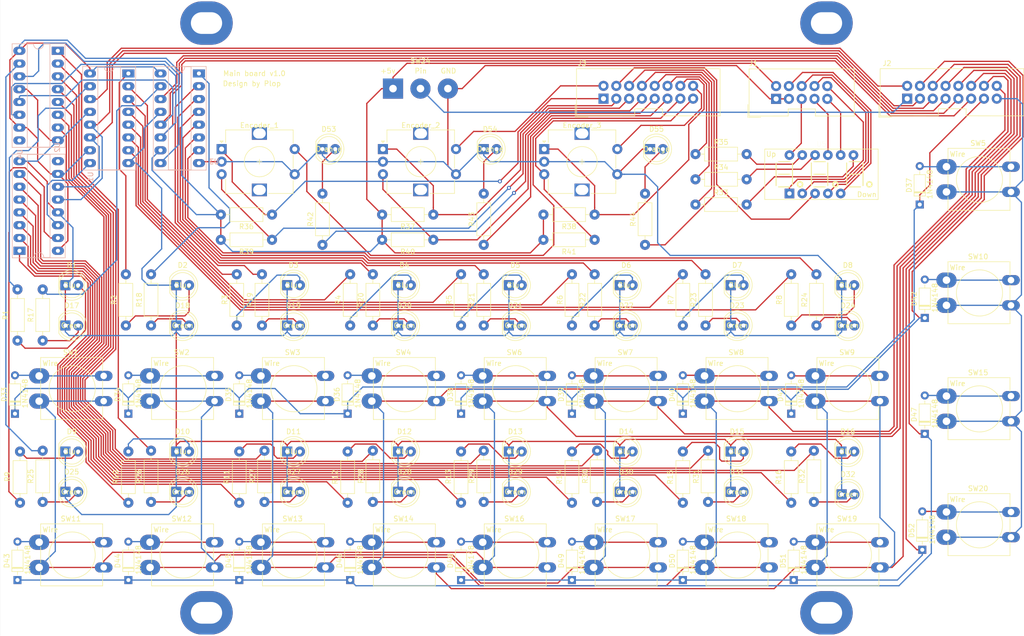
<source format=kicad_pcb>
(kicad_pcb (version 20171130) (host pcbnew 5.1.5+dfsg1-2build2)
  (layers (0 F.Cu signal) (31 B.Cu signal) (34 B.Paste user hide) (35 F.Paste user hide) (36 B.SilkS user) (37 F.SilkS user) (38 B.Mask user hide) (39 F.Mask user hide) (44 Edge.Cuts user hide))
  (net 0 "")
  (net 1 GND)
  (net 2 "Net-(D1-Pad2)")
  (net 3 "Net-(D2-Pad2)")
  (net 4 "Net-(D3-Pad2)")
  (net 5 "Net-(D4-Pad2)")
  (net 6 "Net-(D5-Pad2)")
  (net 7 "Net-(D6-Pad2)")
  (net 8 "Net-(D7-Pad2)")
  (net 9 "Net-(D8-Pad2)")
  (net 10 "Net-(D9-Pad2)")
  (net 11 "Net-(D10-Pad2)")
  (net 12 "Net-(D11-Pad2)")
  (net 13 "Net-(D12-Pad2)")
  (net 14 "Net-(D13-Pad2)")
  (net 15 "Net-(D14-Pad2)")
  (net 16 "Net-(D15-Pad2)")
  (net 17 "Net-(D16-Pad2)")
  (net 18 "Net-(D17-Pad2)")
  (net 19 "Net-(D18-Pad2)")
  (net 20 "Net-(D19-Pad2)")
  (net 21 "Net-(D20-Pad2)")
  (net 22 "Net-(D21-Pad2)")
  (net 23 "Net-(D22-Pad2)")
  (net 24 "Net-(D23-Pad2)")
  (net 25 "Net-(D24-Pad2)")
  (net 26 "Net-(D25-Pad2)")
  (net 27 "Net-(D26-Pad2)")
  (net 28 "Net-(D27-Pad2)")
  (net 29 "Net-(D28-Pad2)")
  (net 30 "Net-(D29-Pad2)")
  (net 31 "Net-(D30-Pad2)")
  (net 32 "Net-(D31-Pad2)")
  (net 33 "Net-(D32-Pad2)")
  (net 34 "Net-(D33-Pad2)")
  (net 35 1)
  (net 36 "Net-(D34-Pad2)")
  (net 37 "Net-(D35-Pad2)")
  (net 38 "Net-(D36-Pad2)")
  (net 39 "Net-(D37-Pad2)")
  (net 40 "Net-(D38-Pad2)")
  (net 41 2)
  (net 42 "Net-(D39-Pad2)")
  (net 43 "Net-(D40-Pad2)")
  (net 44 "Net-(D41-Pad2)")
  (net 45 "Net-(D42-Pad2)")
  (net 46 3)
  (net 47 "Net-(D43-Pad2)")
  (net 48 "Net-(D44-Pad2)")
  (net 49 "Net-(D45-Pad2)")
  (net 50 "Net-(D46-Pad2)")
  (net 51 "Net-(D47-Pad2)")
  (net 52 4)
  (net 53 "Net-(D48-Pad2)")
  (net 54 "Net-(D49-Pad2)")
  (net 55 "Net-(D50-Pad2)")
  (net 56 "Net-(D51-Pad2)")
  (net 57 "Net-(D52-Pad2)")
  (net 58 A)
  (net 59 B)
  (net 60 C)
  (net 61 Data_1)
  (net 62 Clock_1)
  (net 63 Latch_1)
  (net 64 Data_2)
  (net 65 Clock_2)
  (net 66 Latch_2)
  (net 67 E)
  (net 68 D)
  (net 69 +5V)
  (net 70 "Net-(R1-Pad2)")
  (net 71 "Net-(R2-Pad2)")
  (net 72 "Net-(R3-Pad2)")
  (net 73 "Net-(R4-Pad2)")
  (net 74 "Net-(R5-Pad2)")
  (net 75 "Net-(R6-Pad2)")
  (net 76 "Net-(R7-Pad2)")
  (net 77 "Net-(R8-Pad2)")
  (net 78 "Net-(R9-Pad2)")
  (net 79 "Net-(R10-Pad2)")
  (net 80 "Net-(R11-Pad2)")
  (net 81 "Net-(R12-Pad2)")
  (net 82 "Net-(R13-Pad2)")
  (net 83 "Net-(R14-Pad2)")
  (net 84 "Net-(R15-Pad2)")
  (net 85 "Net-(R16-Pad2)")
  (net 86 "Net-(R17-Pad2)")
  (net 87 "Net-(R18-Pad2)")
  (net 88 "Net-(R19-Pad2)")
  (net 89 "Net-(R20-Pad2)")
  (net 90 "Net-(R21-Pad2)")
  (net 91 "Net-(R22-Pad2)")
  (net 92 "Net-(R23-Pad2)")
  (net 93 "Net-(R24-Pad2)")
  (net 94 "Net-(R25-Pad2)")
  (net 95 "Net-(R26-Pad2)")
  (net 96 "Net-(R27-Pad2)")
  (net 97 "Net-(R28-Pad2)")
  (net 98 "Net-(R29-Pad2)")
  (net 99 "Net-(R30-Pad2)")
  (net 100 "Net-(R31-Pad2)")
  (net 101 "Net-(R32-Pad2)")
  (net 102 "Net-(U1-Pad9)")
  (net 103 "Net-(U2-Pad9)")
  (net 104 "Net-(U3-Pad9)")
  (net 105 "Net-(U4-Pad9)")
  (net 106 "Net-(D53-Pad2)")
  (net 107 "Net-(D54-Pad2)")
  (net 108 "Net-(D55-Pad2)")
  (net 109 Selector_pin)
  (net 110 ecdr_clock_3)
  (net 111 ecdr_sw_3)
  (net 112 ecdr_data_3)
  (net 113 ecdr_led_3)
  (net 114 ecdr_led_2)
  (net 115 ecdr_data_2)
  (net 116 ecdr_sw_2)
  (net 117 ecdr_clock_2)
  (net 118 ecdr_led_1)
  (net 119 ecdr_data_1)
  (net 120 ecdr_sw_1)
  (net 121 ecdr_clock_1)
  (net 122 "Net-(R33-Pad2)")
  (net 123 Screen_CA1)
  (net 124 "Net-(R34-Pad2)")
  (net 125 Screen_CA2)
  (net 126 "Net-(R35-Pad2)")
  (net 127 Screen_CA3)
  (net 128 Screen_B)
  (net 129 Screen_F)
  (net 130 Screen_A)
  (net 131 Screen_G)
  (net 132 Screen_C)
  (net 133 Screen_DP)
  (net 134 Screen_D)
  (net 135 Screen_E)
  (module 00_Mes_empreintes:DIP-16_Socket (layer B.Cu) (at 56.5 51 180)
    (fp_text reference U1 (at 7.5 -20.5 270) (layer B.SilkS) (effects (justify mirror)))
    (fp_text value 74HC595)
    (pad 16 thru_hole oval (at 7.62 0 180) (size 2.4 1.6) (drill 0.8) (layers *.Cu *.Mask) (net 69 +5V))
    (pad 8 thru_hole oval (at 0 -17.78 180) (size 2.4 1.6) (drill 0.8) (layers *.Cu *.Mask) (net 1 GND))
    (pad 15 thru_hole oval (at 7.62 -2.54 180) (size 2.4 1.6) (drill 0.8) (layers *.Cu *.Mask) (net 70 "Net-(R1-Pad2)"))
    (pad 7 thru_hole oval (at 0 -15.24 180) (size 2.4 1.6) (drill 0.8) (layers *.Cu *.Mask) (net 77 "Net-(R8-Pad2)"))
    (pad 14 thru_hole oval (at 7.62 -5.08 180) (size 2.4 1.6) (drill 0.8) (layers *.Cu *.Mask) (net 61 Data_1))
    (pad 6 thru_hole oval (at 0 -12.7 180) (size 2.4 1.6) (drill 0.8) (layers *.Cu *.Mask) (net 76 "Net-(R7-Pad2)"))
    (pad 13 thru_hole oval (at 7.62 -7.62 180) (size 2.4 1.6) (drill 0.8) (layers *.Cu *.Mask) (net 1 GND))
    (pad 5 thru_hole oval (at 0 -10.16 180) (size 2.4 1.6) (drill 0.8) (layers *.Cu *.Mask) (net 75 "Net-(R6-Pad2)"))
    (pad 12 thru_hole oval (at 7.62 -10.16 180) (size 2.4 1.6) (drill 0.8) (layers *.Cu *.Mask) (net 63 Latch_1))
    (pad 4 thru_hole oval (at 0 -7.62 180) (size 2.4 1.6) (drill 0.8) (layers *.Cu *.Mask) (net 74 "Net-(R5-Pad2)"))
    (pad 11 thru_hole oval (at 7.62 -12.7 180) (size 2.4 1.6) (drill 0.8) (layers *.Cu *.Mask) (net 62 Clock_1))
    (pad 3 thru_hole oval (at 0 -5.08 180) (size 2.4 1.6) (drill 0.8) (layers *.Cu *.Mask) (net 73 "Net-(R4-Pad2)"))
    (pad 10 thru_hole oval (at 7.62 -15.24 180) (size 2.4 1.6) (drill 0.8) (layers *.Cu *.Mask) (net 69 +5V))
    (pad 2 thru_hole oval (at 0 -2.54 180) (size 2.4 1.6) (drill 0.8) (layers *.Cu *.Mask) (net 72 "Net-(R3-Pad2)"))
    (pad 9 thru_hole oval (at 7.62 -17.78 180) (size 2.4 1.6) (drill 0.8) (layers *.Cu *.Mask) (net 102 "Net-(U1-Pad9)"))
    (pad 1 thru_hole rect (at 0 0 180) (size 2.4 1.6) (drill 0.8) (layers *.Cu *.Mask) (net 71 "Net-(R2-Pad2)"))
  )
  (module 00_Mes_empreintes:DIP-16_Socket (layer B.Cu) (at 34.9 86.18)
    (fp_text reference U2 (at 7.5 -20.5 270) (layer B.SilkS) (effects (justify mirror)))
    (fp_text value 74HC595)
    (pad 1 thru_hole rect (at 0 0) (size 2.4 1.6) (drill 0.8) (layers *.Cu *.Mask) (net 79 "Net-(R10-Pad2)"))
    (pad 9 thru_hole oval (at 7.62 -17.78) (size 2.4 1.6) (drill 0.8) (layers *.Cu *.Mask) (net 103 "Net-(U2-Pad9)"))
    (pad 2 thru_hole oval (at 0 -2.54) (size 2.4 1.6) (drill 0.8) (layers *.Cu *.Mask) (net 80 "Net-(R11-Pad2)"))
    (pad 10 thru_hole oval (at 7.62 -15.24) (size 2.4 1.6) (drill 0.8) (layers *.Cu *.Mask) (net 69 +5V))
    (pad 3 thru_hole oval (at 0 -5.08) (size 2.4 1.6) (drill 0.8) (layers *.Cu *.Mask) (net 81 "Net-(R12-Pad2)"))
    (pad 11 thru_hole oval (at 7.62 -12.7) (size 2.4 1.6) (drill 0.8) (layers *.Cu *.Mask) (net 62 Clock_1))
    (pad 4 thru_hole oval (at 0 -7.62) (size 2.4 1.6) (drill 0.8) (layers *.Cu *.Mask) (net 82 "Net-(R13-Pad2)"))
    (pad 12 thru_hole oval (at 7.62 -10.16) (size 2.4 1.6) (drill 0.8) (layers *.Cu *.Mask) (net 63 Latch_1))
    (pad 5 thru_hole oval (at 0 -10.16) (size 2.4 1.6) (drill 0.8) (layers *.Cu *.Mask) (net 83 "Net-(R14-Pad2)"))
    (pad 13 thru_hole oval (at 7.62 -7.62) (size 2.4 1.6) (drill 0.8) (layers *.Cu *.Mask) (net 1 GND))
    (pad 6 thru_hole oval (at 0 -12.7) (size 2.4 1.6) (drill 0.8) (layers *.Cu *.Mask) (net 84 "Net-(R15-Pad2)"))
    (pad 14 thru_hole oval (at 7.62 -5.08) (size 2.4 1.6) (drill 0.8) (layers *.Cu *.Mask) (net 102 "Net-(U1-Pad9)"))
    (pad 7 thru_hole oval (at 0 -15.24) (size 2.4 1.6) (drill 0.8) (layers *.Cu *.Mask) (net 85 "Net-(R16-Pad2)"))
    (pad 15 thru_hole oval (at 7.62 -2.54) (size 2.4 1.6) (drill 0.8) (layers *.Cu *.Mask) (net 78 "Net-(R9-Pad2)"))
    (pad 8 thru_hole oval (at 0 -17.78) (size 2.4 1.6) (drill 0.8) (layers *.Cu *.Mask) (net 1 GND))
    (pad 16 thru_hole oval (at 7.62 0) (size 2.4 1.6) (drill 0.8) (layers *.Cu *.Mask) (net 69 +5V))
  )
  (module 00_Mes_empreintes:DIP-16_Socket (layer B.Cu) (at 42.5 46.5 180)
    (fp_text reference U4 (at 7.5 -20.5 270) (layer B.SilkS) (effects (justify mirror)))
    (fp_text value 74HC595)
    (pad 16 thru_hole oval (at 7.62 0 180) (size 2.4 1.6) (drill 0.8) (layers *.Cu *.Mask) (net 69 +5V))
    (pad 8 thru_hole oval (at 0 -17.78 180) (size 2.4 1.6) (drill 0.8) (layers *.Cu *.Mask) (net 1 GND))
    (pad 15 thru_hole oval (at 7.62 -2.54 180) (size 2.4 1.6) (drill 0.8) (layers *.Cu *.Mask) (net 94 "Net-(R25-Pad2)"))
    (pad 7 thru_hole oval (at 0 -15.24 180) (size 2.4 1.6) (drill 0.8) (layers *.Cu *.Mask) (net 101 "Net-(R32-Pad2)"))
    (pad 14 thru_hole oval (at 7.62 -5.08 180) (size 2.4 1.6) (drill 0.8) (layers *.Cu *.Mask) (net 104 "Net-(U3-Pad9)"))
    (pad 6 thru_hole oval (at 0 -12.7 180) (size 2.4 1.6) (drill 0.8) (layers *.Cu *.Mask) (net 100 "Net-(R31-Pad2)"))
    (pad 13 thru_hole oval (at 7.62 -7.62 180) (size 2.4 1.6) (drill 0.8) (layers *.Cu *.Mask) (net 1 GND))
    (pad 5 thru_hole oval (at 0 -10.16 180) (size 2.4 1.6) (drill 0.8) (layers *.Cu *.Mask) (net 99 "Net-(R30-Pad2)"))
    (pad 12 thru_hole oval (at 7.62 -10.16 180) (size 2.4 1.6) (drill 0.8) (layers *.Cu *.Mask) (net 66 Latch_2))
    (pad 4 thru_hole oval (at 0 -7.62 180) (size 2.4 1.6) (drill 0.8) (layers *.Cu *.Mask) (net 98 "Net-(R29-Pad2)"))
    (pad 11 thru_hole oval (at 7.62 -12.7 180) (size 2.4 1.6) (drill 0.8) (layers *.Cu *.Mask) (net 65 Clock_2))
    (pad 3 thru_hole oval (at 0 -5.08 180) (size 2.4 1.6) (drill 0.8) (layers *.Cu *.Mask) (net 97 "Net-(R28-Pad2)"))
    (pad 10 thru_hole oval (at 7.62 -15.24 180) (size 2.4 1.6) (drill 0.8) (layers *.Cu *.Mask) (net 69 +5V))
    (pad 2 thru_hole oval (at 0 -2.54 180) (size 2.4 1.6) (drill 0.8) (layers *.Cu *.Mask) (net 96 "Net-(R27-Pad2)"))
    (pad 9 thru_hole oval (at 7.62 -17.78 180) (size 2.4 1.6) (drill 0.8) (layers *.Cu *.Mask) (net 105 "Net-(U4-Pad9)"))
    (pad 1 thru_hole rect (at 0 0 180) (size 2.4 1.6) (drill 0.8) (layers *.Cu *.Mask) (net 95 "Net-(R26-Pad2)"))
  )
  (module MountingHole:MountingHole_4.3x6.2mm_M4_Pad (layer F.Cu) (at 195 41)
    (fp_text reference REF** hide)
    (fp_text value MountingHole_4.3x6.2mm_M4_Pad hide)
    (pad 1 thru_hole oval (at 0 0) (size 10.4 8.6) (drill oval 6.2 4.3) (layers *.Cu *.Mask))
  )
  (module MountingHole:MountingHole_4.3x6.2mm_M4_Pad (layer F.Cu) (at 72 41 180)
    (fp_text reference REF** hide)
    (fp_text value MountingHole_4.3x6.2mm_M4_Pad hide)
    (pad 1 thru_hole oval (at 0 0 180) (size 10.4 8.6) (drill oval 6.2 4.3) (layers *.Cu *.Mask))
  )
  (module MountingHole:MountingHole_4.3x6.2mm_M4_Pad (layer F.Cu) (at 72 158 180)
    (fp_text reference REF** hide)
    (fp_text value MountingHole_4.3x6.2mm_M4_Pad hide)
    (pad 1 thru_hole oval (at 0 0 180) (size 10.4 8.6) (drill oval 6.2 4.3) (layers *.Cu *.Mask))
  )
  (module MountingHole:MountingHole_4.3x6.2mm_M4_Pad (layer F.Cu) (at 195 158)
    (fp_text reference REF** hide)
    (fp_text value MountingHole_4.3x6.2mm_M4_Pad hide)
    (pad 1 thru_hole oval (at 0 0) (size 10.4 8.6) (drill oval 6.2 4.3) (layers *.Cu *.Mask))
  )
  (module 00_Mes_empreintes:IDC-Header_2x05 (layer F.Cu) (at 185 56.04 270)
    (fp_text reference J1 (at -7.04 4.5) (layer F.SilkS))
    (fp_text value "Data & Power")
    (pad 1 thru_hole rect (at 0 0 90) (size 2 2) (drill 1.016) (layers *.Cu *.Mask) (net 1 GND))
    (pad 2 thru_hole circle (at -2.54 0 90) (size 2 2) (drill 1.016) (layers *.Cu *.Mask) (net 69 +5V))
    (pad 3 thru_hole circle (at 0 -2.54 90) (size 2 2) (drill 1.016) (layers *.Cu *.Mask) (net 1 GND))
    (pad 4 thru_hole circle (at -2.54 -2.54 90) (size 2 2) (drill 1.016) (layers *.Cu *.Mask) (net 131 Screen_G))
    (pad 5 thru_hole circle (at 0 -5.08 90) (size 2 2) (drill 1.016) (layers *.Cu *.Mask) (net 128 Screen_B))
    (pad 6 thru_hole circle (at -2.54 -5.08 90) (size 2 2) (drill 1.016) (layers *.Cu *.Mask) (net 132 Screen_C))
    (pad 7 thru_hole circle (at 0 -7.62 90) (size 2 2) (drill 1.016) (layers *.Cu *.Mask) (net 129 Screen_F))
    (pad 8 thru_hole circle (at -2.54 -7.62 90) (size 2 2) (drill 1.016) (layers *.Cu *.Mask) (net 134 Screen_D))
    (pad 9 thru_hole circle (at 0 -10.16 90) (size 2 2) (drill 1.016) (layers *.Cu *.Mask) (net 130 Screen_A))
    (pad 10 thru_hole circle (at -2.54 -10.16 90) (size 2 2) (drill 1.016) (layers *.Cu *.Mask) (net 135 Screen_E))
  )
  (module 00_Mes_empreintes:SolderWirePad_1x03_Drill1.5mm (layer F.Cu) (at 109 54)
    (fp_text reference SW24 (at 5.445 -5.5) (layer F.SilkS))
    (fp_text value "Rotary_switch_8S.1P_(voltage_divider)")
    (pad 3 thru_hole circle (at 10.89 0) (size 4 4) (drill 1.50114) (layers *.Cu *.Mask) (net 1 GND))
    (pad 2 thru_hole circle (at 5.445 0) (size 4 4) (drill 1.50114) (layers *.Cu *.Mask) (net 109 Selector_pin))
    (pad 1 thru_hole rect (at 0 0) (size 4 4) (drill 1.50114) (layers *.Cu *.Mask) (net 69 +5V))
  )
  (module 00_Mes_empreintes:7-Segment_2831AS (layer F.Cu) (at 194 71)
    (fp_text reference U5 (at 0 -6) (layer F.SilkS) (effects (font (thickness 0.015))))
    (fp_text value 7_segment_3_digit_2831AS)
    (fp_text user Up (at -10 -4) (layer F.SilkS))
    (fp_text user Down (at 9 4) (layer F.SilkS))
    (pad 12 thru_hole circle (at -6.35 -3.81) (size 1.905 1.905) (drill 0.8636) (layers *.Cu *.Mask) (net 128 Screen_B))
    (pad 11 thru_hole circle (at -3.81 -3.81) (size 1.905 1.905) (drill 0.8636) (layers *.Cu *.Mask) (net 126 "Net-(R35-Pad2)"))
    (pad 10 thru_hole circle (at -1.27 -3.81) (size 1.905 1.905) (drill 0.8636) (layers *.Cu *.Mask) (net 124 "Net-(R34-Pad2)"))
    (pad 9 thru_hole circle (at 1.27 -3.81) (size 1.905 1.905) (drill 0.8636) (layers *.Cu *.Mask) (net 129 Screen_F))
    (pad 8 thru_hole circle (at 3.81 -3.81) (size 1.905 1.905) (drill 0.8636) (layers *.Cu *.Mask) (net 130 Screen_A))
    (pad 7 thru_hole circle (at 6.35 -3.81) (size 1.905 1.905) (drill 0.8636) (layers *.Cu *.Mask) (net 122 "Net-(R33-Pad2)"))
    (pad 5 thru_hole circle (at 3.81 3.81) (size 1.905 1.905) (drill 0.8636) (layers *.Cu *.Mask) (net 131 Screen_G))
    (pad 4 thru_hole circle (at 1.27 3.81) (size 1.905 1.905) (drill 0.8636) (layers *.Cu *.Mask) (net 132 Screen_C))
    (pad 3 thru_hole circle (at -1.27 3.81) (size 1.905 1.905) (drill 0.8636) (layers *.Cu *.Mask) (net 133 Screen_DP))
    (pad 2 thru_hole circle (at -3.81 3.81) (size 1.905 1.905) (drill 0.8636) (layers *.Cu *.Mask) (net 134 Screen_D))
    (pad 1 thru_hole rect (at -6.35 3.81) (size 1.905 1.905) (drill 0.8636) (layers *.Cu *.Mask) (net 135 Screen_E))
  )
  (module 00_Mes_empreintes:RotaryEncoder (layer F.Cu) (at 107 66)
    (fp_text reference Encoder_2 (at 7.5 -4.7) (layer F.SilkS))
    (fp_text value Rotary_Encoder_Switch)
    (pad S2 thru_hole circle (at 14.5 5) (size 2 2) (drill 1) (layers *.Cu *.Mask) (net 1 GND))
    (pad S1 thru_hole circle (at 14.5 0) (size 2 2) (drill 1) (layers *.Cu *.Mask) (net 116 ecdr_sw_2))
    (pad MP thru_hole rect (at 7.5 8.1) (size 3 2.5) (drill oval 2.5 2) (layers *.Cu *.Mask))
    (pad MP thru_hole rect (at 7.5 -3.1) (size 3 2.5) (drill oval 2.5 2) (layers *.Cu *.Mask))
    (pad B thru_hole circle (at 0 5) (size 2 2) (drill 1) (layers *.Cu *.Mask) (net 115 ecdr_data_2))
    (pad C thru_hole circle (at 0 2.5) (size 2 2) (drill 1) (layers *.Cu *.Mask) (net 1 GND))
    (pad A thru_hole rect (at 0 0) (size 2 2) (drill 1) (layers *.Cu *.Mask) (net 117 ecdr_clock_2))
  )
  (module 00_Mes_empreintes:RotaryEncoder (layer F.Cu) (at 139 66)
    (fp_text reference Encoder_3 (at 7.5 -4.7) (layer F.SilkS))
    (fp_text value Rotary_Encoder_Switch)
    (pad A thru_hole rect (at 0 0) (size 2 2) (drill 1) (layers *.Cu *.Mask) (net 110 ecdr_clock_3))
    (pad C thru_hole circle (at 0 2.5) (size 2 2) (drill 1) (layers *.Cu *.Mask) (net 1 GND))
    (pad B thru_hole circle (at 0 5) (size 2 2) (drill 1) (layers *.Cu *.Mask) (net 112 ecdr_data_3))
    (pad MP thru_hole rect (at 7.5 -3.1) (size 3 2.5) (drill oval 2.5 2) (layers *.Cu *.Mask))
    (pad MP thru_hole rect (at 7.5 8.1) (size 3 2.5) (drill oval 2.5 2) (layers *.Cu *.Mask))
    (pad S1 thru_hole circle (at 14.5 0) (size 2 2) (drill 1) (layers *.Cu *.Mask) (net 111 ecdr_sw_3))
    (pad S2 thru_hole circle (at 14.5 5) (size 2 2) (drill 1) (layers *.Cu *.Mask) (net 1 GND))
  )
  (module 00_Mes_empreintes:RotaryEncoder (layer F.Cu) (at 75 66)
    (fp_text reference Encoder_1 (at 7.5 -4.7) (layer F.SilkS))
    (fp_text value Rotary_Encoder_Switch)
    (pad S2 thru_hole circle (at 14.5 5) (size 2 2) (drill 1) (layers *.Cu *.Mask) (net 1 GND))
    (pad S1 thru_hole circle (at 14.5 0) (size 2 2) (drill 1) (layers *.Cu *.Mask) (net 120 ecdr_sw_1))
    (pad MP thru_hole rect (at 7.5 8.1) (size 3 2.5) (drill oval 2.5 2) (layers *.Cu *.Mask))
    (pad MP thru_hole rect (at 7.5 -3.1) (size 3 2.5) (drill oval 2.5 2) (layers *.Cu *.Mask))
    (pad B thru_hole circle (at 0 5) (size 2 2) (drill 1) (layers *.Cu *.Mask) (net 119 ecdr_data_1))
    (pad C thru_hole circle (at 0 2.5) (size 2 2) (drill 1) (layers *.Cu *.Mask) (net 1 GND))
    (pad A thru_hole rect (at 0 0) (size 2 2) (drill 1) (layers *.Cu *.Mask) (net 121 ecdr_clock_1))
  )
  (module 00_Mes_empreintes:Resistance (layer F.Cu) (at 159 85 90)
    (fp_text reference R44 (at 5.08 -2.37 90) (layer F.SilkS))
    (fp_text value 220)
    (pad 2 thru_hole circle (at 10.16 0 90) (size 2 2) (drill 0.8) (layers *.Cu *.Mask) (net 108 "Net-(D55-Pad2)"))
    (pad 1 thru_hole circle (at 0 0 90) (size 2 2) (drill 0.8) (layers *.Cu *.Mask) (net 113 ecdr_led_3))
  )
  (module 00_Mes_empreintes:Resistance (layer F.Cu) (at 127 85 90)
    (fp_text reference R43 (at 5.08 -2.37 90) (layer F.SilkS))
    (fp_text value 220)
    (pad 2 thru_hole circle (at 10.16 0 90) (size 2 2) (drill 0.8) (layers *.Cu *.Mask) (net 107 "Net-(D54-Pad2)"))
    (pad 1 thru_hole circle (at 0 0 90) (size 2 2) (drill 0.8) (layers *.Cu *.Mask) (net 114 ecdr_led_2))
  )
  (module 00_Mes_empreintes:Resistance (layer F.Cu) (at 95 85 90)
    (fp_text reference R42 (at 5.08 -2.37 90) (layer F.SilkS))
    (fp_text value 220)
    (pad 2 thru_hole circle (at 10.16 0 90) (size 2 2) (drill 0.8) (layers *.Cu *.Mask) (net 106 "Net-(D53-Pad2)"))
    (pad 1 thru_hole circle (at 0 0 90) (size 2 2) (drill 0.8) (layers *.Cu *.Mask) (net 118 ecdr_led_1))
  )
  (module 00_Mes_empreintes:Resistance (layer F.Cu) (at 149 84 180)
    (fp_text reference R41 (at 5.08 -2.37) (layer F.SilkS))
    (fp_text value 50k)
    (pad 2 thru_hole circle (at 10.16 0 180) (size 2 2) (drill 0.8) (layers *.Cu *.Mask) (net 69 +5V))
    (pad 1 thru_hole circle (at 0 0 180) (size 2 2) (drill 0.8) (layers *.Cu *.Mask) (net 112 ecdr_data_3))
  )
  (module 00_Mes_empreintes:Resistance (layer F.Cu) (at 117 84 180)
    (fp_text reference R40 (at 5.08 -2.37) (layer F.SilkS))
    (fp_text value 50k)
    (pad 2 thru_hole circle (at 10.16 0 180) (size 2 2) (drill 0.8) (layers *.Cu *.Mask) (net 69 +5V))
    (pad 1 thru_hole circle (at 0 0 180) (size 2 2) (drill 0.8) (layers *.Cu *.Mask) (net 115 ecdr_data_2))
  )
  (module 00_Mes_empreintes:Resistance (layer F.Cu) (at 85 84 180)
    (fp_text reference R39 (at 5.08 -2.37) (layer F.SilkS))
    (fp_text value 50k)
    (pad 2 thru_hole circle (at 10.16 0 180) (size 2 2) (drill 0.8) (layers *.Cu *.Mask) (net 69 +5V))
    (pad 1 thru_hole circle (at 0 0 180) (size 2 2) (drill 0.8) (layers *.Cu *.Mask) (net 119 ecdr_data_1))
  )
  (module 00_Mes_empreintes:Resistance (layer F.Cu) (at 149 79 180)
    (fp_text reference R38 (at 5.08 -2.37) (layer F.SilkS))
    (fp_text value 50k)
    (pad 2 thru_hole circle (at 10.16 0 180) (size 2 2) (drill 0.8) (layers *.Cu *.Mask) (net 69 +5V))
    (pad 1 thru_hole circle (at 0 0 180) (size 2 2) (drill 0.8) (layers *.Cu *.Mask) (net 110 ecdr_clock_3))
  )
  (module 00_Mes_empreintes:Resistance (layer F.Cu) (at 117 79 180)
    (fp_text reference R37 (at 5.08 -2.37) (layer F.SilkS))
    (fp_text value 50k)
    (pad 2 thru_hole circle (at 10.16 0 180) (size 2 2) (drill 0.8) (layers *.Cu *.Mask) (net 69 +5V))
    (pad 1 thru_hole circle (at 0 0 180) (size 2 2) (drill 0.8) (layers *.Cu *.Mask) (net 117 ecdr_clock_2))
  )
  (module 00_Mes_empreintes:Resistance (layer F.Cu) (at 85 79 180)
    (fp_text reference R36 (at 5.08 -2.37) (layer F.SilkS))
    (fp_text value 50k)
    (pad 2 thru_hole circle (at 10.16 0 180) (size 2 2) (drill 0.8) (layers *.Cu *.Mask) (net 69 +5V))
    (pad 1 thru_hole circle (at 0 0 180) (size 2 2) (drill 0.8) (layers *.Cu *.Mask) (net 121 ecdr_clock_1))
  )
  (module 00_Mes_empreintes:Resistance (layer F.Cu) (at 169 67)
    (fp_text reference R35 (at 5.08 -2.37) (layer F.SilkS))
    (fp_text value ?)
    (pad 2 thru_hole circle (at 10.16 0) (size 2 2) (drill 0.8) (layers *.Cu *.Mask) (net 126 "Net-(R35-Pad2)"))
    (pad 1 thru_hole circle (at 0 0) (size 2 2) (drill 0.8) (layers *.Cu *.Mask) (net 127 Screen_CA3))
  )
  (module 00_Mes_empreintes:Resistance (layer F.Cu) (at 169 72)
    (fp_text reference R34 (at 5.08 -2.37) (layer F.SilkS))
    (fp_text value ?)
    (pad 2 thru_hole circle (at 10.16 0) (size 2 2) (drill 0.8) (layers *.Cu *.Mask) (net 124 "Net-(R34-Pad2)"))
    (pad 1 thru_hole circle (at 0 0) (size 2 2) (drill 0.8) (layers *.Cu *.Mask) (net 125 Screen_CA2))
  )
  (module 00_Mes_empreintes:Resistance (layer F.Cu) (at 169 77)
    (fp_text reference R33 (at 5.08 -2.37) (layer F.SilkS))
    (fp_text value ?)
    (pad 2 thru_hole circle (at 10.16 0) (size 2 2) (drill 0.8) (layers *.Cu *.Mask) (net 122 "Net-(R33-Pad2)"))
    (pad 1 thru_hole circle (at 0 0) (size 2 2) (drill 0.8) (layers *.Cu *.Mask) (net 123 Screen_CA1))
  )
  (module 00_Mes_empreintes:IDC-Header_2x08 (layer F.Cu) (at 150.76 56 270)
    (fp_text reference J3 (at -7 4.26 180) (layer F.SilkS))
    (fp_text value "Data 3")
    (pad 16 thru_hole circle (at -2.54 -17.78 90) (size 2 2) (drill 1.016) (layers *.Cu *.Mask) (net 111 ecdr_sw_3))
    (pad 15 thru_hole circle (at 0 -17.78 90) (size 2 2) (drill 1.016) (layers *.Cu *.Mask) (net 112 ecdr_data_3))
    (pad 14 thru_hole circle (at -2.54 -15.24 90) (size 2 2) (drill 1.016) (layers *.Cu *.Mask) (net 110 ecdr_clock_3))
    (pad 13 thru_hole circle (at 0 -15.24 90) (size 2 2) (drill 1.016) (layers *.Cu *.Mask) (net 120 ecdr_sw_1))
    (pad 12 thru_hole circle (at -2.54 -12.7 90) (size 2 2) (drill 1.016) (layers *.Cu *.Mask) (net 127 Screen_CA3))
    (pad 11 thru_hole circle (at 0 -12.7 90) (size 2 2) (drill 1.016) (layers *.Cu *.Mask) (net 114 ecdr_led_2))
    (pad 10 thru_hole circle (at -2.54 -10.16 90) (size 2 2) (drill 1.016) (layers *.Cu *.Mask) (net 125 Screen_CA2))
    (pad 9 thru_hole circle (at 0 -10.16 90) (size 2 2) (drill 1.016) (layers *.Cu *.Mask) (net 115 ecdr_data_2))
    (pad 8 thru_hole circle (at -2.54 -7.62 90) (size 2 2) (drill 1.016) (layers *.Cu *.Mask) (net 123 Screen_CA1))
    (pad 7 thru_hole circle (at 0 -7.62 90) (size 2 2) (drill 1.016) (layers *.Cu *.Mask) (net 118 ecdr_led_1))
    (pad 6 thru_hole circle (at -2.54 -5.08 90) (size 2 2) (drill 1.016) (layers *.Cu *.Mask) (net 113 ecdr_led_3))
    (pad 5 thru_hole circle (at 0 -5.08 90) (size 2 2) (drill 1.016) (layers *.Cu *.Mask) (net 119 ecdr_data_1))
    (pad 4 thru_hole circle (at -2.54 -2.54 90) (size 2 2) (drill 1.016) (layers *.Cu *.Mask) (net 133 Screen_DP))
    (pad 3 thru_hole circle (at 0 -2.54 90) (size 2 2) (drill 1.016) (layers *.Cu *.Mask) (net 117 ecdr_clock_2))
    (pad 2 thru_hole circle (at -2.54 0 90) (size 2 2) (drill 1.016) (layers *.Cu *.Mask) (net 116 ecdr_sw_2))
    (pad 1 thru_hole rect (at 0 0 90) (size 2 2) (drill 1.016) (layers *.Cu *.Mask) (net 121 ecdr_clock_1))
  )
  (module 00_Mes_empreintes:LED_5.0mm (layer F.Cu) (at 160 66)
    (fp_text reference D55 (at 1.27 -3.96) (layer F.SilkS))
    (fp_text value LED)
    (pad 1 thru_hole rect (at 0 0) (size 2 2) (drill 0.8) (layers *.Cu *.Mask) (net 1 GND))
    (pad 2 thru_hole circle (at 2.54 0) (size 2 2) (drill 0.8) (layers *.Cu *.Mask) (net 108 "Net-(D55-Pad2)"))
  )
  (module 00_Mes_empreintes:LED_5.0mm (layer F.Cu) (at 127 66)
    (fp_text reference D54 (at 1.27 -3.96) (layer F.SilkS))
    (fp_text value LED)
    (pad 1 thru_hole rect (at 0 0) (size 2 2) (drill 0.8) (layers *.Cu *.Mask) (net 1 GND))
    (pad 2 thru_hole circle (at 2.54 0) (size 2 2) (drill 0.8) (layers *.Cu *.Mask) (net 107 "Net-(D54-Pad2)"))
  )
  (module 00_Mes_empreintes:LED_5.0mm (layer F.Cu) (at 95 66)
    (fp_text reference D53 (at 1.27 -3.96) (layer F.SilkS))
    (fp_text value LED)
    (pad 1 thru_hole rect (at 0 0) (size 2 2) (drill 0.8) (layers *.Cu *.Mask) (net 1 GND))
    (pad 2 thru_hole circle (at 2.54 0) (size 2 2) (drill 0.8) (layers *.Cu *.Mask) (net 106 "Net-(D53-Pad2)"))
  )
  (module 00_Mes_empreintes:LED_5.0mm (layer F.Cu) (at 44 93)
    (fp_text reference D1 (at 1.27 -3.96) (layer F.SilkS))
    (fp_text value LED_BLUE)
    (pad 1 thru_hole rect (at 0 0) (size 2 2) (drill 0.8) (layers *.Cu *.Mask) (net 1 GND))
    (pad 2 thru_hole circle (at 2.54 0) (size 2 2) (drill 0.8) (layers *.Cu *.Mask) (net 2 "Net-(D1-Pad2)"))
  )
  (module 00_Mes_empreintes:LED_5.0mm (layer F.Cu) (at 66 93)
    (fp_text reference D2 (at 1.27 -3.96) (layer F.SilkS))
    (fp_text value LED_BLUE)
    (pad 1 thru_hole rect (at 0 0) (size 2 2) (drill 0.8) (layers *.Cu *.Mask) (net 1 GND))
    (pad 2 thru_hole circle (at 2.54 0) (size 2 2) (drill 0.8) (layers *.Cu *.Mask) (net 3 "Net-(D2-Pad2)"))
  )
  (module 00_Mes_empreintes:LED_5.0mm (layer F.Cu) (at 88 93)
    (fp_text reference D3 (at 1.27 -3.96) (layer F.SilkS))
    (fp_text value LED_BLUE)
    (pad 1 thru_hole rect (at 0 0) (size 2 2) (drill 0.8) (layers *.Cu *.Mask) (net 1 GND))
    (pad 2 thru_hole circle (at 2.54 0) (size 2 2) (drill 0.8) (layers *.Cu *.Mask) (net 4 "Net-(D3-Pad2)"))
  )
  (module 00_Mes_empreintes:LED_5.0mm (layer F.Cu) (at 110 93)
    (fp_text reference D4 (at 1.27 -3.96) (layer F.SilkS))
    (fp_text value LED_BLUE)
    (pad 1 thru_hole rect (at 0 0) (size 2 2) (drill 0.8) (layers *.Cu *.Mask) (net 1 GND))
    (pad 2 thru_hole circle (at 2.54 0) (size 2 2) (drill 0.8) (layers *.Cu *.Mask) (net 5 "Net-(D4-Pad2)"))
  )
  (module 00_Mes_empreintes:LED_5.0mm (layer F.Cu) (at 132 93)
    (fp_text reference D5 (at 1.27 -3.96) (layer F.SilkS))
    (fp_text value LED_BLUE)
    (pad 1 thru_hole rect (at 0 0) (size 2 2) (drill 0.8) (layers *.Cu *.Mask) (net 1 GND))
    (pad 2 thru_hole circle (at 2.54 0) (size 2 2) (drill 0.8) (layers *.Cu *.Mask) (net 6 "Net-(D5-Pad2)"))
  )
  (module 00_Mes_empreintes:LED_5.0mm (layer F.Cu) (at 154 93)
    (fp_text reference D6 (at 1.27 -3.96) (layer F.SilkS))
    (fp_text value LED_BLUE)
    (pad 1 thru_hole rect (at 0 0) (size 2 2) (drill 0.8) (layers *.Cu *.Mask) (net 1 GND))
    (pad 2 thru_hole circle (at 2.54 0) (size 2 2) (drill 0.8) (layers *.Cu *.Mask) (net 7 "Net-(D6-Pad2)"))
  )
  (module 00_Mes_empreintes:LED_5.0mm (layer F.Cu) (at 176 93)
    (fp_text reference D7 (at 1.27 -3.96) (layer F.SilkS))
    (fp_text value LED_BLUE)
    (pad 1 thru_hole rect (at 0 0) (size 2 2) (drill 0.8) (layers *.Cu *.Mask) (net 1 GND))
    (pad 2 thru_hole circle (at 2.54 0) (size 2 2) (drill 0.8) (layers *.Cu *.Mask) (net 8 "Net-(D7-Pad2)"))
  )
  (module 00_Mes_empreintes:LED_5.0mm (layer F.Cu) (at 197.96 93)
    (fp_text reference D8 (at 1.27 -3.96) (layer F.SilkS))
    (fp_text value LED_BLUE)
    (pad 1 thru_hole rect (at 0 0) (size 2 2) (drill 0.8) (layers *.Cu *.Mask) (net 1 GND))
    (pad 2 thru_hole circle (at 2.54 0) (size 2 2) (drill 0.8) (layers *.Cu *.Mask) (net 9 "Net-(D8-Pad2)"))
  )
  (module 00_Mes_empreintes:LED_5.0mm (layer F.Cu) (at 44 126)
    (fp_text reference D9 (at 1.27 -3.96) (layer F.SilkS))
    (fp_text value LED_BLUE)
    (pad 1 thru_hole rect (at 0 0) (size 2 2) (drill 0.8) (layers *.Cu *.Mask) (net 1 GND))
    (pad 2 thru_hole circle (at 2.54 0) (size 2 2) (drill 0.8) (layers *.Cu *.Mask) (net 10 "Net-(D9-Pad2)"))
  )
  (module 00_Mes_empreintes:LED_5.0mm (layer F.Cu) (at 66 126)
    (fp_text reference D10 (at 1.27 -3.96) (layer F.SilkS))
    (fp_text value LED_BLUE)
    (pad 1 thru_hole rect (at 0 0) (size 2 2) (drill 0.8) (layers *.Cu *.Mask) (net 1 GND))
    (pad 2 thru_hole circle (at 2.54 0) (size 2 2) (drill 0.8) (layers *.Cu *.Mask) (net 11 "Net-(D10-Pad2)"))
  )
  (module 00_Mes_empreintes:LED_5.0mm (layer F.Cu) (at 88 126)
    (fp_text reference D11 (at 1.27 -3.96) (layer F.SilkS))
    (fp_text value LED_BLUE)
    (pad 1 thru_hole rect (at 0 0) (size 2 2) (drill 0.8) (layers *.Cu *.Mask) (net 1 GND))
    (pad 2 thru_hole circle (at 2.54 0) (size 2 2) (drill 0.8) (layers *.Cu *.Mask) (net 12 "Net-(D11-Pad2)"))
  )
  (module 00_Mes_empreintes:LED_5.0mm (layer F.Cu) (at 110 126)
    (fp_text reference D12 (at 1.27 -3.96) (layer F.SilkS))
    (fp_text value LED_BLUE)
    (pad 1 thru_hole rect (at 0 0) (size 2 2) (drill 0.8) (layers *.Cu *.Mask) (net 1 GND))
    (pad 2 thru_hole circle (at 2.54 0) (size 2 2) (drill 0.8) (layers *.Cu *.Mask) (net 13 "Net-(D12-Pad2)"))
  )
  (module 00_Mes_empreintes:LED_5.0mm (layer F.Cu) (at 132 126)
    (fp_text reference D13 (at 1.27 -3.96) (layer F.SilkS))
    (fp_text value LED_BLUE)
    (pad 1 thru_hole rect (at 0 0) (size 2 2) (drill 0.8) (layers *.Cu *.Mask) (net 1 GND))
    (pad 2 thru_hole circle (at 2.54 0) (size 2 2) (drill 0.8) (layers *.Cu *.Mask) (net 14 "Net-(D13-Pad2)"))
  )
  (module 00_Mes_empreintes:LED_5.0mm (layer F.Cu) (at 154 126)
    (fp_text reference D14 (at 1.27 -3.96) (layer F.SilkS))
    (fp_text value LED_BLUE)
    (pad 1 thru_hole rect (at 0 0) (size 2 2) (drill 0.8) (layers *.Cu *.Mask) (net 1 GND))
    (pad 2 thru_hole circle (at 2.54 0) (size 2 2) (drill 0.8) (layers *.Cu *.Mask) (net 15 "Net-(D14-Pad2)"))
  )
  (module 00_Mes_empreintes:LED_5.0mm (layer F.Cu) (at 176 126)
    (fp_text reference D15 (at 1.27 -3.96) (layer F.SilkS))
    (fp_text value LED_BLUE)
    (pad 1 thru_hole rect (at 0 0) (size 2 2) (drill 0.8) (layers *.Cu *.Mask) (net 1 GND))
    (pad 2 thru_hole circle (at 2.54 0) (size 2 2) (drill 0.8) (layers *.Cu *.Mask) (net 16 "Net-(D15-Pad2)"))
  )
  (module 00_Mes_empreintes:LED_5.0mm (layer F.Cu) (at 197.96 126)
    (fp_text reference D16 (at 1.27 -3.96) (layer F.SilkS))
    (fp_text value LED_BLUE)
    (pad 1 thru_hole rect (at 0 0) (size 2 2) (drill 0.8) (layers *.Cu *.Mask) (net 1 GND))
    (pad 2 thru_hole circle (at 2.54 0) (size 2 2) (drill 0.8) (layers *.Cu *.Mask) (net 17 "Net-(D16-Pad2)"))
  )
  (module 00_Mes_empreintes:LED_5.0mm (layer F.Cu) (at 44 101)
    (fp_text reference D17 (at 1.27 -3.96) (layer F.SilkS))
    (fp_text value LED_GREEN)
    (pad 1 thru_hole rect (at 0 0) (size 2 2) (drill 0.8) (layers *.Cu *.Mask) (net 1 GND))
    (pad 2 thru_hole circle (at 2.54 0) (size 2 2) (drill 0.8) (layers *.Cu *.Mask) (net 18 "Net-(D17-Pad2)"))
  )
  (module 00_Mes_empreintes:LED_5.0mm (layer F.Cu) (at 66 101)
    (fp_text reference D18 (at 1.27 -3.96) (layer F.SilkS))
    (fp_text value LED_GREEN)
    (pad 1 thru_hole rect (at 0 0) (size 2 2) (drill 0.8) (layers *.Cu *.Mask) (net 1 GND))
    (pad 2 thru_hole circle (at 2.54 0) (size 2 2) (drill 0.8) (layers *.Cu *.Mask) (net 19 "Net-(D18-Pad2)"))
  )
  (module 00_Mes_empreintes:LED_5.0mm (layer F.Cu) (at 88 101)
    (fp_text reference D19 (at 1.27 -3.96) (layer F.SilkS))
    (fp_text value LED_GREEN)
    (pad 1 thru_hole rect (at 0 0) (size 2 2) (drill 0.8) (layers *.Cu *.Mask) (net 1 GND))
    (pad 2 thru_hole circle (at 2.54 0) (size 2 2) (drill 0.8) (layers *.Cu *.Mask) (net 20 "Net-(D19-Pad2)"))
  )
  (module 00_Mes_empreintes:LED_5.0mm (layer F.Cu) (at 110 101)
    (fp_text reference D20 (at 1.27 -3.96) (layer F.SilkS))
    (fp_text value LED_GREEN)
    (pad 1 thru_hole rect (at 0 0) (size 2 2) (drill 0.8) (layers *.Cu *.Mask) (net 1 GND))
    (pad 2 thru_hole circle (at 2.54 0) (size 2 2) (drill 0.8) (layers *.Cu *.Mask) (net 21 "Net-(D20-Pad2)"))
  )
  (module 00_Mes_empreintes:LED_5.0mm (layer F.Cu) (at 132 101)
    (fp_text reference D21 (at 1.27 -3.96) (layer F.SilkS))
    (fp_text value LED_GREEN)
    (pad 1 thru_hole rect (at 0 0) (size 2 2) (drill 0.8) (layers *.Cu *.Mask) (net 1 GND))
    (pad 2 thru_hole circle (at 2.54 0) (size 2 2) (drill 0.8) (layers *.Cu *.Mask) (net 22 "Net-(D21-Pad2)"))
  )
  (module 00_Mes_empreintes:LED_5.0mm (layer F.Cu) (at 154 101)
    (fp_text reference D22 (at 1.27 -3.96) (layer F.SilkS))
    (fp_text value LED_GREEN)
    (pad 1 thru_hole rect (at 0 0) (size 2 2) (drill 0.8) (layers *.Cu *.Mask) (net 1 GND))
    (pad 2 thru_hole circle (at 2.54 0) (size 2 2) (drill 0.8) (layers *.Cu *.Mask) (net 23 "Net-(D22-Pad2)"))
  )
  (module 00_Mes_empreintes:LED_5.0mm (layer F.Cu) (at 176 101)
    (fp_text reference D23 (at 1.27 -3.96) (layer F.SilkS))
    (fp_text value LED_GREEN)
    (pad 1 thru_hole rect (at 0 0) (size 2 2) (drill 0.8) (layers *.Cu *.Mask) (net 1 GND))
    (pad 2 thru_hole circle (at 2.54 0) (size 2 2) (drill 0.8) (layers *.Cu *.Mask) (net 24 "Net-(D23-Pad2)"))
  )
  (module 00_Mes_empreintes:LED_5.0mm (layer F.Cu) (at 198 101)
    (fp_text reference D24 (at 1.27 -3.96) (layer F.SilkS))
    (fp_text value LED_GREEN)
    (pad 1 thru_hole rect (at 0 0) (size 2 2) (drill 0.8) (layers *.Cu *.Mask) (net 1 GND))
    (pad 2 thru_hole circle (at 2.54 0) (size 2 2) (drill 0.8) (layers *.Cu *.Mask) (net 25 "Net-(D24-Pad2)"))
  )
  (module 00_Mes_empreintes:LED_5.0mm (layer F.Cu) (at 44 134)
    (fp_text reference D25 (at 1.27 -3.96) (layer F.SilkS))
    (fp_text value LED_GREEN)
    (pad 1 thru_hole rect (at 0 0) (size 2 2) (drill 0.8) (layers *.Cu *.Mask) (net 1 GND))
    (pad 2 thru_hole circle (at 2.54 0) (size 2 2) (drill 0.8) (layers *.Cu *.Mask) (net 26 "Net-(D25-Pad2)"))
  )
  (module 00_Mes_empreintes:LED_5.0mm (layer F.Cu) (at 66 134)
    (fp_text reference D26 (at 1.27 -3.96) (layer F.SilkS))
    (fp_text value LED_GREEN)
    (pad 1 thru_hole rect (at 0 0) (size 2 2) (drill 0.8) (layers *.Cu *.Mask) (net 1 GND))
    (pad 2 thru_hole circle (at 2.54 0) (size 2 2) (drill 0.8) (layers *.Cu *.Mask) (net 27 "Net-(D26-Pad2)"))
  )
  (module 00_Mes_empreintes:LED_5.0mm (layer F.Cu) (at 88 134)
    (fp_text reference D27 (at 1.27 -3.96) (layer F.SilkS))
    (fp_text value LED_GREEN)
    (pad 1 thru_hole rect (at 0 0) (size 2 2) (drill 0.8) (layers *.Cu *.Mask) (net 1 GND))
    (pad 2 thru_hole circle (at 2.54 0) (size 2 2) (drill 0.8) (layers *.Cu *.Mask) (net 28 "Net-(D27-Pad2)"))
  )
  (module 00_Mes_empreintes:LED_5.0mm (layer F.Cu) (at 110 134)
    (fp_text reference D28 (at 1.27 -3.96) (layer F.SilkS))
    (fp_text value LED_GREEN)
    (pad 1 thru_hole rect (at 0 0) (size 2 2) (drill 0.8) (layers *.Cu *.Mask) (net 1 GND))
    (pad 2 thru_hole circle (at 2.54 0) (size 2 2) (drill 0.8) (layers *.Cu *.Mask) (net 29 "Net-(D28-Pad2)"))
  )
  (module 00_Mes_empreintes:LED_5.0mm (layer F.Cu) (at 132 134)
    (fp_text reference D29 (at 1.27 -3.96) (layer F.SilkS))
    (fp_text value LED_GREEN)
    (pad 1 thru_hole rect (at 0 0) (size 2 2) (drill 0.8) (layers *.Cu *.Mask) (net 1 GND))
    (pad 2 thru_hole circle (at 2.54 0) (size 2 2) (drill 0.8) (layers *.Cu *.Mask) (net 30 "Net-(D29-Pad2)"))
  )
  (module 00_Mes_empreintes:LED_5.0mm (layer F.Cu) (at 154 134)
    (fp_text reference D30 (at 1.27 -3.96) (layer F.SilkS))
    (fp_text value LED_GREEN)
    (pad 1 thru_hole rect (at 0 0) (size 2 2) (drill 0.8) (layers *.Cu *.Mask) (net 1 GND))
    (pad 2 thru_hole circle (at 2.54 0) (size 2 2) (drill 0.8) (layers *.Cu *.Mask) (net 31 "Net-(D30-Pad2)"))
  )
  (module 00_Mes_empreintes:LED_5.0mm (layer F.Cu) (at 176 134)
    (fp_text reference D31 (at 1.27 -3.96) (layer F.SilkS))
    (fp_text value LED_GREEN)
    (pad 1 thru_hole rect (at 0 0) (size 2 2) (drill 0.8) (layers *.Cu *.Mask) (net 1 GND))
    (pad 2 thru_hole circle (at 2.54 0) (size 2 2) (drill 0.8) (layers *.Cu *.Mask) (net 32 "Net-(D31-Pad2)"))
  )
  (module 00_Mes_empreintes:LED_5.0mm (layer F.Cu) (at 198 134.5)
    (fp_text reference D32 (at 1.27 -3.96) (layer F.SilkS))
    (fp_text value LED_GREEN)
    (pad 1 thru_hole rect (at 0 0) (size 2 2) (drill 0.8) (layers *.Cu *.Mask) (net 1 GND))
    (pad 2 thru_hole circle (at 2.54 0) (size 2 2) (drill 0.8) (layers *.Cu *.Mask) (net 33 "Net-(D32-Pad2)"))
  )
  (module Diode_THT:D_DO-35_SOD27_P7.62mm_Horizontal (layer F.Cu) (at 34 118.5 90)
    (fp_text reference D33 (at 3.81 -2.12 90) (layer F.SilkS))
    (fp_text value 1N4148)
    (pad 2 thru_hole oval (at 7.62 0 90) (size 1.6 1.6) (drill 0.8) (layers *.Cu *.Mask) (net 34 "Net-(D33-Pad2)"))
    (pad 1 thru_hole rect (at 0 0 90) (size 1.6 1.6) (drill 0.8) (layers *.Cu *.Mask) (net 35 1))
  )
  (module Diode_THT:D_DO-35_SOD27_P7.62mm_Horizontal (layer F.Cu) (at 56.5 118.5 90)
    (fp_text reference D34 (at 3.81 -2.12 90) (layer F.SilkS))
    (fp_text value 1N4148)
    (pad 2 thru_hole oval (at 7.62 0 90) (size 1.6 1.6) (drill 0.8) (layers *.Cu *.Mask) (net 36 "Net-(D34-Pad2)"))
    (pad 1 thru_hole rect (at 0 0 90) (size 1.6 1.6) (drill 0.8) (layers *.Cu *.Mask) (net 35 1))
  )
  (module Diode_THT:D_DO-35_SOD27_P7.62mm_Horizontal (layer F.Cu) (at 78.5 118.5 90)
    (fp_text reference D35 (at 3.81 -2.12 90) (layer F.SilkS))
    (fp_text value 1N4148)
    (pad 2 thru_hole oval (at 7.62 0 90) (size 1.6 1.6) (drill 0.8) (layers *.Cu *.Mask) (net 37 "Net-(D35-Pad2)"))
    (pad 1 thru_hole rect (at 0 0 90) (size 1.6 1.6) (drill 0.8) (layers *.Cu *.Mask) (net 35 1))
  )
  (module Diode_THT:D_DO-35_SOD27_P7.62mm_Horizontal (layer F.Cu) (at 100 118.5 90)
    (fp_text reference D36 (at 3.81 -2.12 90) (layer F.SilkS))
    (fp_text value 1N4148)
    (pad 2 thru_hole oval (at 7.62 0 90) (size 1.6 1.6) (drill 0.8) (layers *.Cu *.Mask) (net 38 "Net-(D36-Pad2)"))
    (pad 1 thru_hole rect (at 0 0 90) (size 1.6 1.6) (drill 0.8) (layers *.Cu *.Mask) (net 35 1))
  )
  (module Diode_THT:D_DO-35_SOD27_P7.62mm_Horizontal (layer F.Cu) (at 213.5 77 90)
    (fp_text reference D37 (at 3.81 -2.12 90) (layer F.SilkS))
    (fp_text value 1N4148)
    (pad 2 thru_hole oval (at 7.62 0 90) (size 1.6 1.6) (drill 0.8) (layers *.Cu *.Mask) (net 39 "Net-(D37-Pad2)"))
    (pad 1 thru_hole rect (at 0 0 90) (size 1.6 1.6) (drill 0.8) (layers *.Cu *.Mask) (net 35 1))
  )
  (module Diode_THT:D_DO-35_SOD27_P7.62mm_Horizontal (layer F.Cu) (at 122.5 118.5 90)
    (fp_text reference D38 (at 3.81 -2.12 90) (layer F.SilkS))
    (fp_text value 1N4148)
    (pad 2 thru_hole oval (at 7.62 0 90) (size 1.6 1.6) (drill 0.8) (layers *.Cu *.Mask) (net 40 "Net-(D38-Pad2)"))
    (pad 1 thru_hole rect (at 0 0 90) (size 1.6 1.6) (drill 0.8) (layers *.Cu *.Mask) (net 41 2))
  )
  (module Diode_THT:D_DO-35_SOD27_P7.62mm_Horizontal (layer F.Cu) (at 144.5 118.5 90)
    (fp_text reference D39 (at 3.81 -2.12 90) (layer F.SilkS))
    (fp_text value 1N4148)
    (pad 2 thru_hole oval (at 7.62 0 90) (size 1.6 1.6) (drill 0.8) (layers *.Cu *.Mask) (net 42 "Net-(D39-Pad2)"))
    (pad 1 thru_hole rect (at 0 0 90) (size 1.6 1.6) (drill 0.8) (layers *.Cu *.Mask) (net 41 2))
  )
  (module Diode_THT:D_DO-35_SOD27_P7.62mm_Horizontal (layer F.Cu) (at 166.5 118.5 90)
    (fp_text reference D40 (at 3.81 -2.12 90) (layer F.SilkS))
    (fp_text value 1N4148)
    (pad 2 thru_hole oval (at 7.62 0 90) (size 1.6 1.6) (drill 0.8) (layers *.Cu *.Mask) (net 43 "Net-(D40-Pad2)"))
    (pad 1 thru_hole rect (at 0 0 90) (size 1.6 1.6) (drill 0.8) (layers *.Cu *.Mask) (net 41 2))
  )
  (module Diode_THT:D_DO-35_SOD27_P7.62mm_Horizontal (layer F.Cu) (at 188 118.5 90)
    (fp_text reference D41 (at 3.81 -2.12 90) (layer F.SilkS))
    (fp_text value 1N4148)
    (pad 2 thru_hole oval (at 7.62 0 90) (size 1.6 1.6) (drill 0.8) (layers *.Cu *.Mask) (net 44 "Net-(D41-Pad2)"))
    (pad 1 thru_hole rect (at 0 0 90) (size 1.6 1.6) (drill 0.8) (layers *.Cu *.Mask) (net 41 2))
  )
  (module Diode_THT:D_DO-35_SOD27_P7.62mm_Horizontal (layer F.Cu) (at 214.5 99.5 90)
    (fp_text reference D42 (at 3.81 -2.12 90) (layer F.SilkS))
    (fp_text value 1N4148)
    (pad 1 thru_hole rect (at 0 0 90) (size 1.6 1.6) (drill 0.8) (layers *.Cu *.Mask) (net 41 2))
    (pad 2 thru_hole oval (at 7.62 0 90) (size 1.6 1.6) (drill 0.8) (layers *.Cu *.Mask) (net 45 "Net-(D42-Pad2)"))
  )
  (module Diode_THT:D_DO-35_SOD27_P7.62mm_Horizontal (layer F.Cu) (at 34.5 151.5 90)
    (fp_text reference D43 (at 3.81 -2.12 90) (layer F.SilkS))
    (fp_text value 1N4148)
    (pad 2 thru_hole oval (at 7.62 0 90) (size 1.6 1.6) (drill 0.8) (layers *.Cu *.Mask) (net 47 "Net-(D43-Pad2)"))
    (pad 1 thru_hole rect (at 0 0 90) (size 1.6 1.6) (drill 0.8) (layers *.Cu *.Mask) (net 46 3))
  )
  (module Diode_THT:D_DO-35_SOD27_P7.62mm_Horizontal (layer F.Cu) (at 56.5 151.5 90)
    (fp_text reference D44 (at 3.81 -2.12 90) (layer F.SilkS))
    (fp_text value 1N4148)
    (pad 2 thru_hole oval (at 7.62 0 90) (size 1.6 1.6) (drill 0.8) (layers *.Cu *.Mask) (net 48 "Net-(D44-Pad2)"))
    (pad 1 thru_hole rect (at 0 0 90) (size 1.6 1.6) (drill 0.8) (layers *.Cu *.Mask) (net 46 3))
  )
  (module Diode_THT:D_DO-35_SOD27_P7.62mm_Horizontal (layer F.Cu) (at 78.5 151.5 90)
    (fp_text reference D45 (at 3.81 -2.12 90) (layer F.SilkS))
    (fp_text value 1N4148)
    (pad 2 thru_hole oval (at 7.62 0 90) (size 1.6 1.6) (drill 0.8) (layers *.Cu *.Mask) (net 49 "Net-(D45-Pad2)"))
    (pad 1 thru_hole rect (at 0 0 90) (size 1.6 1.6) (drill 0.8) (layers *.Cu *.Mask) (net 46 3))
  )
  (module Diode_THT:D_DO-35_SOD27_P7.62mm_Horizontal (layer F.Cu) (at 100.5 151.5 90)
    (fp_text reference D46 (at 3.81 -2.12 90) (layer F.SilkS))
    (fp_text value 1N4148)
    (pad 2 thru_hole oval (at 7.62 0 90) (size 1.6 1.6) (drill 0.8) (layers *.Cu *.Mask) (net 50 "Net-(D46-Pad2)"))
    (pad 1 thru_hole rect (at 0 0 90) (size 1.6 1.6) (drill 0.8) (layers *.Cu *.Mask) (net 46 3))
  )
  (module Diode_THT:D_DO-35_SOD27_P7.62mm_Horizontal (layer F.Cu) (at 214.5 122.5 90)
    (fp_text reference D47 (at 3.81 -2.12 90) (layer F.SilkS))
    (fp_text value 1N4148)
    (pad 2 thru_hole oval (at 7.62 0 90) (size 1.6 1.6) (drill 0.8) (layers *.Cu *.Mask) (net 51 "Net-(D47-Pad2)"))
    (pad 1 thru_hole rect (at 0 0 90) (size 1.6 1.6) (drill 0.8) (layers *.Cu *.Mask) (net 46 3))
  )
  (module Diode_THT:D_DO-35_SOD27_P7.62mm_Horizontal (layer F.Cu) (at 122.5 151.5 90)
    (fp_text reference D48 (at 3.81 -2.12 90) (layer F.SilkS))
    (fp_text value 1N4148)
    (pad 2 thru_hole oval (at 7.62 0 90) (size 1.6 1.6) (drill 0.8) (layers *.Cu *.Mask) (net 53 "Net-(D48-Pad2)"))
    (pad 1 thru_hole rect (at 0 0 90) (size 1.6 1.6) (drill 0.8) (layers *.Cu *.Mask) (net 52 4))
  )
  (module Diode_THT:D_DO-35_SOD27_P7.62mm_Horizontal (layer F.Cu) (at 144.5 151.5 90)
    (fp_text reference D49 (at 3.81 -2.12 90) (layer F.SilkS))
    (fp_text value 1N4148)
    (pad 2 thru_hole oval (at 7.62 0 90) (size 1.6 1.6) (drill 0.8) (layers *.Cu *.Mask) (net 54 "Net-(D49-Pad2)"))
    (pad 1 thru_hole rect (at 0 0 90) (size 1.6 1.6) (drill 0.8) (layers *.Cu *.Mask) (net 52 4))
  )
  (module Diode_THT:D_DO-35_SOD27_P7.62mm_Horizontal (layer F.Cu) (at 166.5 151.5 90)
    (fp_text reference D50 (at 3.81 -2.12 90) (layer F.SilkS))
    (fp_text value 1N4148)
    (pad 2 thru_hole oval (at 7.62 0 90) (size 1.6 1.6) (drill 0.8) (layers *.Cu *.Mask) (net 55 "Net-(D50-Pad2)"))
    (pad 1 thru_hole rect (at 0 0 90) (size 1.6 1.6) (drill 0.8) (layers *.Cu *.Mask) (net 52 4))
  )
  (module Diode_THT:D_DO-35_SOD27_P7.62mm_Horizontal (layer F.Cu) (at 188.5 151.5 90)
    (fp_text reference D51 (at 3.81 -2.12 90) (layer F.SilkS))
    (fp_text value 1N4148)
    (pad 2 thru_hole oval (at 7.62 0 90) (size 1.6 1.6) (drill 0.8) (layers *.Cu *.Mask) (net 56 "Net-(D51-Pad2)"))
    (pad 1 thru_hole rect (at 0 0 90) (size 1.6 1.6) (drill 0.8) (layers *.Cu *.Mask) (net 52 4))
  )
  (module Diode_THT:D_DO-35_SOD27_P7.62mm_Horizontal (layer F.Cu) (at 214 145.5 90)
    (fp_text reference D52 (at 3.81 -2.12 90) (layer F.SilkS))
    (fp_text value 1N4148)
    (pad 2 thru_hole oval (at 7.62 0 90) (size 1.6 1.6) (drill 0.8) (layers *.Cu *.Mask) (net 57 "Net-(D52-Pad2)"))
    (pad 1 thru_hole rect (at 0 0 90) (size 1.6 1.6) (drill 0.8) (layers *.Cu *.Mask) (net 52 4))
  )
  (module 00_Mes_empreintes:IDC-Header_2x08 (layer F.Cu) (at 211 56 270)
    (fp_text reference J2 (at -7 4 180) (layer F.SilkS))
    (fp_text value "Data 2")
    (pad 16 thru_hole circle (at -2.54 -17.78 90) (size 2 2) (drill 1.016) (layers *.Cu *.Mask) (net 60 C))
    (pad 15 thru_hole circle (at 0 -17.78 90) (size 2 2) (drill 1.016) (layers *.Cu *.Mask) (net 67 E))
    (pad 14 thru_hole circle (at -2.54 -15.24 90) (size 2 2) (drill 1.016) (layers *.Cu *.Mask) (net 59 B))
    (pad 13 thru_hole circle (at 0 -15.24 90) (size 2 2) (drill 1.016) (layers *.Cu *.Mask) (net 35 1))
    (pad 12 thru_hole circle (at -2.54 -12.7 90) (size 2 2) (drill 1.016) (layers *.Cu *.Mask) (net 58 A))
    (pad 11 thru_hole circle (at 0 -12.7 90) (size 2 2) (drill 1.016) (layers *.Cu *.Mask) (net 65 Clock_2))
    (pad 10 thru_hole circle (at -2.54 -10.16 90) (size 2 2) (drill 1.016) (layers *.Cu *.Mask) (net 68 D))
    (pad 9 thru_hole circle (at 0 -10.16 90) (size 2 2) (drill 1.016) (layers *.Cu *.Mask) (net 66 Latch_2))
    (pad 8 thru_hole circle (at -2.54 -7.62 90) (size 2 2) (drill 1.016) (layers *.Cu *.Mask) (net 52 4))
    (pad 7 thru_hole circle (at 0 -7.62 90) (size 2 2) (drill 1.016) (layers *.Cu *.Mask) (net 64 Data_2))
    (pad 6 thru_hole circle (at -2.54 -5.08 90) (size 2 2) (drill 1.016) (layers *.Cu *.Mask) (net 46 3))
    (pad 5 thru_hole circle (at 0 -5.08 90) (size 2 2) (drill 1.016) (layers *.Cu *.Mask) (net 62 Clock_1))
    (pad 4 thru_hole circle (at -2.54 -2.54 90) (size 2 2) (drill 1.016) (layers *.Cu *.Mask) (net 41 2))
    (pad 3 thru_hole circle (at 0 -2.54 90) (size 2 2) (drill 1.016) (layers *.Cu *.Mask) (net 63 Latch_1))
    (pad 2 thru_hole circle (at -2.54 0 90) (size 2 2) (drill 1.016) (layers *.Cu *.Mask) (net 61 Data_1))
    (pad 1 thru_hole rect (at 0 0 90) (size 2 2) (drill 1.016) (layers *.Cu *.Mask) (net 109 Selector_pin))
  )
  (module 00_Mes_empreintes:Resistance (layer F.Cu) (at 34.5 104 90)
    (fp_text reference R1 (at 5.08 -2.37 90) (layer F.SilkS))
    (fp_text value R)
    (pad 2 thru_hole circle (at 10.16 0 90) (size 2 2) (drill 0.8) (layers *.Cu *.Mask) (net 70 "Net-(R1-Pad2)"))
    (pad 1 thru_hole circle (at 0 0 90) (size 2 2) (drill 0.8) (layers *.Cu *.Mask) (net 2 "Net-(D1-Pad2)"))
  )
  (module 00_Mes_empreintes:Resistance (layer F.Cu) (at 56 101 90)
    (fp_text reference R2 (at 5.08 -2.37 90) (layer F.SilkS))
    (fp_text value R)
    (pad 2 thru_hole circle (at 10.16 0 90) (size 2 2) (drill 0.8) (layers *.Cu *.Mask) (net 71 "Net-(R2-Pad2)"))
    (pad 1 thru_hole circle (at 0 0 90) (size 2 2) (drill 0.8) (layers *.Cu *.Mask) (net 3 "Net-(D2-Pad2)"))
  )
  (module 00_Mes_empreintes:Resistance (layer F.Cu) (at 78 101 90)
    (fp_text reference R3 (at 5.08 -2.37 90) (layer F.SilkS))
    (fp_text value R)
    (pad 2 thru_hole circle (at 10.16 0 90) (size 2 2) (drill 0.8) (layers *.Cu *.Mask) (net 72 "Net-(R3-Pad2)"))
    (pad 1 thru_hole circle (at 0 0 90) (size 2 2) (drill 0.8) (layers *.Cu *.Mask) (net 4 "Net-(D3-Pad2)"))
  )
  (module 00_Mes_empreintes:Resistance (layer F.Cu) (at 100.5 101 90)
    (fp_text reference R4 (at 5.08 -2.37 90) (layer F.SilkS))
    (fp_text value R)
    (pad 2 thru_hole circle (at 10.16 0 90) (size 2 2) (drill 0.8) (layers *.Cu *.Mask) (net 73 "Net-(R4-Pad2)"))
    (pad 1 thru_hole circle (at 0 0 90) (size 2 2) (drill 0.8) (layers *.Cu *.Mask) (net 5 "Net-(D4-Pad2)"))
  )
  (module 00_Mes_empreintes:Resistance (layer F.Cu) (at 122.5 101 90)
    (fp_text reference R5 (at 5.08 -2.37 90) (layer F.SilkS))
    (fp_text value R)
    (pad 2 thru_hole circle (at 10.16 0 90) (size 2 2) (drill 0.8) (layers *.Cu *.Mask) (net 74 "Net-(R5-Pad2)"))
    (pad 1 thru_hole circle (at 0 0 90) (size 2 2) (drill 0.8) (layers *.Cu *.Mask) (net 6 "Net-(D5-Pad2)"))
  )
  (module 00_Mes_empreintes:Resistance (layer F.Cu) (at 144.5 101 90)
    (fp_text reference R6 (at 5.08 -2.37 90) (layer F.SilkS))
    (fp_text value R)
    (pad 2 thru_hole circle (at 10.16 0 90) (size 2 2) (drill 0.8) (layers *.Cu *.Mask) (net 75 "Net-(R6-Pad2)"))
    (pad 1 thru_hole circle (at 0 0 90) (size 2 2) (drill 0.8) (layers *.Cu *.Mask) (net 7 "Net-(D6-Pad2)"))
  )
  (module 00_Mes_empreintes:Resistance (layer F.Cu) (at 166.5 101 90)
    (fp_text reference R7 (at 5.08 -2.37 90) (layer F.SilkS))
    (fp_text value R)
    (pad 2 thru_hole circle (at 10.16 0 90) (size 2 2) (drill 0.8) (layers *.Cu *.Mask) (net 76 "Net-(R7-Pad2)"))
    (pad 1 thru_hole circle (at 0 0 90) (size 2 2) (drill 0.8) (layers *.Cu *.Mask) (net 8 "Net-(D7-Pad2)"))
  )
  (module 00_Mes_empreintes:Resistance (layer F.Cu) (at 188 101 90)
    (fp_text reference R8 (at 5.08 -2.37 90) (layer F.SilkS))
    (fp_text value R)
    (pad 2 thru_hole circle (at 10.16 0 90) (size 2 2) (drill 0.8) (layers *.Cu *.Mask) (net 77 "Net-(R8-Pad2)"))
    (pad 1 thru_hole circle (at 0 0 90) (size 2 2) (drill 0.8) (layers *.Cu *.Mask) (net 9 "Net-(D8-Pad2)"))
  )
  (module 00_Mes_empreintes:Resistance (layer F.Cu) (at 35 126 270)
    (fp_text reference R9 (at 5 2.5 90) (layer F.SilkS))
    (fp_text value R)
    (pad 2 thru_hole circle (at 10.16 0 270) (size 2 2) (drill 0.8) (layers *.Cu *.Mask) (net 78 "Net-(R9-Pad2)"))
    (pad 1 thru_hole circle (at 0 0 270) (size 2 2) (drill 0.8) (layers *.Cu *.Mask) (net 10 "Net-(D9-Pad2)"))
  )
  (module 00_Mes_empreintes:Resistance (layer F.Cu) (at 56.5 126 270)
    (fp_text reference R10 (at 5.08 2.5 90) (layer F.SilkS))
    (fp_text value R)
    (pad 2 thru_hole circle (at 10.16 0 270) (size 2 2) (drill 0.8) (layers *.Cu *.Mask) (net 79 "Net-(R10-Pad2)"))
    (pad 1 thru_hole circle (at 0 0 270) (size 2 2) (drill 0.8) (layers *.Cu *.Mask) (net 11 "Net-(D10-Pad2)"))
  )
  (module 00_Mes_empreintes:Resistance (layer F.Cu) (at 78.5 126 270)
    (fp_text reference R11 (at 5.08 2.5 90) (layer F.SilkS))
    (fp_text value R)
    (pad 2 thru_hole circle (at 10.16 0 270) (size 2 2) (drill 0.8) (layers *.Cu *.Mask) (net 80 "Net-(R11-Pad2)"))
    (pad 1 thru_hole circle (at 0 0 270) (size 2 2) (drill 0.8) (layers *.Cu *.Mask) (net 12 "Net-(D11-Pad2)"))
  )
  (module 00_Mes_empreintes:Resistance (layer F.Cu) (at 100 126 270)
    (fp_text reference R12 (at 5.08 2.5 90) (layer F.SilkS))
    (fp_text value R)
    (pad 2 thru_hole circle (at 10.16 0 270) (size 2 2) (drill 0.8) (layers *.Cu *.Mask) (net 81 "Net-(R12-Pad2)"))
    (pad 1 thru_hole circle (at 0 0 270) (size 2 2) (drill 0.8) (layers *.Cu *.Mask) (net 13 "Net-(D12-Pad2)"))
  )
  (module 00_Mes_empreintes:Resistance (layer F.Cu) (at 122.5 126 270)
    (fp_text reference R13 (at 5 2.5 90) (layer F.SilkS))
    (fp_text value R)
    (pad 2 thru_hole circle (at 10.16 0 270) (size 2 2) (drill 0.8) (layers *.Cu *.Mask) (net 82 "Net-(R13-Pad2)"))
    (pad 1 thru_hole circle (at 0 0 270) (size 2 2) (drill 0.8) (layers *.Cu *.Mask) (net 14 "Net-(D13-Pad2)"))
  )
  (module 00_Mes_empreintes:Resistance (layer F.Cu) (at 144.5 126 270)
    (fp_text reference R14 (at 5.08 2.5 90) (layer F.SilkS))
    (fp_text value R)
    (pad 2 thru_hole circle (at 10.16 0 270) (size 2 2) (drill 0.8) (layers *.Cu *.Mask) (net 83 "Net-(R14-Pad2)"))
    (pad 1 thru_hole circle (at 0 0 270) (size 2 2) (drill 0.8) (layers *.Cu *.Mask) (net 15 "Net-(D14-Pad2)"))
  )
  (module 00_Mes_empreintes:Resistance (layer F.Cu) (at 166.5 126 270)
    (fp_text reference R15 (at 5.08 2.5 90) (layer F.SilkS))
    (fp_text value R)
    (pad 2 thru_hole circle (at 10.16 0 270) (size 2 2) (drill 0.8) (layers *.Cu *.Mask) (net 84 "Net-(R15-Pad2)"))
    (pad 1 thru_hole circle (at 0 0 270) (size 2 2) (drill 0.8) (layers *.Cu *.Mask) (net 16 "Net-(D15-Pad2)"))
  )
  (module 00_Mes_empreintes:Resistance (layer F.Cu) (at 188 126 270)
    (fp_text reference R16 (at 5.08 2.5 90) (layer F.SilkS))
    (fp_text value R)
    (pad 2 thru_hole circle (at 10.16 0 270) (size 2 2) (drill 0.8) (layers *.Cu *.Mask) (net 85 "Net-(R16-Pad2)"))
    (pad 1 thru_hole circle (at 0 0 270) (size 2 2) (drill 0.8) (layers *.Cu *.Mask) (net 17 "Net-(D16-Pad2)"))
  )
  (module 00_Mes_empreintes:Resistance (layer F.Cu) (at 39.5 104 90)
    (fp_text reference R17 (at 5.08 -2.37 90) (layer F.SilkS))
    (fp_text value R)
    (pad 2 thru_hole circle (at 10.16 0 90) (size 2 2) (drill 0.8) (layers *.Cu *.Mask) (net 86 "Net-(R17-Pad2)"))
    (pad 1 thru_hole circle (at 0 0 90) (size 2 2) (drill 0.8) (layers *.Cu *.Mask) (net 18 "Net-(D17-Pad2)"))
  )
  (module 00_Mes_empreintes:Resistance (layer F.Cu) (at 61 101 90)
    (fp_text reference R18 (at 5.08 -2.37 90) (layer F.SilkS))
    (fp_text value R)
    (pad 2 thru_hole circle (at 10.16 0 90) (size 2 2) (drill 0.8) (layers *.Cu *.Mask) (net 87 "Net-(R18-Pad2)"))
    (pad 1 thru_hole circle (at 0 0 90) (size 2 2) (drill 0.8) (layers *.Cu *.Mask) (net 19 "Net-(D18-Pad2)"))
  )
  (module 00_Mes_empreintes:Resistance (layer F.Cu) (at 83 101 90)
    (fp_text reference R19 (at 5.08 -2.37 90) (layer F.SilkS))
    (fp_text value R)
    (pad 2 thru_hole circle (at 10.16 0 90) (size 2 2) (drill 0.8) (layers *.Cu *.Mask) (net 88 "Net-(R19-Pad2)"))
    (pad 1 thru_hole circle (at 0 0 90) (size 2 2) (drill 0.8) (layers *.Cu *.Mask) (net 20 "Net-(D19-Pad2)"))
  )
  (module 00_Mes_empreintes:Resistance (layer F.Cu) (at 105 101 90)
    (fp_text reference R20 (at 5.08 -2.37 90) (layer F.SilkS))
    (fp_text value R)
    (pad 2 thru_hole circle (at 10.16 0 90) (size 2 2) (drill 0.8) (layers *.Cu *.Mask) (net 89 "Net-(R20-Pad2)"))
    (pad 1 thru_hole circle (at 0 0 90) (size 2 2) (drill 0.8) (layers *.Cu *.Mask) (net 21 "Net-(D20-Pad2)"))
  )
  (module 00_Mes_empreintes:Resistance (layer F.Cu) (at 127 101 90)
    (fp_text reference R21 (at 5.08 -2.37 90) (layer F.SilkS))
    (fp_text value R)
    (pad 2 thru_hole circle (at 10.16 0 90) (size 2 2) (drill 0.8) (layers *.Cu *.Mask) (net 90 "Net-(R21-Pad2)"))
    (pad 1 thru_hole circle (at 0 0 90) (size 2 2) (drill 0.8) (layers *.Cu *.Mask) (net 22 "Net-(D21-Pad2)"))
  )
  (module 00_Mes_empreintes:Resistance (layer F.Cu) (at 149 101 90)
    (fp_text reference R22 (at 5.08 -2.37 90) (layer F.SilkS))
    (fp_text value R)
    (pad 2 thru_hole circle (at 10.16 0 90) (size 2 2) (drill 0.8) (layers *.Cu *.Mask) (net 91 "Net-(R22-Pad2)"))
    (pad 1 thru_hole circle (at 0 0 90) (size 2 2) (drill 0.8) (layers *.Cu *.Mask) (net 23 "Net-(D22-Pad2)"))
  )
  (module 00_Mes_empreintes:Resistance (layer F.Cu) (at 171 101 90)
    (fp_text reference R23 (at 5.08 -2.37 90) (layer F.SilkS))
    (fp_text value R)
    (pad 2 thru_hole circle (at 10.16 0 90) (size 2 2) (drill 0.8) (layers *.Cu *.Mask) (net 92 "Net-(R23-Pad2)"))
    (pad 1 thru_hole circle (at 0 0 90) (size 2 2) (drill 0.8) (layers *.Cu *.Mask) (net 24 "Net-(D23-Pad2)"))
  )
  (module 00_Mes_empreintes:Resistance (layer F.Cu) (at 193 101 90)
    (fp_text reference R24 (at 5.08 -2.37 90) (layer F.SilkS))
    (fp_text value R)
    (pad 2 thru_hole circle (at 10.16 0 90) (size 2 2) (drill 0.8) (layers *.Cu *.Mask) (net 93 "Net-(R24-Pad2)"))
    (pad 1 thru_hole circle (at 0 0 90) (size 2 2) (drill 0.8) (layers *.Cu *.Mask) (net 25 "Net-(D24-Pad2)"))
  )
  (module 00_Mes_empreintes:Resistance (layer F.Cu) (at 39.5 136 90)
    (fp_text reference R25 (at 5.08 -2.37 90) (layer F.SilkS))
    (fp_text value R)
    (pad 2 thru_hole circle (at 10.16 0 90) (size 2 2) (drill 0.8) (layers *.Cu *.Mask) (net 94 "Net-(R25-Pad2)"))
    (pad 1 thru_hole circle (at 0 0 90) (size 2 2) (drill 0.8) (layers *.Cu *.Mask) (net 26 "Net-(D25-Pad2)"))
  )
  (module 00_Mes_empreintes:Resistance (layer F.Cu) (at 61 136 90)
    (fp_text reference R26 (at 5.08 -2.37 90) (layer F.SilkS))
    (fp_text value R)
    (pad 2 thru_hole circle (at 10.16 0 90) (size 2 2) (drill 0.8) (layers *.Cu *.Mask) (net 95 "Net-(R26-Pad2)"))
    (pad 1 thru_hole circle (at 0 0 90) (size 2 2) (drill 0.8) (layers *.Cu *.Mask) (net 27 "Net-(D26-Pad2)"))
  )
  (module 00_Mes_empreintes:Resistance (layer F.Cu) (at 83.5 136 90)
    (fp_text reference R27 (at 5.08 -2.37 90) (layer F.SilkS))
    (fp_text value R)
    (pad 2 thru_hole circle (at 10.16 0 90) (size 2 2) (drill 0.8) (layers *.Cu *.Mask) (net 96 "Net-(R27-Pad2)"))
    (pad 1 thru_hole circle (at 0 0 90) (size 2 2) (drill 0.8) (layers *.Cu *.Mask) (net 28 "Net-(D27-Pad2)"))
  )
  (module 00_Mes_empreintes:Resistance (layer F.Cu) (at 105 136 90)
    (fp_text reference R28 (at 5.08 -2.37 90) (layer F.SilkS))
    (fp_text value R)
    (pad 2 thru_hole circle (at 10.16 0 90) (size 2 2) (drill 0.8) (layers *.Cu *.Mask) (net 97 "Net-(R28-Pad2)"))
    (pad 1 thru_hole circle (at 0 0 90) (size 2 2) (drill 0.8) (layers *.Cu *.Mask) (net 29 "Net-(D28-Pad2)"))
  )
  (module 00_Mes_empreintes:Resistance (layer F.Cu) (at 127 136 90)
    (fp_text reference R29 (at 5.08 -2.37 90) (layer F.SilkS))
    (fp_text value R)
    (pad 2 thru_hole circle (at 10.16 0 90) (size 2 2) (drill 0.8) (layers *.Cu *.Mask) (net 98 "Net-(R29-Pad2)"))
    (pad 1 thru_hole circle (at 0 0 90) (size 2 2) (drill 0.8) (layers *.Cu *.Mask) (net 30 "Net-(D29-Pad2)"))
  )
  (module 00_Mes_empreintes:Resistance (layer F.Cu) (at 149.5 136 90)
    (fp_text reference R30 (at 5.08 -2.37 90) (layer F.SilkS))
    (fp_text value R)
    (pad 2 thru_hole circle (at 10.16 0 90) (size 2 2) (drill 0.8) (layers *.Cu *.Mask) (net 99 "Net-(R30-Pad2)"))
    (pad 1 thru_hole circle (at 0 0 90) (size 2 2) (drill 0.8) (layers *.Cu *.Mask) (net 31 "Net-(D30-Pad2)"))
  )
  (module 00_Mes_empreintes:Resistance (layer F.Cu) (at 171.5 136 90)
    (fp_text reference R31 (at 5.08 -2.37 90) (layer F.SilkS))
    (fp_text value R)
    (pad 2 thru_hole circle (at 10.16 0 90) (size 2 2) (drill 0.8) (layers *.Cu *.Mask) (net 100 "Net-(R31-Pad2)"))
    (pad 1 thru_hole circle (at 0 0 90) (size 2 2) (drill 0.8) (layers *.Cu *.Mask) (net 32 "Net-(D31-Pad2)"))
  )
  (module 00_Mes_empreintes:Resistance (layer F.Cu) (at 192.5 136 90)
    (fp_text reference R32 (at 5.08 -2.37 90) (layer F.SilkS))
    (fp_text value R)
    (pad 2 thru_hole circle (at 10.16 0 90) (size 2 2) (drill 0.8) (layers *.Cu *.Mask) (net 101 "Net-(R32-Pad2)"))
    (pad 1 thru_hole circle (at 0 0 90) (size 2 2) (drill 0.8) (layers *.Cu *.Mask) (net 33 "Net-(D32-Pad2)"))
  )
  (module "00_Mes_empreintes:SW_PUSH-12mm(deported)" (layer F.Cu) (at 39 111)
    (fp_text reference SW1 (at 6.08 -4.66) (layer F.SilkS))
    (fp_text value SW_Push)
    (fp_text user Wire (at 2 -2.5) (layer F.SilkS))
    (pad 2 thru_hole oval (at -0.2 5) (size 4 3) (drill 1.5) (layers *.Cu *.Mask) (net 58 A))
    (pad 1 thru_hole oval (at -0.2 0) (size 4 3) (drill 1.5) (layers *.Cu *.Mask) (net 34 "Net-(D33-Pad2)"))
    (pad 2 thru_hole oval (at 12.6 5) (size 3.5 2) (drill 1.3) (layers *.Cu *.Mask) (net 58 A))
    (pad 1 thru_hole oval (at 12.6 0) (size 3.5 2) (drill 1.3) (layers *.Cu *.Mask) (net 34 "Net-(D33-Pad2)"))
  )
  (module "00_Mes_empreintes:SW_PUSH-12mm(deported)" (layer F.Cu) (at 61 111)
    (fp_text reference SW2 (at 6.08 -4.66) (layer F.SilkS))
    (fp_text value SW_Push)
    (fp_text user Wire (at 2 -2.5) (layer F.SilkS))
    (pad 2 thru_hole oval (at -0.2 5) (size 4 3) (drill 1.5) (layers *.Cu *.Mask) (net 59 B))
    (pad 1 thru_hole oval (at -0.2 0) (size 4 3) (drill 1.5) (layers *.Cu *.Mask) (net 36 "Net-(D34-Pad2)"))
    (pad 2 thru_hole oval (at 12.6 5) (size 3.5 2) (drill 1.3) (layers *.Cu *.Mask) (net 59 B))
    (pad 1 thru_hole oval (at 12.6 0) (size 3.5 2) (drill 1.3) (layers *.Cu *.Mask) (net 36 "Net-(D34-Pad2)"))
  )
  (module "00_Mes_empreintes:SW_PUSH-12mm(deported)" (layer F.Cu) (at 83 111)
    (fp_text reference SW3 (at 6.08 -4.66) (layer F.SilkS))
    (fp_text value SW_Push)
    (fp_text user Wire (at 2 -2.5) (layer F.SilkS))
    (pad 2 thru_hole oval (at -0.2 5) (size 4 3) (drill 1.5) (layers *.Cu *.Mask) (net 60 C))
    (pad 1 thru_hole oval (at -0.2 0) (size 4 3) (drill 1.5) (layers *.Cu *.Mask) (net 37 "Net-(D35-Pad2)"))
    (pad 2 thru_hole oval (at 12.6 5) (size 3.5 2) (drill 1.3) (layers *.Cu *.Mask) (net 60 C))
    (pad 1 thru_hole oval (at 12.6 0) (size 3.5 2) (drill 1.3) (layers *.Cu *.Mask) (net 37 "Net-(D35-Pad2)"))
  )
  (module "00_Mes_empreintes:SW_PUSH-12mm(deported)" (layer F.Cu) (at 105 111)
    (fp_text reference SW4 (at 6.08 -4.66) (layer F.SilkS))
    (fp_text value SW_Push)
    (fp_text user Wire (at 2 -2.5) (layer F.SilkS))
    (pad 2 thru_hole oval (at -0.2 5) (size 4 3) (drill 1.5) (layers *.Cu *.Mask) (net 68 D))
    (pad 1 thru_hole oval (at -0.2 0) (size 4 3) (drill 1.5) (layers *.Cu *.Mask) (net 38 "Net-(D36-Pad2)"))
    (pad 2 thru_hole oval (at 12.6 5) (size 3.5 2) (drill 1.3) (layers *.Cu *.Mask) (net 68 D))
    (pad 1 thru_hole oval (at 12.6 0) (size 3.5 2) (drill 1.3) (layers *.Cu *.Mask) (net 38 "Net-(D36-Pad2)"))
  )
  (module "00_Mes_empreintes:SW_PUSH-12mm(deported)" (layer F.Cu) (at 219 69.5)
    (fp_text reference SW5 (at 6.08 -4.66) (layer F.SilkS))
    (fp_text value SW_Push)
    (fp_text user Wire (at 2 -2.5) (layer F.SilkS))
    (pad 2 thru_hole oval (at -0.2 5) (size 4 3) (drill 1.5) (layers *.Cu *.Mask) (net 67 E))
    (pad 1 thru_hole oval (at -0.2 0) (size 4 3) (drill 1.5) (layers *.Cu *.Mask) (net 39 "Net-(D37-Pad2)"))
    (pad 2 thru_hole oval (at 12.6 5) (size 3.5 2) (drill 1.3) (layers *.Cu *.Mask) (net 67 E))
    (pad 1 thru_hole oval (at 12.6 0) (size 3.5 2) (drill 1.3) (layers *.Cu *.Mask) (net 39 "Net-(D37-Pad2)"))
  )
  (module "00_Mes_empreintes:SW_PUSH-12mm(deported)" (layer F.Cu) (at 127 111)
    (fp_text reference SW6 (at 6.08 -4.66) (layer F.SilkS))
    (fp_text value SW_Push)
    (fp_text user Wire (at 2 -2.5) (layer F.SilkS))
    (pad 2 thru_hole oval (at -0.2 5) (size 4 3) (drill 1.5) (layers *.Cu *.Mask) (net 58 A))
    (pad 1 thru_hole oval (at -0.2 0) (size 4 3) (drill 1.5) (layers *.Cu *.Mask) (net 40 "Net-(D38-Pad2)"))
    (pad 2 thru_hole oval (at 12.6 5) (size 3.5 2) (drill 1.3) (layers *.Cu *.Mask) (net 58 A))
    (pad 1 thru_hole oval (at 12.6 0) (size 3.5 2) (drill 1.3) (layers *.Cu *.Mask) (net 40 "Net-(D38-Pad2)"))
  )
  (module "00_Mes_empreintes:SW_PUSH-12mm(deported)" (layer F.Cu) (at 149 111)
    (fp_text reference SW7 (at 6.08 -4.66) (layer F.SilkS))
    (fp_text value SW_Push)
    (fp_text user Wire (at 2 -2.5) (layer F.SilkS))
    (pad 2 thru_hole oval (at -0.2 5) (size 4 3) (drill 1.5) (layers *.Cu *.Mask) (net 59 B))
    (pad 1 thru_hole oval (at -0.2 0) (size 4 3) (drill 1.5) (layers *.Cu *.Mask) (net 42 "Net-(D39-Pad2)"))
    (pad 2 thru_hole oval (at 12.6 5) (size 3.5 2) (drill 1.3) (layers *.Cu *.Mask) (net 59 B))
    (pad 1 thru_hole oval (at 12.6 0) (size 3.5 2) (drill 1.3) (layers *.Cu *.Mask) (net 42 "Net-(D39-Pad2)"))
  )
  (module "00_Mes_empreintes:SW_PUSH-12mm(deported)" (layer F.Cu) (at 171 111)
    (fp_text reference SW8 (at 6.08 -4.66) (layer F.SilkS))
    (fp_text value SW_Push)
    (fp_text user Wire (at 2 -2.5) (layer F.SilkS))
    (pad 2 thru_hole oval (at -0.2 5) (size 4 3) (drill 1.5) (layers *.Cu *.Mask) (net 60 C))
    (pad 1 thru_hole oval (at -0.2 0) (size 4 3) (drill 1.5) (layers *.Cu *.Mask) (net 43 "Net-(D40-Pad2)"))
    (pad 2 thru_hole oval (at 12.6 5) (size 3.5 2) (drill 1.3) (layers *.Cu *.Mask) (net 60 C))
    (pad 1 thru_hole oval (at 12.6 0) (size 3.5 2) (drill 1.3) (layers *.Cu *.Mask) (net 43 "Net-(D40-Pad2)"))
  )
  (module "00_Mes_empreintes:SW_PUSH-12mm(deported)" (layer F.Cu) (at 193 111)
    (fp_text reference SW9 (at 6.08 -4.66) (layer F.SilkS))
    (fp_text value SW_Push)
    (fp_text user Wire (at 2 -2.5) (layer F.SilkS))
    (pad 2 thru_hole oval (at -0.2 5) (size 4 3) (drill 1.5) (layers *.Cu *.Mask) (net 68 D))
    (pad 1 thru_hole oval (at -0.2 0) (size 4 3) (drill 1.5) (layers *.Cu *.Mask) (net 44 "Net-(D41-Pad2)"))
    (pad 2 thru_hole oval (at 12.6 5) (size 3.5 2) (drill 1.3) (layers *.Cu *.Mask) (net 68 D))
    (pad 1 thru_hole oval (at 12.6 0) (size 3.5 2) (drill 1.3) (layers *.Cu *.Mask) (net 44 "Net-(D41-Pad2)"))
  )
  (module "00_Mes_empreintes:SW_PUSH-12mm(deported)" (layer F.Cu) (at 219 92)
    (fp_text reference SW10 (at 6.08 -4.66) (layer F.SilkS))
    (fp_text value SW_Push)
    (fp_text user Wire (at 2 -2.5) (layer F.SilkS))
    (pad 2 thru_hole oval (at -0.2 5) (size 4 3) (drill 1.5) (layers *.Cu *.Mask) (net 67 E))
    (pad 1 thru_hole oval (at -0.2 0) (size 4 3) (drill 1.5) (layers *.Cu *.Mask) (net 45 "Net-(D42-Pad2)"))
    (pad 2 thru_hole oval (at 12.6 5) (size 3.5 2) (drill 1.3) (layers *.Cu *.Mask) (net 67 E))
    (pad 1 thru_hole oval (at 12.6 0) (size 3.5 2) (drill 1.3) (layers *.Cu *.Mask) (net 45 "Net-(D42-Pad2)"))
  )
  (module "00_Mes_empreintes:SW_PUSH-12mm(deported)" (layer F.Cu) (at 39 144)
    (fp_text reference SW11 (at 6.08 -4.66) (layer F.SilkS))
    (fp_text value SW_Push)
    (fp_text user Wire (at 2 -2.5) (layer F.SilkS))
    (pad 2 thru_hole oval (at -0.2 5) (size 4 3) (drill 1.5) (layers *.Cu *.Mask) (net 58 A))
    (pad 1 thru_hole oval (at -0.2 0) (size 4 3) (drill 1.5) (layers *.Cu *.Mask) (net 47 "Net-(D43-Pad2)"))
    (pad 2 thru_hole oval (at 12.6 5) (size 3.5 2) (drill 1.3) (layers *.Cu *.Mask) (net 58 A))
    (pad 1 thru_hole oval (at 12.6 0) (size 3.5 2) (drill 1.3) (layers *.Cu *.Mask) (net 47 "Net-(D43-Pad2)"))
  )
  (module "00_Mes_empreintes:SW_PUSH-12mm(deported)" (layer F.Cu) (at 61 144)
    (fp_text reference SW12 (at 6.08 -4.66) (layer F.SilkS))
    (fp_text value SW_Push)
    (fp_text user Wire (at 2 -2.5) (layer F.SilkS))
    (pad 2 thru_hole oval (at -0.2 5) (size 4 3) (drill 1.5) (layers *.Cu *.Mask) (net 59 B))
    (pad 1 thru_hole oval (at -0.2 0) (size 4 3) (drill 1.5) (layers *.Cu *.Mask) (net 48 "Net-(D44-Pad2)"))
    (pad 2 thru_hole oval (at 12.6 5) (size 3.5 2) (drill 1.3) (layers *.Cu *.Mask) (net 59 B))
    (pad 1 thru_hole oval (at 12.6 0) (size 3.5 2) (drill 1.3) (layers *.Cu *.Mask) (net 48 "Net-(D44-Pad2)"))
  )
  (module "00_Mes_empreintes:SW_PUSH-12mm(deported)" (layer F.Cu) (at 83 144)
    (fp_text reference SW13 (at 6.08 -4.66) (layer F.SilkS))
    (fp_text value SW_Push)
    (fp_text user Wire (at 2 -2.5) (layer F.SilkS))
    (pad 2 thru_hole oval (at -0.2 5) (size 4 3) (drill 1.5) (layers *.Cu *.Mask) (net 60 C))
    (pad 1 thru_hole oval (at -0.2 0) (size 4 3) (drill 1.5) (layers *.Cu *.Mask) (net 49 "Net-(D45-Pad2)"))
    (pad 2 thru_hole oval (at 12.6 5) (size 3.5 2) (drill 1.3) (layers *.Cu *.Mask) (net 60 C))
    (pad 1 thru_hole oval (at 12.6 0) (size 3.5 2) (drill 1.3) (layers *.Cu *.Mask) (net 49 "Net-(D45-Pad2)"))
  )
  (module "00_Mes_empreintes:SW_PUSH-12mm(deported)" (layer F.Cu) (at 105 144)
    (fp_text reference SW14 (at 6.08 -4.66) (layer F.SilkS))
    (fp_text value SW_Push)
    (fp_text user Wire (at 2 -2.5) (layer F.SilkS))
    (pad 2 thru_hole oval (at -0.2 5) (size 4 3) (drill 1.5) (layers *.Cu *.Mask) (net 68 D))
    (pad 1 thru_hole oval (at -0.2 0) (size 4 3) (drill 1.5) (layers *.Cu *.Mask) (net 50 "Net-(D46-Pad2)"))
    (pad 2 thru_hole oval (at 12.6 5) (size 3.5 2) (drill 1.3) (layers *.Cu *.Mask) (net 68 D))
    (pad 1 thru_hole oval (at 12.6 0) (size 3.5 2) (drill 1.3) (layers *.Cu *.Mask) (net 50 "Net-(D46-Pad2)"))
  )
  (module "00_Mes_empreintes:SW_PUSH-12mm(deported)" (layer F.Cu) (at 219 115)
    (fp_text reference SW15 (at 6.08 -4.66) (layer F.SilkS))
    (fp_text value SW_Push)
    (fp_text user Wire (at 2 -2.5) (layer F.SilkS))
    (pad 2 thru_hole oval (at -0.2 5) (size 4 3) (drill 1.5) (layers *.Cu *.Mask) (net 67 E))
    (pad 1 thru_hole oval (at -0.2 0) (size 4 3) (drill 1.5) (layers *.Cu *.Mask) (net 51 "Net-(D47-Pad2)"))
    (pad 2 thru_hole oval (at 12.6 5) (size 3.5 2) (drill 1.3) (layers *.Cu *.Mask) (net 67 E))
    (pad 1 thru_hole oval (at 12.6 0) (size 3.5 2) (drill 1.3) (layers *.Cu *.Mask) (net 51 "Net-(D47-Pad2)"))
  )
  (module "00_Mes_empreintes:SW_PUSH-12mm(deported)" (layer F.Cu) (at 127 144)
    (fp_text reference SW16 (at 6.08 -4.66) (layer F.SilkS))
    (fp_text value SW_Push)
    (fp_text user Wire (at 2 -2.5) (layer F.SilkS))
    (pad 2 thru_hole oval (at -0.2 5) (size 4 3) (drill 1.5) (layers *.Cu *.Mask) (net 58 A))
    (pad 1 thru_hole oval (at -0.2 0) (size 4 3) (drill 1.5) (layers *.Cu *.Mask) (net 53 "Net-(D48-Pad2)"))
    (pad 2 thru_hole oval (at 12.6 5) (size 3.5 2) (drill 1.3) (layers *.Cu *.Mask) (net 58 A))
    (pad 1 thru_hole oval (at 12.6 0) (size 3.5 2) (drill 1.3) (layers *.Cu *.Mask) (net 53 "Net-(D48-Pad2)"))
  )
  (module "00_Mes_empreintes:SW_PUSH-12mm(deported)" (layer F.Cu) (at 149 144)
    (fp_text reference SW17 (at 6.08 -4.66) (layer F.SilkS))
    (fp_text value SW_Push)
    (fp_text user Wire (at 2 -2.5) (layer F.SilkS))
    (pad 2 thru_hole oval (at -0.2 5) (size 4 3) (drill 1.5) (layers *.Cu *.Mask) (net 59 B))
    (pad 1 thru_hole oval (at -0.2 0) (size 4 3) (drill 1.5) (layers *.Cu *.Mask) (net 54 "Net-(D49-Pad2)"))
    (pad 2 thru_hole oval (at 12.6 5) (size 3.5 2) (drill 1.3) (layers *.Cu *.Mask) (net 59 B))
    (pad 1 thru_hole oval (at 12.6 0) (size 3.5 2) (drill 1.3) (layers *.Cu *.Mask) (net 54 "Net-(D49-Pad2)"))
  )
  (module "00_Mes_empreintes:SW_PUSH-12mm(deported)" (layer F.Cu) (at 171 144)
    (fp_text reference SW18 (at 6.08 -4.66) (layer F.SilkS))
    (fp_text value SW_Push)
    (fp_text user Wire (at 2 -2.5) (layer F.SilkS))
    (pad 2 thru_hole oval (at -0.2 5) (size 4 3) (drill 1.5) (layers *.Cu *.Mask) (net 60 C))
    (pad 1 thru_hole oval (at -0.2 0) (size 4 3) (drill 1.5) (layers *.Cu *.Mask) (net 55 "Net-(D50-Pad2)"))
    (pad 2 thru_hole oval (at 12.6 5) (size 3.5 2) (drill 1.3) (layers *.Cu *.Mask) (net 60 C))
    (pad 1 thru_hole oval (at 12.6 0) (size 3.5 2) (drill 1.3) (layers *.Cu *.Mask) (net 55 "Net-(D50-Pad2)"))
  )
  (module "00_Mes_empreintes:SW_PUSH-12mm(deported)" (layer F.Cu) (at 193 144)
    (fp_text reference SW19 (at 6.08 -4.66) (layer F.SilkS))
    (fp_text value SW_Push)
    (fp_text user Wire (at 2 -2.5) (layer F.SilkS))
    (pad 2 thru_hole oval (at -0.2 5) (size 4 3) (drill 1.5) (layers *.Cu *.Mask) (net 68 D))
    (pad 1 thru_hole oval (at -0.2 0) (size 4 3) (drill 1.5) (layers *.Cu *.Mask) (net 56 "Net-(D51-Pad2)"))
    (pad 2 thru_hole oval (at 12.6 5) (size 3.5 2) (drill 1.3) (layers *.Cu *.Mask) (net 68 D))
    (pad 1 thru_hole oval (at 12.6 0) (size 3.5 2) (drill 1.3) (layers *.Cu *.Mask) (net 56 "Net-(D51-Pad2)"))
  )
  (module "00_Mes_empreintes:SW_PUSH-12mm(deported)" (layer F.Cu) (at 219 138)
    (fp_text reference SW20 (at 6.08 -4.66) (layer F.SilkS))
    (fp_text value SW_Push)
    (fp_text user Wire (at 2 -2.5) (layer F.SilkS))
    (pad 2 thru_hole oval (at -0.2 5) (size 4 3) (drill 1.5) (layers *.Cu *.Mask) (net 67 E))
    (pad 1 thru_hole oval (at -0.2 0) (size 4 3) (drill 1.5) (layers *.Cu *.Mask) (net 57 "Net-(D52-Pad2)"))
    (pad 2 thru_hole oval (at 12.6 5) (size 3.5 2) (drill 1.3) (layers *.Cu *.Mask) (net 67 E))
    (pad 1 thru_hole oval (at 12.6 0) (size 3.5 2) (drill 1.3) (layers *.Cu *.Mask) (net 57 "Net-(D52-Pad2)"))
  )
  (module 00_Mes_empreintes:DIP-16_Socket (layer B.Cu) (at 70.5 51 180)
    (fp_text reference U3 (at -3 -17.5) (layer B.SilkS) (effects (justify mirror)))
    (fp_text value 74HC595)
    (pad 16 thru_hole oval (at 7.62 0 180) (size 2.4 1.6) (drill 0.8) (layers *.Cu *.Mask) (net 69 +5V))
    (pad 8 thru_hole oval (at 0 -17.78 180) (size 2.4 1.6) (drill 0.8) (layers *.Cu *.Mask) (net 1 GND))
    (pad 15 thru_hole oval (at 7.62 -2.54 180) (size 2.4 1.6) (drill 0.8) (layers *.Cu *.Mask) (net 86 "Net-(R17-Pad2)"))
    (pad 7 thru_hole oval (at 0 -15.24 180) (size 2.4 1.6) (drill 0.8) (layers *.Cu *.Mask) (net 93 "Net-(R24-Pad2)"))
    (pad 14 thru_hole oval (at 7.62 -5.08 180) (size 2.4 1.6) (drill 0.8) (layers *.Cu *.Mask) (net 64 Data_2))
    (pad 6 thru_hole oval (at 0 -12.7 180) (size 2.4 1.6) (drill 0.8) (layers *.Cu *.Mask) (net 92 "Net-(R23-Pad2)"))
    (pad 13 thru_hole oval (at 7.62 -7.62 180) (size 2.4 1.6) (drill 0.8) (layers *.Cu *.Mask) (net 1 GND))
    (pad 5 thru_hole oval (at 0 -10.16 180) (size 2.4 1.6) (drill 0.8) (layers *.Cu *.Mask) (net 91 "Net-(R22-Pad2)"))
    (pad 12 thru_hole oval (at 7.62 -10.16 180) (size 2.4 1.6) (drill 0.8) (layers *.Cu *.Mask) (net 66 Latch_2))
    (pad 4 thru_hole oval (at 0 -7.62 180) (size 2.4 1.6) (drill 0.8) (layers *.Cu *.Mask) (net 90 "Net-(R21-Pad2)"))
    (pad 11 thru_hole oval (at 7.62 -12.7 180) (size 2.4 1.6) (drill 0.8) (layers *.Cu *.Mask) (net 65 Clock_2))
    (pad 3 thru_hole oval (at 0 -5.08 180) (size 2.4 1.6) (drill 0.8) (layers *.Cu *.Mask) (net 89 "Net-(R20-Pad2)"))
    (pad 10 thru_hole oval (at 7.62 -15.24 180) (size 2.4 1.6) (drill 0.8) (layers *.Cu *.Mask) (net 69 +5V))
    (pad 2 thru_hole oval (at 0 -2.54 180) (size 2.4 1.6) (drill 0.8) (layers *.Cu *.Mask) (net 88 "Net-(R19-Pad2)"))
    (pad 9 thru_hole oval (at 7.62 -17.78 180) (size 2.4 1.6) (drill 0.8) (layers *.Cu *.Mask) (net 104 "Net-(U3-Pad9)"))
    (pad 1 thru_hole rect (at 0 0 180) (size 2.4 1.6) (drill 0.8) (layers *.Cu *.Mask) (net 87 "Net-(R18-Pad2)"))
  )
  (gr_text "Design by Plop" (at 81 53) (layer F.SilkS) (effects (font (size 1 1))))
  (gr_text "Main board v1.0" (at 81.5 51) (layer F.SilkS) (effects (font (size 1 1))))
  (gr_text Pin (at 114.5 50.5) (layer F.SilkS) (effects (font (size 1 1))))
  (gr_text GND (at 120 50.5) (layer F.SilkS) (effects (font (size 1 1))))
  (gr_text +5v (at 108 50.5) (layer F.SilkS) (effects (font (size 1 1))))
  (gr_text 1N4148 (at 190 114.5 90) (layer F.SilkS) (effects (font (size 1 1))))
  (gr_text 1N4148 (at 168.5 114.5 90) (layer F.SilkS) (effects (font (size 1 1))))
  (gr_text 1N4148 (at 146.5 114.5 90) (layer F.SilkS) (effects (font (size 1 1))))
  (gr_text 1N4148 (at 124.5 114.5 90) (layer F.SilkS) (effects (font (size 1 1))))
  (gr_text 1N4148 (at 102 114.5 90) (layer F.SilkS) (effects (font (size 1 1))))
  (gr_text 1N4148 (at 80.5 114.5 90) (layer F.SilkS) (effects (font (size 1 1))))
  (gr_text 1N4148 (at 58.5 114.5 90) (layer F.SilkS) (effects (font (size 1 1))))
  (gr_text 1N4148 (at 36 114.5 90) (layer F.SilkS) (effects (font (size 1 1))))
  (gr_text 1N4148 (at 36.5 147.5 90) (layer F.SilkS) (effects (font (size 1 1))))
  (gr_text 1N4148 (at 58.5 147.5 90) (layer F.SilkS) (effects (font (size 1 1))))
  (gr_text 1N4148 (at 80.5 147.5 90) (layer F.SilkS) (effects (font (size 1 1))))
  (gr_text 1N4148 (at 102.5 147.5 90) (layer F.SilkS) (effects (font (size 1 1))))
  (gr_text 1N4148 (at 124.5 147.5 90) (layer F.SilkS) (effects (font (size 1 1))))
  (gr_text 1N4148 (at 146.5 147.5 90) (layer F.SilkS) (effects (font (size 1 1))))
  (gr_text 1N4148 (at 168.5 147.5 90) (layer F.SilkS) (effects (font (size 1 1))))
  (gr_text 1N4148 (at 190.5 147.5 90) (layer F.SilkS) (effects (font (size 1 1))))
  (gr_text 1N4148 (at 216 141.5 90) (layer F.SilkS) (effects (font (size 1 1))))
  (gr_text 1N4148 (at 216.5 118.5 90) (layer F.SilkS) (effects (font (size 1 1))))
  (gr_text 1N4148 (at 216.5 95.5 90) (layer F.SilkS) (effects (font (size 1 1))))
  (gr_text 1N4148 (at 215.5 73 90) (layer F.SilkS) (effects (font (size 1 1))))
  (gr_text Orange (at 161.27 66) (layer F.SilkS) (effects (font (size 1 1))))
  (gr_text Orange (at 128.27 66) (layer F.SilkS) (effects (font (size 1 1))))
  (gr_text Orange (at 96.27 66) (layer F.SilkS) (effects (font (size 1 1))))
  (gr_text Green (at 45.27 101) (layer F.SilkS) (effects (font (size 1 1))))
  (gr_text Green (at 67.27 101) (layer F.SilkS) (effects (font (size 1 1))))
  (gr_text Green (at 89.27 101) (layer F.SilkS) (effects (font (size 1 1))))
  (gr_text Green (at 111.27 101) (layer F.SilkS) (effects (font (size 1 1))))
  (gr_text Green (at 133.27 101) (layer F.SilkS) (effects (font (size 1 1))))
  (gr_text Green (at 155.27 101) (layer F.SilkS) (effects (font (size 1 1))))
  (gr_text Green (at 177.27 101) (layer F.SilkS) (effects (font (size 1 1))))
  (gr_text Green (at 199.27 101) (layer F.SilkS) (effects (font (size 1 1))))
  (gr_text Green (at 199.27 134.5) (layer F.SilkS) (effects (font (size 1 1))))
  (gr_text Green (at 177.27 134) (layer F.SilkS) (effects (font (size 1 1))))
  (gr_text Green (at 155.27 134) (layer F.SilkS) (effects (font (size 1 1))))
  (gr_text Green (at 133.27 134) (layer F.SilkS) (effects (font (size 1 1))))
  (gr_text Green (at 111.27 134) (layer F.SilkS) (effects (font (size 1 1))))
  (gr_text Green (at 89.27 134) (layer F.SilkS) (effects (font (size 1 1))))
  (gr_text Green (at 67.27 134) (layer F.SilkS) (effects (font (size 1 1))))
  (gr_text Green (at 45.27 134) (layer F.SilkS) (effects (font (size 1 1))))
  (gr_text Blue (at 45.27 126) (layer F.SilkS) (effects (font (size 1 1))))
  (gr_text Blue (at 67.27 126) (layer F.SilkS) (effects (font (size 1 1))))
  (gr_text Blue (at 89.27 126) (layer F.SilkS) (effects (font (size 1 1))))
  (gr_text Blue (at 111.27 126) (layer F.SilkS) (effects (font (size 1 1))))
  (gr_text Blue (at 133.27 126) (layer F.SilkS) (effects (font (size 1 1))))
  (gr_text Blue (at 155.27 126) (layer F.SilkS) (effects (font (size 1 1))))
  (gr_text Blue (at 177.27 126) (layer F.SilkS) (effects (font (size 1 1))))
  (gr_text Blue (at 199.23 126) (layer F.SilkS) (effects (font (size 1 1))))
  (gr_text Blue (at 199.23 93) (layer F.SilkS) (effects (font (size 1 1))))
  (gr_text Blue (at 177.27 93) (layer F.SilkS) (effects (font (size 1 1))))
  (gr_text Blue (at 155.27 93) (layer F.SilkS) (effects (font (size 1 1))))
  (gr_text Blue (at 133.27 93) (layer F.SilkS) (effects (font (size 1 1))))
  (gr_text Blue (at 111.27 93) (layer F.SilkS) (effects (font (size 1 1))))
  (gr_text Blue (at 89.27 93) (layer F.SilkS) (effects (font (size 1 1))))
  (gr_text Blue (at 45.27 93) (layer F.SilkS) (effects (font (size 1 1))))
  (gr_text Blue (at 67.27 93) (layer F.SilkS) (effects (font (size 1 1))))
  (gr_line (start 236 164) (end 31 164) (layer Edge.Cuts) (width 0.1))
  (gr_line (start 236 35.5) (end 236 164) (layer Edge.Cuts) (width 0.1))
  (gr_line (start 31 35.5) (end 236 35.5) (layer Edge.Cuts) (width 0.1))
  (gr_line (start 31 164) (end 31 35.5) (layer Edge.Cuts) (width 0.1))
  (segment (start 44 134) (end 44 126) (width 0.25) (layer B.Cu) (net 1))
  (segment (start 66 134) (end 66 126) (width 0.25) (layer B.Cu) (net 1))
  (segment (start 88 132.75) (end 88 126) (width 0.25) (layer B.Cu) (net 1))
  (segment (start 88 134) (end 88 132.75) (width 0.25) (layer B.Cu) (net 1))
  (segment (start 110 132.75) (end 110 126) (width 0.25) (layer B.Cu) (net 1))
  (segment (start 110 134) (end 110 132.75) (width 0.25) (layer B.Cu) (net 1))
  (segment (start 132 134) (end 132 126) (width 0.25) (layer B.Cu) (net 1))
  (segment (start 154 134) (end 154 126) (width 0.25) (layer B.Cu) (net 1))
  (segment (start 176 134) (end 176 126) (width 0.25) (layer B.Cu) (net 1))
  (segment (start 198 126.04) (end 197.96 126) (width 0.25) (layer B.Cu) (net 1))
  (segment (start 198 134.5) (end 198 126.04) (width 0.25) (layer B.Cu) (net 1))
  (segment (start 198 93.04) (end 197.96 93) (width 0.25) (layer B.Cu) (net 1))
  (segment (start 198 101) (end 198 93.04) (width 0.25) (layer B.Cu) (net 1))
  (segment (start 176 101) (end 176 93) (width 0.25) (layer B.Cu) (net 1))
  (segment (start 154 101) (end 154 93) (width 0.25) (layer B.Cu) (net 1))
  (segment (start 132 99.75) (end 132 93) (width 0.25) (layer B.Cu) (net 1))
  (segment (start 132 101) (end 132 99.75) (width 0.25) (layer B.Cu) (net 1))
  (segment (start 110 101) (end 110 93) (width 0.25) (layer B.Cu) (net 1))
  (segment (start 88 101) (end 88 93) (width 0.25) (layer B.Cu) (net 1))
  (segment (start 66 101) (end 66 93) (width 0.25) (layer B.Cu) (net 1))
  (segment (start 109.25 124) (end 110 124.75) (width 0.25) (layer F.Cu) (net 1))
  (segment (start 88.75 124) (end 109.25 124) (width 0.25) (layer F.Cu) (net 1))
  (segment (start 88 124.75) (end 88.75 124) (width 0.25) (layer F.Cu) (net 1))
  (segment (start 110 124.75) (end 110 126) (width 0.25) (layer F.Cu) (net 1))
  (segment (start 88 124.75) (end 88 126) (width 0.25) (layer F.Cu) (net 1))
  (segment (start 87.25 124) (end 88 124.75) (width 0.25) (layer F.Cu) (net 1))
  (segment (start 66.75 124) (end 87.25 124) (width 0.25) (layer F.Cu) (net 1))
  (segment (start 66 124.75) (end 66.75 124) (width 0.25) (layer F.Cu) (net 1))
  (segment (start 110 124.75) (end 110.75 124) (width 0.25) (layer F.Cu) (net 1))
  (segment (start 131.25 124) (end 132 124.75) (width 0.25) (layer F.Cu) (net 1))
  (segment (start 110.75 124) (end 131.25 124) (width 0.25) (layer F.Cu) (net 1))
  (segment (start 132 126) (end 132 124.75) (width 0.25) (layer F.Cu) (net 1))
  (segment (start 153.25 124) (end 154 124.75) (width 0.25) (layer F.Cu) (net 1))
  (segment (start 132.75 124) (end 153.25 124) (width 0.25) (layer F.Cu) (net 1))
  (segment (start 132 124.75) (end 132.75 124) (width 0.25) (layer F.Cu) (net 1))
  (segment (start 176 124.75) (end 176 126) (width 0.25) (layer F.Cu) (net 1))
  (segment (start 154 126) (end 154 124.75) (width 0.25) (layer F.Cu) (net 1))
  (segment (start 175.25 103) (end 176 102.25) (width 0.25) (layer B.Cu) (net 1))
  (segment (start 154.75 103) (end 175.25 103) (width 0.25) (layer B.Cu) (net 1))
  (segment (start 154 102.25) (end 154.75 103) (width 0.25) (layer B.Cu) (net 1))
  (segment (start 176 101) (end 176 102.25) (width 0.25) (layer B.Cu) (net 1))
  (segment (start 198 102.25) (end 198 101) (width 0.25) (layer B.Cu) (net 1))
  (segment (start 197.25 103) (end 198 102.25) (width 0.25) (layer B.Cu) (net 1))
  (segment (start 176.75 103) (end 197.25 103) (width 0.25) (layer B.Cu) (net 1))
  (segment (start 176 102.25) (end 176.75 103) (width 0.25) (layer B.Cu) (net 1))
  (segment (start 154 102.25) (end 154 101) (width 0.25) (layer B.Cu) (net 1))
  (segment (start 132.75 103) (end 153.25 103) (width 0.25) (layer B.Cu) (net 1))
  (segment (start 153.25 103) (end 154 102.25) (width 0.25) (layer B.Cu) (net 1))
  (segment (start 132 102.25) (end 132.75 103) (width 0.25) (layer B.Cu) (net 1))
  (segment (start 132 102.25) (end 132 101) (width 0.25) (layer B.Cu) (net 1))
  (segment (start 110.75 103) (end 131.25 103) (width 0.25) (layer B.Cu) (net 1))
  (segment (start 131.25 103) (end 132 102.25) (width 0.25) (layer B.Cu) (net 1))
  (segment (start 110 102.25) (end 110.75 103) (width 0.25) (layer B.Cu) (net 1))
  (segment (start 110 102.25) (end 110 101) (width 0.25) (layer B.Cu) (net 1))
  (segment (start 109.25 103) (end 110 102.25) (width 0.25) (layer B.Cu) (net 1))
  (segment (start 88.75 103) (end 109.25 103) (width 0.25) (layer B.Cu) (net 1))
  (segment (start 88 102.25) (end 88.75 103) (width 0.25) (layer B.Cu) (net 1))
  (segment (start 88 102.25) (end 88 101) (width 0.25) (layer B.Cu) (net 1))
  (segment (start 87.25 103) (end 88 102.25) (width 0.25) (layer B.Cu) (net 1))
  (segment (start 66.75 103) (end 87.25 103) (width 0.25) (layer B.Cu) (net 1))
  (segment (start 66 102.25) (end 66.75 103) (width 0.25) (layer B.Cu) (net 1))
  (segment (start 66 102.25) (end 66 101) (width 0.25) (layer B.Cu) (net 1))
  (segment (start 65.25 103) (end 66 102.25) (width 0.25) (layer B.Cu) (net 1))
  (segment (start 44.75 103) (end 65.25 103) (width 0.25) (layer B.Cu) (net 1))
  (segment (start 44 102.25) (end 44.75 103) (width 0.25) (layer B.Cu) (net 1))
  (segment (start 44 101) (end 44 102.25) (width 0.25) (layer B.Cu) (net 1))
  (segment (start 64.5 138.5) (end 47.25 138.5) (width 0.25) (layer B.Cu) (net 1))
  (segment (start 47.25 138.5) (end 44 135.25) (width 0.25) (layer B.Cu) (net 1))
  (segment (start 66 137) (end 64.5 138.5) (width 0.25) (layer B.Cu) (net 1))
  (segment (start 44 135.25) (end 44 134) (width 0.25) (layer B.Cu) (net 1))
  (segment (start 66 134) (end 66 137) (width 0.25) (layer B.Cu) (net 1))
  (segment (start 66 124.75) (end 66 101) (width 0.25) (layer F.Cu) (net 1))
  (segment (start 66 126) (end 66 124.75) (width 0.25) (layer F.Cu) (net 1))
  (segment (start 87 68.5) (end 75 68.5) (width 0.25) (layer B.Cu) (net 1))
  (segment (start 89.5 71) (end 87 68.5) (width 0.25) (layer B.Cu) (net 1))
  (segment (start 94.5 66) (end 95 66) (width 0.25) (layer B.Cu) (net 1))
  (segment (start 89.5 71) (end 94.5 66) (width 0.25) (layer B.Cu) (net 1))
  (segment (start 105.585787 68.5) (end 107 68.5) (width 0.25) (layer B.Cu) (net 1))
  (segment (start 96.25 68.5) (end 105.585787 68.5) (width 0.25) (layer B.Cu) (net 1))
  (segment (start 95 67.25) (end 96.25 68.5) (width 0.25) (layer B.Cu) (net 1))
  (segment (start 95 66) (end 95 67.25) (width 0.25) (layer B.Cu) (net 1))
  (segment (start 119 68.5) (end 121.5 71) (width 0.25) (layer B.Cu) (net 1))
  (segment (start 107 68.5) (end 119 68.5) (width 0.25) (layer B.Cu) (net 1))
  (segment (start 126.5 66) (end 127 66) (width 0.25) (layer B.Cu) (net 1))
  (segment (start 121.5 71) (end 126.5 66) (width 0.25) (layer B.Cu) (net 1))
  (segment (start 137.585787 68.5) (end 139 68.5) (width 0.25) (layer B.Cu) (net 1))
  (segment (start 128.25 68.5) (end 137.585787 68.5) (width 0.25) (layer B.Cu) (net 1))
  (segment (start 127 67.25) (end 128.25 68.5) (width 0.25) (layer B.Cu) (net 1))
  (segment (start 127 66) (end 127 67.25) (width 0.25) (layer B.Cu) (net 1))
  (segment (start 151 68.5) (end 153.5 71) (width 0.25) (layer B.Cu) (net 1))
  (segment (start 139 68.5) (end 151 68.5) (width 0.25) (layer B.Cu) (net 1))
  (segment (start 158.5 66) (end 160 66) (width 0.25) (layer F.Cu) (net 1))
  (segment (start 153.5 71) (end 158.5 66) (width 0.25) (layer F.Cu) (net 1))
  (segment (start 44 101) (end 44 93) (width 0.25) (layer F.Cu) (net 1))
  (segment (start 159 71) (end 154.914213 71) (width 0.25) (layer B.Cu) (net 1))
  (segment (start 161.5 73.5) (end 159 71) (width 0.25) (layer B.Cu) (net 1))
  (segment (start 154.914213 71) (end 153.5 71) (width 0.25) (layer B.Cu) (net 1))
  (segment (start 161.5 84.6) (end 161.5 73.5) (width 0.25) (layer B.Cu) (net 1))
  (segment (start 164 87.1) (end 161.5 84.6) (width 0.25) (layer B.Cu) (net 1))
  (segment (start 197.96 91.75) (end 193.31 87.1) (width 0.25) (layer B.Cu) (net 1))
  (segment (start 193.31 87.1) (end 164 87.1) (width 0.25) (layer B.Cu) (net 1))
  (segment (start 197.96 93) (end 197.96 91.75) (width 0.25) (layer B.Cu) (net 1))
  (segment (start 187.54 56.04) (end 185 56.04) (width 0.25) (layer F.Cu) (net 1))
  (segment (start 174.85 123.6) (end 176 124.75) (width 0.25) (layer F.Cu) (net 1))
  (segment (start 155.15 123.6) (end 174.85 123.6) (width 0.25) (layer F.Cu) (net 1))
  (segment (start 154 124.75) (end 155.15 123.6) (width 0.25) (layer F.Cu) (net 1))
  (segment (start 196.81 123.6) (end 197.96 124.75) (width 0.25) (layer F.Cu) (net 1))
  (segment (start 177.15 123.6) (end 196.81 123.6) (width 0.25) (layer F.Cu) (net 1))
  (segment (start 197.96 124.75) (end 197.96 126) (width 0.25) (layer F.Cu) (net 1))
  (segment (start 176 124.75) (end 177.15 123.6) (width 0.25) (layer F.Cu) (net 1))
  (segment (start 122.718427 54) (end 119.89 54) (width 0.25) (layer F.Cu) (net 1))
  (segment (start 177.144933 49.434933) (end 127.283494 49.434933) (width 0.25) (layer F.Cu) (net 1))
  (segment (start 185 56.04) (end 183.75 56.04) (width 0.25) (layer F.Cu) (net 1))
  (segment (start 183.75 56.04) (end 177.144933 49.434933) (width 0.25) (layer F.Cu) (net 1))
  (segment (start 127.283494 49.434933) (end 122.718427 54) (width 0.25) (layer F.Cu) (net 1))
  (segment (start 36.33 54.12) (end 34.88 54.12) (width 0.25) (layer F.Cu) (net 1))
  (segment (start 38.5 56.29) (end 36.33 54.12) (width 0.25) (layer F.Cu) (net 1))
  (segment (start 38.5 61.73) (end 38.5 56.29) (width 0.25) (layer F.Cu) (net 1))
  (segment (start 41.05 64.28) (end 38.5 61.73) (width 0.25) (layer F.Cu) (net 1))
  (segment (start 42.5 64.28) (end 41.05 64.28) (width 0.25) (layer F.Cu) (net 1))
  (segment (start 70.78 68.5) (end 70.5 68.78) (width 0.25) (layer F.Cu) (net 1))
  (segment (start 75 68.5) (end 70.78 68.5) (width 0.25) (layer F.Cu) (net 1))
  (segment (start 42.46 78.56) (end 42.52 78.56) (width 0.25) (layer F.Cu) (net 1))
  (segment (start 40.4 76.5) (end 42.46 78.56) (width 0.25) (layer F.Cu) (net 1))
  (segment (start 40.4 72.45) (end 40.4 76.5) (width 0.25) (layer F.Cu) (net 1))
  (segment (start 36.35 68.4) (end 40.4 72.45) (width 0.25) (layer F.Cu) (net 1))
  (segment (start 34.9 68.4) (end 36.35 68.4) (width 0.25) (layer F.Cu) (net 1))
  (segment (start 48.56 58.62) (end 48.88 58.62) (width 0.25) (layer B.Cu) (net 1))
  (segment (start 42.9 64.28) (end 48.56 58.62) (width 0.25) (layer B.Cu) (net 1))
  (segment (start 42.5 64.28) (end 42.9 64.28) (width 0.25) (layer B.Cu) (net 1))
  (segment (start 59.6 61.9) (end 62.88 58.62) (width 0.25) (layer B.Cu) (net 1))
  (segment (start 59.6 65.7) (end 59.6 61.9) (width 0.25) (layer B.Cu) (net 1))
  (segment (start 56.52 68.78) (end 59.6 65.7) (width 0.25) (layer B.Cu) (net 1))
  (segment (start 56.5 68.78) (end 56.52 68.78) (width 0.25) (layer B.Cu) (net 1))
  (segment (start 45.5 91.5) (end 44 93) (width 0.25) (layer B.Cu) (net 1))
  (segment (start 45.5 81.6) (end 45.5 91.5) (width 0.25) (layer B.Cu) (net 1))
  (segment (start 42.52 78.62) (end 45.5 81.6) (width 0.25) (layer B.Cu) (net 1))
  (segment (start 42.52 78.56) (end 42.52 78.62) (width 0.25) (layer B.Cu) (net 1))
  (segment (start 58.08 68.78) (end 56.5 68.78) (width 0.25) (layer B.Cu) (net 1))
  (segment (start 59.2 89.7) (end 63.1 85.8) (width 0.25) (layer B.Cu) (net 1))
  (segment (start 63.1 85.8) (end 63.1 73.8) (width 0.25) (layer B.Cu) (net 1))
  (segment (start 59.2 91.8) (end 59.2 89.7) (width 0.25) (layer B.Cu) (net 1))
  (segment (start 63.1 73.8) (end 58.08 68.78) (width 0.25) (layer B.Cu) (net 1))
  (segment (start 60.4 93) (end 59.2 91.8) (width 0.25) (layer B.Cu) (net 1))
  (segment (start 66 93) (end 60.4 93) (width 0.25) (layer B.Cu) (net 1))
  (segment (start 42.5 64.3) (end 42.5 64.28) (width 0.25) (layer B.Cu) (net 1))
  (segment (start 38.4 68.4) (end 42.5 64.3) (width 0.25) (layer B.Cu) (net 1))
  (segment (start 34.9 68.4) (end 38.4 68.4) (width 0.25) (layer B.Cu) (net 1))
  (segment (start 119.89 69.39) (end 119.89 54) (width 0.25) (layer F.Cu) (net 1))
  (segment (start 121.5 71) (end 119.89 69.39) (width 0.25) (layer F.Cu) (net 1))
  (segment (start 36 105.5) (end 34.5 104) (width 0.25) (layer F.Cu) (net 2))
  (segment (start 44.4 105.5) (end 36 105.5) (width 0.25) (layer F.Cu) (net 2))
  (segment (start 48 94.46) (end 48 101.9) (width 0.25) (layer F.Cu) (net 2))
  (segment (start 48 101.9) (end 44.4 105.5) (width 0.25) (layer F.Cu) (net 2))
  (segment (start 46.54 93) (end 48 94.46) (width 0.25) (layer F.Cu) (net 2))
  (segment (start 68.54 98.26) (end 68.54 93) (width 0.25) (layer F.Cu) (net 3))
  (segment (start 67.7 99.1) (end 68.54 98.26) (width 0.25) (layer F.Cu) (net 3))
  (segment (start 57.9 99.1) (end 67.7 99.1) (width 0.25) (layer F.Cu) (net 3))
  (segment (start 56 101) (end 57.9 99.1) (width 0.25) (layer F.Cu) (net 3))
  (segment (start 90.5 92.96) (end 90.54 93) (width 0.25) (layer B.Cu) (net 4))
  (segment (start 90.5 91.5) (end 90.5 92.96) (width 0.25) (layer B.Cu) (net 4))
  (segment (start 90 91) (end 90.5 91.5) (width 0.25) (layer B.Cu) (net 4))
  (segment (start 86 91) (end 90 91) (width 0.25) (layer B.Cu) (net 4))
  (segment (start 78 99) (end 86 91) (width 0.25) (layer B.Cu) (net 4))
  (segment (start 78 101) (end 78 99) (width 0.25) (layer B.Cu) (net 4))
  (segment (start 112.54 91.54) (end 112.54 93) (width 0.25) (layer B.Cu) (net 5))
  (segment (start 112 91) (end 112.54 91.54) (width 0.25) (layer B.Cu) (net 5))
  (segment (start 109.085787 91) (end 112 91) (width 0.25) (layer B.Cu) (net 5))
  (segment (start 100.5 99.585787) (end 109.085787 91) (width 0.25) (layer B.Cu) (net 5))
  (segment (start 100.5 101) (end 100.5 99.585787) (width 0.25) (layer B.Cu) (net 5))
  (segment (start 134.5 91.5) (end 134.5 92.96) (width 0.25) (layer B.Cu) (net 6))
  (segment (start 134 91) (end 134.5 91.5) (width 0.25) (layer B.Cu) (net 6))
  (segment (start 134.5 92.96) (end 134.54 93) (width 0.25) (layer B.Cu) (net 6))
  (segment (start 131.085787 91) (end 134 91) (width 0.25) (layer B.Cu) (net 6))
  (segment (start 122.5 99.585787) (end 131.085787 91) (width 0.25) (layer B.Cu) (net 6))
  (segment (start 122.5 101) (end 122.5 99.585787) (width 0.25) (layer B.Cu) (net 6))
  (segment (start 156.5 92.96) (end 156.54 93) (width 0.25) (layer B.Cu) (net 7))
  (segment (start 156 91) (end 156.5 91.5) (width 0.25) (layer B.Cu) (net 7))
  (segment (start 153.085787 91) (end 156 91) (width 0.25) (layer B.Cu) (net 7))
  (segment (start 156.5 91.5) (end 156.5 92.96) (width 0.25) (layer B.Cu) (net 7))
  (segment (start 144.5 99.585787) (end 153.085787 91) (width 0.25) (layer B.Cu) (net 7))
  (segment (start 144.5 101) (end 144.5 99.585787) (width 0.25) (layer B.Cu) (net 7))
  (segment (start 178.5 92.96) (end 178.54 93) (width 0.25) (layer B.Cu) (net 8))
  (segment (start 178.5 91.5) (end 178.5 92.96) (width 0.25) (layer B.Cu) (net 8))
  (segment (start 178 91) (end 178.5 91.5) (width 0.25) (layer B.Cu) (net 8))
  (segment (start 175.085787 91) (end 178 91) (width 0.25) (layer B.Cu) (net 8))
  (segment (start 166.5 99.585787) (end 175.085787 91) (width 0.25) (layer B.Cu) (net 8))
  (segment (start 166.5 101) (end 166.5 99.585787) (width 0.25) (layer B.Cu) (net 8))
  (segment (start 200.5 97.3) (end 200.5 93) (width 0.25) (layer F.Cu) (net 9))
  (segment (start 198.9 98.9) (end 200.5 97.3) (width 0.25) (layer F.Cu) (net 9))
  (segment (start 190.1 98.9) (end 198.9 98.9) (width 0.25) (layer F.Cu) (net 9))
  (segment (start 188 101) (end 190.1 98.9) (width 0.25) (layer F.Cu) (net 9))
  (segment (start 45.540001 126.999999) (end 46.54 126) (width 0.25) (layer F.Cu) (net 10))
  (segment (start 45.214999 127.325001) (end 45.540001 126.999999) (width 0.25) (layer F.Cu) (net 10))
  (segment (start 36.325001 127.325001) (end 45.214999 127.325001) (width 0.25) (layer F.Cu) (net 10))
  (segment (start 35 126) (end 36.325001 127.325001) (width 0.25) (layer F.Cu) (net 10))
  (segment (start 56.5 124.5) (end 56.5 126) (width 0.25) (layer B.Cu) (net 11))
  (segment (start 57.5 123.5) (end 56.5 124.5) (width 0.25) (layer B.Cu) (net 11))
  (segment (start 67.5 123.5) (end 57.5 123.5) (width 0.25) (layer B.Cu) (net 11))
  (segment (start 68.54 124.54) (end 67.5 123.5) (width 0.25) (layer B.Cu) (net 11))
  (segment (start 68.54 126) (end 68.54 124.54) (width 0.25) (layer B.Cu) (net 11))
  (segment (start 79.499999 125.000001) (end 78.5 126) (width 0.25) (layer F.Cu) (net 12))
  (segment (start 84.714999 124.514999) (end 79.985001 124.514999) (width 0.25) (layer F.Cu) (net 12))
  (segment (start 79.985001 124.514999) (end 79.499999 125.000001) (width 0.25) (layer F.Cu) (net 12))
  (segment (start 85.4 125.2) (end 84.714999 124.514999) (width 0.25) (layer F.Cu) (net 12))
  (segment (start 85.4 126.7) (end 85.4 125.2) (width 0.25) (layer F.Cu) (net 12))
  (segment (start 86.025001 127.325001) (end 85.4 126.7) (width 0.25) (layer F.Cu) (net 12))
  (segment (start 89.214999 127.325001) (end 86.025001 127.325001) (width 0.25) (layer F.Cu) (net 12))
  (segment (start 90.54 126) (end 89.214999 127.325001) (width 0.25) (layer F.Cu) (net 12))
  (segment (start 100.999999 125.000001) (end 100 126) (width 0.25) (layer F.Cu) (net 13))
  (segment (start 101.485001 124.514999) (end 100.999999 125.000001) (width 0.25) (layer F.Cu) (net 13))
  (segment (start 108.446003 127.325001) (end 105.636001 124.514999) (width 0.25) (layer F.Cu) (net 13))
  (segment (start 105.636001 124.514999) (end 101.485001 124.514999) (width 0.25) (layer F.Cu) (net 13))
  (segment (start 111.214999 127.325001) (end 108.446003 127.325001) (width 0.25) (layer F.Cu) (net 13))
  (segment (start 112.54 126) (end 111.214999 127.325001) (width 0.25) (layer F.Cu) (net 13))
  (segment (start 133.214999 127.325001) (end 130.825001 127.325001) (width 0.25) (layer F.Cu) (net 14))
  (segment (start 134.54 126) (end 133.214999 127.325001) (width 0.25) (layer F.Cu) (net 14))
  (segment (start 123.985001 124.514999) (end 123.499999 125.000001) (width 0.25) (layer F.Cu) (net 14))
  (segment (start 123.499999 125.000001) (end 122.5 126) (width 0.25) (layer F.Cu) (net 14))
  (segment (start 128.014999 124.514999) (end 123.985001 124.514999) (width 0.25) (layer F.Cu) (net 14))
  (segment (start 130.825001 127.325001) (end 128.014999 124.514999) (width 0.25) (layer F.Cu) (net 14))
  (segment (start 145.499999 125.000001) (end 144.5 126) (width 0.25) (layer F.Cu) (net 15))
  (segment (start 145.985001 124.514999) (end 145.499999 125.000001) (width 0.25) (layer F.Cu) (net 15))
  (segment (start 150.136001 124.514999) (end 145.985001 124.514999) (width 0.25) (layer F.Cu) (net 15))
  (segment (start 151.6 125.978998) (end 150.136001 124.514999) (width 0.25) (layer F.Cu) (net 15))
  (segment (start 151.6 126.6) (end 151.6 125.978998) (width 0.25) (layer F.Cu) (net 15))
  (segment (start 152.325001 127.325001) (end 151.6 126.6) (width 0.25) (layer F.Cu) (net 15))
  (segment (start 155.214999 127.325001) (end 152.325001 127.325001) (width 0.25) (layer F.Cu) (net 15))
  (segment (start 156.54 126) (end 155.214999 127.325001) (width 0.25) (layer F.Cu) (net 15))
  (segment (start 178.5 127.4) (end 178.5 126.04) (width 0.25) (layer F.Cu) (net 16))
  (segment (start 178 127.9) (end 178.5 127.4) (width 0.25) (layer F.Cu) (net 16))
  (segment (start 174.2 127.9) (end 178 127.9) (width 0.25) (layer F.Cu) (net 16))
  (segment (start 178.5 126.04) (end 178.54 126) (width 0.25) (layer F.Cu) (net 16))
  (segment (start 173.8 125.2) (end 173.8 127.5) (width 0.25) (layer F.Cu) (net 16))
  (segment (start 172.8 124.2) (end 173.8 125.2) (width 0.25) (layer F.Cu) (net 16))
  (segment (start 173.8 127.5) (end 174.2 127.9) (width 0.25) (layer F.Cu) (net 16))
  (segment (start 168.3 124.2) (end 172.8 124.2) (width 0.25) (layer F.Cu) (net 16))
  (segment (start 166.5 126) (end 168.3 124.2) (width 0.25) (layer F.Cu) (net 16))
  (segment (start 199.500001 126.999999) (end 200.5 126) (width 0.25) (layer F.Cu) (net 17))
  (segment (start 199.174999 127.325001) (end 199.500001 126.999999) (width 0.25) (layer F.Cu) (net 17))
  (segment (start 196.699999 127.325001) (end 199.174999 127.325001) (width 0.25) (layer F.Cu) (net 17))
  (segment (start 193.889997 124.514999) (end 196.699999 127.325001) (width 0.25) (layer F.Cu) (net 17))
  (segment (start 189.485001 124.514999) (end 193.889997 124.514999) (width 0.25) (layer F.Cu) (net 17))
  (segment (start 188 126) (end 189.485001 124.514999) (width 0.25) (layer F.Cu) (net 17))
  (segment (start 46.54 102.36) (end 46.54 101) (width 0.25) (layer F.Cu) (net 18))
  (segment (start 44.9 104) (end 46.54 102.36) (width 0.25) (layer F.Cu) (net 18))
  (segment (start 39.5 104) (end 44.9 104) (width 0.25) (layer F.Cu) (net 18))
  (segment (start 67.540001 100.000001) (end 68.54 101) (width 0.25) (layer F.Cu) (net 19))
  (segment (start 62.325001 99.674999) (end 67.214999 99.674999) (width 0.25) (layer F.Cu) (net 19))
  (segment (start 67.214999 99.674999) (end 67.540001 100.000001) (width 0.25) (layer F.Cu) (net 19))
  (segment (start 61 101) (end 62.325001 99.674999) (width 0.25) (layer F.Cu) (net 19))
  (segment (start 89.540001 100.000001) (end 90.54 101) (width 0.25) (layer F.Cu) (net 20))
  (segment (start 89.214999 99.674999) (end 89.540001 100.000001) (width 0.25) (layer F.Cu) (net 20))
  (segment (start 84.325001 99.674999) (end 89.214999 99.674999) (width 0.25) (layer F.Cu) (net 20))
  (segment (start 83 101) (end 84.325001 99.674999) (width 0.25) (layer F.Cu) (net 20))
  (segment (start 111.540001 100.000001) (end 112.54 101) (width 0.25) (layer F.Cu) (net 21))
  (segment (start 111.214999 99.674999) (end 111.540001 100.000001) (width 0.25) (layer F.Cu) (net 21))
  (segment (start 106.325001 99.674999) (end 111.214999 99.674999) (width 0.25) (layer F.Cu) (net 21))
  (segment (start 105 101) (end 106.325001 99.674999) (width 0.25) (layer F.Cu) (net 21))
  (segment (start 133.540001 100.000001) (end 134.54 101) (width 0.25) (layer F.Cu) (net 22))
  (segment (start 133.214999 99.674999) (end 133.540001 100.000001) (width 0.25) (layer F.Cu) (net 22))
  (segment (start 128.325001 99.674999) (end 133.214999 99.674999) (width 0.25) (layer F.Cu) (net 22))
  (segment (start 127 101) (end 128.325001 99.674999) (width 0.25) (layer F.Cu) (net 22))
  (segment (start 155.540001 100.000001) (end 156.54 101) (width 0.25) (layer F.Cu) (net 23))
  (segment (start 155.214999 99.674999) (end 155.540001 100.000001) (width 0.25) (layer F.Cu) (net 23))
  (segment (start 150.325001 99.674999) (end 155.214999 99.674999) (width 0.25) (layer F.Cu) (net 23))
  (segment (start 149 101) (end 150.325001 99.674999) (width 0.25) (layer F.Cu) (net 23))
  (segment (start 177.14 99.6) (end 178.54 101) (width 0.25) (layer F.Cu) (net 24))
  (segment (start 172.4 99.6) (end 177.14 99.6) (width 0.25) (layer F.Cu) (net 24))
  (segment (start 171 101) (end 172.4 99.6) (width 0.25) (layer F.Cu) (net 24))
  (segment (start 194.6 99.4) (end 193 101) (width 0.25) (layer F.Cu) (net 25))
  (segment (start 199.1 99.4) (end 194.6 99.4) (width 0.25) (layer F.Cu) (net 25))
  (segment (start 200.54 100.84) (end 199.1 99.4) (width 0.25) (layer F.Cu) (net 25))
  (segment (start 200.54 101) (end 200.54 100.84) (width 0.25) (layer F.Cu) (net 25))
  (segment (start 44.54 136) (end 46.54 134) (width 0.25) (layer F.Cu) (net 26))
  (segment (start 39.5 136) (end 44.54 136) (width 0.25) (layer F.Cu) (net 26))
  (segment (start 68.54 134) (end 66.54 136) (width 0.25) (layer F.Cu) (net 27))
  (segment (start 66.54 136) (end 61 136) (width 0.25) (layer F.Cu) (net 27))
  (segment (start 88.54 136) (end 90.54 134) (width 0.25) (layer F.Cu) (net 28))
  (segment (start 83.5 136) (end 88.54 136) (width 0.25) (layer F.Cu) (net 28))
  (segment (start 110.54 136) (end 112.54 134) (width 0.25) (layer F.Cu) (net 29))
  (segment (start 105 136) (end 110.54 136) (width 0.25) (layer F.Cu) (net 29))
  (segment (start 132.54 136) (end 134.54 134) (width 0.25) (layer F.Cu) (net 30))
  (segment (start 127 136) (end 132.54 136) (width 0.25) (layer F.Cu) (net 30))
  (segment (start 154.54 136) (end 156.54 134) (width 0.25) (layer F.Cu) (net 31))
  (segment (start 149.5 136) (end 154.54 136) (width 0.25) (layer F.Cu) (net 31))
  (segment (start 176.54 136) (end 178.54 134) (width 0.25) (layer F.Cu) (net 32))
  (segment (start 171.5 136) (end 176.54 136) (width 0.25) (layer F.Cu) (net 32))
  (segment (start 199.04 136) (end 200.54 134.5) (width 0.25) (layer F.Cu) (net 33))
  (segment (start 192.5 136) (end 199.04 136) (width 0.25) (layer F.Cu) (net 33))
  (segment (start 38.68 110.88) (end 38.8 111) (width 0.25) (layer B.Cu) (net 34))
  (segment (start 34 110.88) (end 38.68 110.88) (width 0.25) (layer B.Cu) (net 34))
  (segment (start 51.6 111) (end 38.8 111) (width 0.25) (layer B.Cu) (net 34))
  (segment (start 98.95 118.5) (end 100 118.5) (width 0.25) (layer B.Cu) (net 35))
  (segment (start 90.6 118.5) (end 98.95 118.5) (width 0.25) (layer B.Cu) (net 35))
  (segment (start 85.6 113.5) (end 90.6 118.5) (width 0.25) (layer B.Cu) (net 35))
  (segment (start 80.4 113.5) (end 85.6 113.5) (width 0.25) (layer B.Cu) (net 35))
  (segment (start 78.5 115.4) (end 80.4 113.5) (width 0.25) (layer B.Cu) (net 35))
  (segment (start 78.5 118.5) (end 78.5 115.4) (width 0.25) (layer B.Cu) (net 35))
  (segment (start 76.6 113.5) (end 78.5 115.4) (width 0.25) (layer B.Cu) (net 35))
  (segment (start 58.4 113.5) (end 76.6 113.5) (width 0.25) (layer B.Cu) (net 35))
  (segment (start 56.5 115.4) (end 58.4 113.5) (width 0.25) (layer B.Cu) (net 35))
  (segment (start 56.5 118.5) (end 56.5 115.4) (width 0.25) (layer B.Cu) (net 35))
  (segment (start 55.7 114.6) (end 56.5 115.4) (width 0.25) (layer B.Cu) (net 35))
  (segment (start 54.6 113.5) (end 55.7 114.6) (width 0.25) (layer B.Cu) (net 35))
  (segment (start 36 113.5) (end 54.6 113.5) (width 0.25) (layer B.Cu) (net 35))
  (segment (start 34 115.5) (end 36 113.5) (width 0.25) (layer B.Cu) (net 35))
  (segment (start 34 118.5) (end 34 115.5) (width 0.25) (layer B.Cu) (net 35))
  (segment (start 215.5 66.74) (end 226.24 56) (width 0.25) (layer F.Cu) (net 35))
  (segment (start 215.5 73.1) (end 215.5 66.74) (width 0.25) (layer F.Cu) (net 35))
  (segment (start 213.5 75.1) (end 215.5 73.1) (width 0.25) (layer F.Cu) (net 35))
  (segment (start 213.5 77) (end 213.5 75.1) (width 0.25) (layer F.Cu) (net 35))
  (segment (start 212.4 78.1) (end 212.7 77.8) (width 0.25) (layer B.Cu) (net 35))
  (segment (start 212.7 77.8) (end 213.5 77) (width 0.25) (layer B.Cu) (net 35))
  (segment (start 199 113.2) (end 212.4 99.8) (width 0.25) (layer B.Cu) (net 35))
  (segment (start 103 113.2) (end 199 113.2) (width 0.25) (layer B.Cu) (net 35))
  (segment (start 100 116.2) (end 103 113.2) (width 0.25) (layer B.Cu) (net 35))
  (segment (start 212.4 99.8) (end 212.4 78.1) (width 0.25) (layer B.Cu) (net 35))
  (segment (start 100 118.5) (end 100 116.2) (width 0.25) (layer B.Cu) (net 35))
  (segment (start 60.68 110.88) (end 60.8 111) (width 0.25) (layer B.Cu) (net 36))
  (segment (start 56.5 110.88) (end 60.68 110.88) (width 0.25) (layer B.Cu) (net 36))
  (segment (start 73.6 111) (end 60.8 111) (width 0.25) (layer B.Cu) (net 36))
  (segment (start 82.68 110.88) (end 82.8 111) (width 0.25) (layer B.Cu) (net 37))
  (segment (start 78.5 110.88) (end 82.68 110.88) (width 0.25) (layer B.Cu) (net 37))
  (segment (start 82.8 111) (end 95.6 111) (width 0.25) (layer F.Cu) (net 37))
  (segment (start 104.68 110.88) (end 104.8 111) (width 0.25) (layer B.Cu) (net 38))
  (segment (start 100 110.88) (end 104.68 110.88) (width 0.25) (layer B.Cu) (net 38))
  (segment (start 104.8 111) (end 117.6 111) (width 0.25) (layer F.Cu) (net 38))
  (segment (start 231.6 69.5) (end 218.8 69.5) (width 0.25) (layer B.Cu) (net 39))
  (segment (start 213.62 69.5) (end 213.5 69.38) (width 0.25) (layer B.Cu) (net 39))
  (segment (start 218.8 69.5) (end 213.62 69.5) (width 0.25) (layer B.Cu) (net 39))
  (segment (start 126.68 110.88) (end 126.8 111) (width 0.25) (layer B.Cu) (net 40))
  (segment (start 122.5 110.88) (end 126.68 110.88) (width 0.25) (layer B.Cu) (net 40))
  (segment (start 126.8 111) (end 139.6 111) (width 0.25) (layer F.Cu) (net 40))
  (segment (start 190.049989 113.650011) (end 199.299989 113.650011) (width 0.25) (layer B.Cu) (net 41))
  (segment (start 199.299989 113.650011) (end 213.45 99.5) (width 0.25) (layer B.Cu) (net 41))
  (segment (start 188 115.7) (end 190.049989 113.650011) (width 0.25) (layer B.Cu) (net 41))
  (segment (start 188 118.5) (end 188 115.7) (width 0.25) (layer B.Cu) (net 41))
  (segment (start 213.45 99.5) (end 214.5 99.5) (width 0.25) (layer B.Cu) (net 41))
  (segment (start 188 115.8) (end 188 118.5) (width 0.25) (layer B.Cu) (net 41))
  (segment (start 185.850011 113.650011) (end 188 115.8) (width 0.25) (layer B.Cu) (net 41))
  (segment (start 168.249989 113.650011) (end 185.850011 113.650011) (width 0.25) (layer B.Cu) (net 41))
  (segment (start 166.5 115.4) (end 168.249989 113.650011) (width 0.25) (layer B.Cu) (net 41))
  (segment (start 166.5 118.5) (end 166.5 115.4) (width 0.25) (layer B.Cu) (net 41))
  (segment (start 164.750011 113.650011) (end 166.5 115.4) (width 0.25) (layer B.Cu) (net 41))
  (segment (start 144.5 115.5) (end 146.349989 113.650011) (width 0.25) (layer B.Cu) (net 41))
  (segment (start 146.349989 113.650011) (end 164.750011 113.650011) (width 0.25) (layer B.Cu) (net 41))
  (segment (start 144.5 118.5) (end 144.5 115.5) (width 0.25) (layer B.Cu) (net 41))
  (segment (start 144.5 115.6) (end 144.5 118.5) (width 0.25) (layer B.Cu) (net 41))
  (segment (start 142.550011 113.650011) (end 144.5 115.6) (width 0.25) (layer B.Cu) (net 41))
  (segment (start 124.249989 113.650011) (end 142.550011 113.650011) (width 0.25) (layer B.Cu) (net 41))
  (segment (start 122.5 115.4) (end 124.249989 113.650011) (width 0.25) (layer B.Cu) (net 41))
  (segment (start 122.5 118.5) (end 122.5 115.4) (width 0.25) (layer B.Cu) (net 41))
  (segment (start 231.2 48.6) (end 218.4 48.6) (width 0.25) (layer F.Cu) (net 41))
  (segment (start 234 63.6) (end 234 51.4) (width 0.25) (layer F.Cu) (net 41))
  (segment (start 226.3 76) (end 226.3 71.3) (width 0.25) (layer F.Cu) (net 41))
  (segment (start 212 90.3) (end 226.3 76) (width 0.25) (layer F.Cu) (net 41))
  (segment (start 226.3 71.3) (end 234 63.6) (width 0.25) (layer F.Cu) (net 41))
  (segment (start 212 98.05) (end 212 90.3) (width 0.25) (layer F.Cu) (net 41))
  (segment (start 218.4 48.6) (end 213.54 53.46) (width 0.25) (layer F.Cu) (net 41))
  (segment (start 213.45 99.5) (end 212 98.05) (width 0.25) (layer F.Cu) (net 41))
  (segment (start 234 51.4) (end 231.2 48.6) (width 0.25) (layer F.Cu) (net 41))
  (segment (start 214.5 99.5) (end 213.45 99.5) (width 0.25) (layer F.Cu) (net 41))
  (segment (start 148.8 111) (end 161.6 111) (width 0.25) (layer F.Cu) (net 42))
  (segment (start 144.62 111) (end 144.5 110.88) (width 0.25) (layer F.Cu) (net 42))
  (segment (start 148.8 111) (end 144.62 111) (width 0.25) (layer F.Cu) (net 42))
  (segment (start 173.05 111) (end 183.6 111) (width 0.25) (layer F.Cu) (net 43))
  (segment (start 170.8 111) (end 173.05 111) (width 0.25) (layer F.Cu) (net 43))
  (segment (start 170.68 110.88) (end 170.8 111) (width 0.25) (layer F.Cu) (net 43))
  (segment (start 166.5 110.88) (end 170.68 110.88) (width 0.25) (layer F.Cu) (net 43))
  (segment (start 192.8 111) (end 205.6 111) (width 0.25) (layer F.Cu) (net 44))
  (segment (start 188.12 111) (end 188 110.88) (width 0.25) (layer F.Cu) (net 44))
  (segment (start 192.8 111) (end 188.12 111) (width 0.25) (layer F.Cu) (net 44))
  (segment (start 218.8 92) (end 231.6 92) (width 0.25) (layer B.Cu) (net 45))
  (segment (start 218.68 91.88) (end 218.8 92) (width 0.25) (layer B.Cu) (net 45))
  (segment (start 214.5 91.88) (end 218.68 91.88) (width 0.25) (layer B.Cu) (net 45))
  (segment (start 34.5 151.5) (end 56.5 151.5) (width 0.25) (layer B.Cu) (net 46))
  (segment (start 56.5 151.5) (end 78.5 151.5) (width 0.25) (layer B.Cu) (net 46))
  (segment (start 79.55 151.5) (end 100.5 151.5) (width 0.25) (layer B.Cu) (net 46))
  (segment (start 78.5 151.5) (end 79.55 151.5) (width 0.25) (layer B.Cu) (net 46))
  (segment (start 101.625001 152.625001) (end 100.5 151.5) (width 0.25) (layer B.Cu) (net 46))
  (segment (start 209.374999 152.625001) (end 101.625001 152.625001) (width 0.25) (layer B.Cu) (net 46))
  (segment (start 215.8 146.2) (end 209.374999 152.625001) (width 0.25) (layer B.Cu) (net 46))
  (segment (start 215.8 123.8) (end 215.8 146.2) (width 0.25) (layer B.Cu) (net 46))
  (segment (start 214.5 122.5) (end 215.8 123.8) (width 0.25) (layer B.Cu) (net 46))
  (segment (start 231 49.2) (end 220.34 49.2) (width 0.25) (layer F.Cu) (net 46))
  (segment (start 233.4 51.6) (end 231 49.2) (width 0.25) (layer F.Cu) (net 46))
  (segment (start 233.4 63.4) (end 233.4 51.6) (width 0.25) (layer F.Cu) (net 46))
  (segment (start 225.7 71.1) (end 233.4 63.4) (width 0.25) (layer F.Cu) (net 46))
  (segment (start 225.7 75.7) (end 225.7 71.1) (width 0.25) (layer F.Cu) (net 46))
  (segment (start 220.34 49.2) (end 216.08 53.46) (width 0.25) (layer F.Cu) (net 46))
  (segment (start 211.4 90) (end 225.7 75.7) (width 0.25) (layer F.Cu) (net 46))
  (segment (start 211.4 120.45) (end 211.4 90) (width 0.25) (layer F.Cu) (net 46))
  (segment (start 213.45 122.5) (end 211.4 120.45) (width 0.25) (layer F.Cu) (net 46))
  (segment (start 214.5 122.5) (end 213.45 122.5) (width 0.25) (layer F.Cu) (net 46))
  (segment (start 38.68 143.88) (end 38.8 144) (width 0.25) (layer B.Cu) (net 47))
  (segment (start 34.5 143.88) (end 38.68 143.88) (width 0.25) (layer B.Cu) (net 47))
  (segment (start 51.6 144) (end 38.8 144) (width 0.25) (layer F.Cu) (net 47))
  (segment (start 60.68 143.88) (end 60.8 144) (width 0.25) (layer B.Cu) (net 48))
  (segment (start 56.5 143.88) (end 60.68 143.88) (width 0.25) (layer B.Cu) (net 48))
  (segment (start 73.6 144) (end 60.8 144) (width 0.25) (layer F.Cu) (net 48))
  (segment (start 82.68 143.88) (end 82.8 144) (width 0.25) (layer B.Cu) (net 49))
  (segment (start 78.5 143.88) (end 82.68 143.88) (width 0.25) (layer B.Cu) (net 49))
  (segment (start 95.6 144) (end 82.8 144) (width 0.25) (layer F.Cu) (net 49))
  (segment (start 104.68 143.88) (end 104.8 144) (width 0.25) (layer B.Cu) (net 50))
  (segment (start 100.5 143.88) (end 104.68 143.88) (width 0.25) (layer B.Cu) (net 50))
  (segment (start 117.6 144) (end 104.8 144) (width 0.25) (layer F.Cu) (net 50))
  (segment (start 218.68 114.88) (end 218.8 115) (width 0.25) (layer B.Cu) (net 51))
  (segment (start 214.5 114.88) (end 218.68 114.88) (width 0.25) (layer B.Cu) (net 51))
  (segment (start 221.05 115) (end 231.6 115) (width 0.25) (layer B.Cu) (net 51))
  (segment (start 218.8 115) (end 221.05 115) (width 0.25) (layer B.Cu) (net 51))
  (segment (start 122.5 151.5) (end 144.5 151.5) (width 0.25) (layer B.Cu) (net 52))
  (segment (start 144.5 151.5) (end 166.5 151.5) (width 0.25) (layer B.Cu) (net 52))
  (segment (start 167.55 151.5) (end 188.5 151.5) (width 0.25) (layer B.Cu) (net 52))
  (segment (start 166.5 151.5) (end 167.55 151.5) (width 0.25) (layer B.Cu) (net 52))
  (segment (start 214 146.55) (end 214 145.5) (width 0.25) (layer B.Cu) (net 52))
  (segment (start 209.05 151.5) (end 214 146.55) (width 0.25) (layer B.Cu) (net 52))
  (segment (start 188.5 151.5) (end 209.05 151.5) (width 0.25) (layer B.Cu) (net 52))
  (segment (start 232.8 51.8) (end 230.8 49.8) (width 0.25) (layer F.Cu) (net 52))
  (segment (start 232.8 63.2) (end 232.8 51.8) (width 0.25) (layer F.Cu) (net 52))
  (segment (start 225.1 70.9) (end 232.8 63.2) (width 0.25) (layer F.Cu) (net 52))
  (segment (start 225.1 75.5) (end 225.1 70.9) (width 0.25) (layer F.Cu) (net 52))
  (segment (start 230.8 49.8) (end 222.28 49.8) (width 0.25) (layer F.Cu) (net 52))
  (segment (start 210.8 89.8) (end 225.1 75.5) (width 0.25) (layer F.Cu) (net 52))
  (segment (start 210.8 143.35) (end 210.8 89.8) (width 0.25) (layer F.Cu) (net 52))
  (segment (start 212.95 145.5) (end 210.8 143.35) (width 0.25) (layer F.Cu) (net 52))
  (segment (start 222.28 49.8) (end 218.62 53.46) (width 0.25) (layer F.Cu) (net 52))
  (segment (start 214 145.5) (end 212.95 145.5) (width 0.25) (layer F.Cu) (net 52))
  (segment (start 126.68 143.88) (end 126.8 144) (width 0.25) (layer B.Cu) (net 53))
  (segment (start 122.5 143.88) (end 126.68 143.88) (width 0.25) (layer B.Cu) (net 53))
  (segment (start 126.8 144) (end 139.6 144) (width 0.25) (layer F.Cu) (net 53))
  (segment (start 148.68 143.88) (end 148.8 144) (width 0.25) (layer B.Cu) (net 54))
  (segment (start 144.5 143.88) (end 148.68 143.88) (width 0.25) (layer B.Cu) (net 54))
  (segment (start 161.6 144) (end 148.8 144) (width 0.25) (layer F.Cu) (net 54))
  (segment (start 170.68 143.88) (end 170.8 144) (width 0.25) (layer B.Cu) (net 55))
  (segment (start 166.5 143.88) (end 170.68 143.88) (width 0.25) (layer B.Cu) (net 55))
  (segment (start 183.6 144) (end 170.8 144) (width 0.25) (layer F.Cu) (net 55))
  (segment (start 192.68 143.88) (end 192.8 144) (width 0.25) (layer B.Cu) (net 56))
  (segment (start 188.5 143.88) (end 192.68 143.88) (width 0.25) (layer B.Cu) (net 56))
  (segment (start 205.6 144) (end 192.8 144) (width 0.25) (layer F.Cu) (net 56))
  (segment (start 218.8 138) (end 231.6 138) (width 0.25) (layer B.Cu) (net 57))
  (segment (start 218.68 137.88) (end 218.8 138) (width 0.25) (layer F.Cu) (net 57))
  (segment (start 214 137.88) (end 218.68 137.88) (width 0.25) (layer F.Cu) (net 57))
  (segment (start 126.82501 149) (end 126.8 149) (width 0.25) (layer B.Cu) (net 58))
  (segment (start 129.12501 146.7) (end 126.82501 149) (width 0.25) (layer B.Cu) (net 58))
  (segment (start 129.12501 118.32501) (end 129.12501 146.7) (width 0.25) (layer B.Cu) (net 58))
  (segment (start 126.8 116) (end 129.12501 118.32501) (width 0.25) (layer B.Cu) (net 58))
  (segment (start 38.8 149) (end 51.6 149) (width 0.25) (layer F.Cu) (net 58))
  (segment (start 129.05 149) (end 139.6 149) (width 0.25) (layer F.Cu) (net 58))
  (segment (start 126.8 149) (end 129.05 149) (width 0.25) (layer F.Cu) (net 58))
  (segment (start 126.8 147.25) (end 126.8 149) (width 0.25) (layer F.Cu) (net 58))
  (segment (start 125.55 146) (end 126.8 147.25) (width 0.25) (layer F.Cu) (net 58))
  (segment (start 53.35 146) (end 125.55 146) (width 0.25) (layer F.Cu) (net 58))
  (segment (start 51.6 147.75) (end 53.35 146) (width 0.25) (layer F.Cu) (net 58))
  (segment (start 51.6 149) (end 51.6 147.75) (width 0.25) (layer F.Cu) (net 58))
  (segment (start 139.6 116) (end 126.8 116) (width 0.25) (layer F.Cu) (net 58))
  (segment (start 51.6 116) (end 38.8 116) (width 0.25) (layer B.Cu) (net 58))
  (segment (start 41.2 146.6) (end 38.8 149) (width 0.25) (layer B.Cu) (net 58))
  (segment (start 42 145.8) (end 41.2 146.6) (width 0.25) (layer B.Cu) (net 58))
  (segment (start 42 119.2) (end 42 145.8) (width 0.25) (layer B.Cu) (net 58))
  (segment (start 38.8 116) (end 42 119.2) (width 0.25) (layer B.Cu) (net 58))
  (segment (start 231.6 62.8) (end 231.6 52.2) (width 0.25) (layer F.Cu) (net 58))
  (segment (start 230.4 51) (end 226.16 51) (width 0.25) (layer F.Cu) (net 58))
  (segment (start 223.9 70.5) (end 231.6 62.8) (width 0.25) (layer F.Cu) (net 58))
  (segment (start 231.6 52.2) (end 230.4 51) (width 0.25) (layer F.Cu) (net 58))
  (segment (start 223.9 75.1) (end 223.9 70.5) (width 0.25) (layer F.Cu) (net 58))
  (segment (start 209.6 89.4) (end 223.9 75.1) (width 0.25) (layer F.Cu) (net 58))
  (segment (start 226.16 51) (end 223.7 53.46) (width 0.25) (layer F.Cu) (net 58))
  (segment (start 207.999996 123.000004) (end 209.6 121.4) (width 0.25) (layer F.Cu) (net 58))
  (segment (start 145.350004 123.000004) (end 207.999996 123.000004) (width 0.25) (layer F.Cu) (net 58))
  (segment (start 139.6 117.25) (end 145.350004 123.000004) (width 0.25) (layer F.Cu) (net 58))
  (segment (start 209.6 121.4) (end 209.6 89.4) (width 0.25) (layer F.Cu) (net 58))
  (segment (start 139.6 116) (end 139.6 117.25) (width 0.25) (layer F.Cu) (net 58))
  (segment (start 148.82501 149) (end 148.8 149) (width 0.25) (layer B.Cu) (net 59))
  (segment (start 151.12501 146.7) (end 148.82501 149) (width 0.25) (layer B.Cu) (net 59))
  (segment (start 151.12501 118.32501) (end 151.12501 146.7) (width 0.25) (layer B.Cu) (net 59))
  (segment (start 148.8 116) (end 151.12501 118.32501) (width 0.25) (layer B.Cu) (net 59))
  (segment (start 60.8 149) (end 73.6 149) (width 0.25) (layer F.Cu) (net 59))
  (segment (start 148.8 149) (end 161.6 149) (width 0.25) (layer F.Cu) (net 59))
  (segment (start 161.6 116) (end 148.8 116) (width 0.25) (layer F.Cu) (net 59))
  (segment (start 69.4 116) (end 60.8 116) (width 0.25) (layer B.Cu) (net 59))
  (segment (start 73.6 116) (end 69.4 116) (width 0.25) (layer B.Cu) (net 59))
  (segment (start 73.6 116.6) (end 73.6 116) (width 0.25) (layer B.Cu) (net 59))
  (segment (start 71 145.15) (end 71 119.2) (width 0.25) (layer B.Cu) (net 59))
  (segment (start 71 119.2) (end 73.6 116.6) (width 0.25) (layer B.Cu) (net 59))
  (segment (start 73.6 147.75) (end 71 145.15) (width 0.25) (layer B.Cu) (net 59))
  (segment (start 73.6 149) (end 73.6 147.75) (width 0.25) (layer B.Cu) (net 59))
  (segment (start 228.1 51.6) (end 226.24 53.46) (width 0.25) (layer F.Cu) (net 59))
  (segment (start 231 52.4) (end 230.2 51.6) (width 0.25) (layer F.Cu) (net 59))
  (segment (start 231 62.55) (end 231 52.4) (width 0.25) (layer F.Cu) (net 59))
  (segment (start 223.3 70.25) (end 231 62.55) (width 0.25) (layer F.Cu) (net 59))
  (segment (start 209 89.2) (end 223.3 74.9) (width 0.25) (layer F.Cu) (net 59))
  (segment (start 209 121.2) (end 209 89.2) (width 0.25) (layer F.Cu) (net 59))
  (segment (start 223.3 74.9) (end 223.3 70.25) (width 0.25) (layer F.Cu) (net 59))
  (segment (start 207.7 122.5) (end 209 121.2) (width 0.25) (layer F.Cu) (net 59))
  (segment (start 166.85 122.5) (end 207.7 122.5) (width 0.25) (layer F.Cu) (net 59))
  (segment (start 230.2 51.6) (end 228.1 51.6) (width 0.25) (layer F.Cu) (net 59))
  (segment (start 161.6 117.25) (end 166.85 122.5) (width 0.25) (layer F.Cu) (net 59))
  (segment (start 161.6 116) (end 161.6 117.25) (width 0.25) (layer F.Cu) (net 59))
  (segment (start 73.6 149) (end 73.6 147.75) (width 0.25) (layer F.Cu) (net 59))
  (segment (start 73.6 147.75) (end 74.85 146.5) (width 0.25) (layer F.Cu) (net 59))
  (segment (start 74.85 146.5) (end 120.8 146.5) (width 0.25) (layer F.Cu) (net 59))
  (segment (start 126.4 152.1) (end 141.714998 152.1) (width 0.25) (layer F.Cu) (net 59))
  (segment (start 120.8 146.5) (end 126.4 152.1) (width 0.25) (layer F.Cu) (net 59))
  (segment (start 141.714998 152.1) (end 144.814998 149) (width 0.25) (layer F.Cu) (net 59))
  (segment (start 144.814998 149) (end 146.55 149) (width 0.25) (layer F.Cu) (net 59))
  (segment (start 146.55 149) (end 148.8 149) (width 0.25) (layer F.Cu) (net 59))
  (segment (start 85.1 146.4) (end 85.1 146.7) (width 0.25) (layer B.Cu) (net 60))
  (segment (start 85.12501 146.37499) (end 85.1 146.4) (width 0.25) (layer B.Cu) (net 60))
  (segment (start 85.12501 118.32501) (end 85.12501 146.37499) (width 0.25) (layer B.Cu) (net 60))
  (segment (start 85.1 146.7) (end 82.8 149) (width 0.25) (layer B.Cu) (net 60))
  (segment (start 82.8 116) (end 85.12501 118.32501) (width 0.25) (layer B.Cu) (net 60))
  (segment (start 173.12501 146.67499) (end 173.1 146.7) (width 0.25) (layer B.Cu) (net 60))
  (segment (start 173.1 146.7) (end 170.8 149) (width 0.25) (layer B.Cu) (net 60))
  (segment (start 173.12501 118.32501) (end 173.12501 146.67499) (width 0.25) (layer B.Cu) (net 60))
  (segment (start 170.8 116) (end 173.12501 118.32501) (width 0.25) (layer B.Cu) (net 60))
  (segment (start 82.8 149) (end 95.6 149) (width 0.25) (layer F.Cu) (net 60))
  (segment (start 173.05 149) (end 183.6 149) (width 0.25) (layer F.Cu) (net 60))
  (segment (start 170.8 149) (end 173.05 149) (width 0.25) (layer F.Cu) (net 60))
  (segment (start 166.814998 149) (end 168.55 149) (width 0.25) (layer F.Cu) (net 60))
  (segment (start 126.225001 152.625001) (end 163.189997 152.625001) (width 0.25) (layer F.Cu) (net 60))
  (segment (start 163.189997 152.625001) (end 166.814998 149) (width 0.25) (layer F.Cu) (net 60))
  (segment (start 120.6 147) (end 126.225001 152.625001) (width 0.25) (layer F.Cu) (net 60))
  (segment (start 97.6 147) (end 120.6 147) (width 0.25) (layer F.Cu) (net 60))
  (segment (start 168.55 149) (end 170.8 149) (width 0.25) (layer F.Cu) (net 60))
  (segment (start 95.6 149) (end 97.6 147) (width 0.25) (layer F.Cu) (net 60))
  (segment (start 183.6 116) (end 170.8 116) (width 0.25) (layer F.Cu) (net 60))
  (segment (start 93.6 116) (end 82.8 116) (width 0.25) (layer F.Cu) (net 60))
  (segment (start 95.6 116) (end 93.6 116) (width 0.25) (layer F.Cu) (net 60))
  (segment (start 230.4 55.08) (end 228.78 53.46) (width 0.25) (layer F.Cu) (net 60))
  (segment (start 230.4 62.25) (end 230.4 55.08) (width 0.25) (layer F.Cu) (net 60))
  (segment (start 222.7 74.7) (end 222.7 69.95) (width 0.25) (layer F.Cu) (net 60))
  (segment (start 208.4 89) (end 222.7 74.7) (width 0.25) (layer F.Cu) (net 60))
  (segment (start 208.4 121) (end 208.4 89) (width 0.25) (layer F.Cu) (net 60))
  (segment (start 222.7 69.95) (end 230.4 62.25) (width 0.25) (layer F.Cu) (net 60))
  (segment (start 207.4 122) (end 208.4 121) (width 0.25) (layer F.Cu) (net 60))
  (segment (start 188.35 122) (end 207.4 122) (width 0.25) (layer F.Cu) (net 60))
  (segment (start 183.6 117.25) (end 188.35 122) (width 0.25) (layer F.Cu) (net 60))
  (segment (start 183.6 116) (end 183.6 117.25) (width 0.25) (layer F.Cu) (net 60))
  (segment (start 210.96 53.5) (end 211 53.46) (width 0.25) (layer F.Cu) (net 61))
  (segment (start 205.2 53.5) (end 210.96 53.5) (width 0.25) (layer F.Cu) (net 61))
  (segment (start 197.7 46) (end 205.2 53.5) (width 0.25) (layer F.Cu) (net 61))
  (segment (start 55.1 46) (end 197.7 46) (width 0.25) (layer F.Cu) (net 61))
  (segment (start 52.3 48.8) (end 55.1 46) (width 0.25) (layer F.Cu) (net 61))
  (segment (start 52.3 54.11) (end 52.3 48.8) (width 0.25) (layer F.Cu) (net 61))
  (segment (start 50.33 56.08) (end 52.3 54.11) (width 0.25) (layer F.Cu) (net 61))
  (segment (start 48.88 56.08) (end 50.33 56.08) (width 0.25) (layer F.Cu) (net 61))
  (segment (start 215.080001 56.999999) (end 216.08 56) (width 0.25) (layer F.Cu) (net 62))
  (segment (start 214.18 57.9) (end 215.080001 56.999999) (width 0.25) (layer F.Cu) (net 62))
  (segment (start 208.2 57.9) (end 214.18 57.9) (width 0.25) (layer F.Cu) (net 62))
  (segment (start 197.3 47) (end 208.2 57.9) (width 0.25) (layer F.Cu) (net 62))
  (segment (start 53.3 49.4) (end 55.7 47) (width 0.25) (layer F.Cu) (net 62))
  (segment (start 55.7 47) (end 197.3 47) (width 0.25) (layer F.Cu) (net 62))
  (segment (start 53.3 60.73) (end 53.3 49.4) (width 0.25) (layer F.Cu) (net 62))
  (segment (start 50.33 63.7) (end 53.3 60.73) (width 0.25) (layer F.Cu) (net 62))
  (segment (start 48.88 63.7) (end 50.33 63.7) (width 0.25) (layer F.Cu) (net 62))
  (segment (start 48.9 63.7) (end 48.88 63.7) (width 0.25) (layer B.Cu) (net 62))
  (segment (start 50.7 65.5) (end 48.9 63.7) (width 0.25) (layer B.Cu) (net 62))
  (segment (start 50.7 71.4) (end 50.7 65.5) (width 0.25) (layer B.Cu) (net 62))
  (segment (start 48.62 73.48) (end 50.7 71.4) (width 0.25) (layer B.Cu) (net 62))
  (segment (start 42.52 73.48) (end 48.62 73.48) (width 0.25) (layer B.Cu) (net 62))
  (segment (start 208.4 57.4) (end 212.14 57.4) (width 0.25) (layer F.Cu) (net 63))
  (segment (start 197.5 46.5) (end 208.4 57.4) (width 0.25) (layer F.Cu) (net 63))
  (segment (start 212.14 57.4) (end 212.540001 56.999999) (width 0.25) (layer F.Cu) (net 63))
  (segment (start 55.4 46.5) (end 197.5 46.5) (width 0.25) (layer F.Cu) (net 63))
  (segment (start 212.540001 56.999999) (end 213.54 56) (width 0.25) (layer F.Cu) (net 63))
  (segment (start 52.8 49.1) (end 55.4 46.5) (width 0.25) (layer F.Cu) (net 63))
  (segment (start 52.8 58.69) (end 52.8 49.1) (width 0.25) (layer F.Cu) (net 63))
  (segment (start 50.33 61.16) (end 52.8 58.69) (width 0.25) (layer F.Cu) (net 63))
  (segment (start 48.88 61.16) (end 50.33 61.16) (width 0.25) (layer F.Cu) (net 63))
  (segment (start 51.3 63.6) (end 48.88 61.18) (width 0.25) (layer B.Cu) (net 63))
  (segment (start 51.3 71.8) (end 51.3 63.6) (width 0.25) (layer B.Cu) (net 63))
  (segment (start 47.08 76.02) (end 51.3 71.8) (width 0.25) (layer B.Cu) (net 63))
  (segment (start 48.88 61.18) (end 48.88 61.16) (width 0.25) (layer B.Cu) (net 63))
  (segment (start 42.52 76.02) (end 47.08 76.02) (width 0.25) (layer B.Cu) (net 63))
  (segment (start 216.22 58.4) (end 218.62 56) (width 0.25) (layer F.Cu) (net 64))
  (segment (start 208 58.4) (end 216.22 58.4) (width 0.25) (layer F.Cu) (net 64))
  (segment (start 197.1 47.5) (end 208 58.4) (width 0.25) (layer F.Cu) (net 64))
  (segment (start 67.4 47.5) (end 197.1 47.5) (width 0.25) (layer F.Cu) (net 64))
  (segment (start 66.1 48.8) (end 67.4 47.5) (width 0.25) (layer F.Cu) (net 64))
  (segment (start 66.1 52.9) (end 66.1 48.8) (width 0.25) (layer F.Cu) (net 64))
  (segment (start 62.92 56.08) (end 66.1 52.9) (width 0.25) (layer F.Cu) (net 64))
  (segment (start 62.88 56.08) (end 62.92 56.08) (width 0.25) (layer F.Cu) (net 64))
  (segment (start 220.299978 59.400022) (end 223.7 56) (width 0.25) (layer F.Cu) (net 65))
  (segment (start 196.7 48.5) (end 207.600022 59.400022) (width 0.25) (layer F.Cu) (net 65))
  (segment (start 207.600022 59.400022) (end 220.299978 59.400022) (width 0.25) (layer F.Cu) (net 65))
  (segment (start 67.8 48.5) (end 196.7 48.5) (width 0.25) (layer F.Cu) (net 65))
  (segment (start 67.1 49.2) (end 67.8 48.5) (width 0.25) (layer F.Cu) (net 65))
  (segment (start 67.1 53.3) (end 67.1 49.2) (width 0.25) (layer F.Cu) (net 65))
  (segment (start 65.3 55.1) (end 67.1 53.3) (width 0.25) (layer F.Cu) (net 65))
  (segment (start 65.3 61.315) (end 65.3 55.1) (width 0.25) (layer F.Cu) (net 65))
  (segment (start 62.915 63.7) (end 65.3 61.315) (width 0.25) (layer F.Cu) (net 65))
  (segment (start 62.88 63.7) (end 62.915 63.7) (width 0.25) (layer F.Cu) (net 65))
  (segment (start 62.915 63.7) (end 62.88 63.7) (width 0.25) (layer B.Cu) (net 65))
  (segment (start 65.9 60.715) (end 62.915 63.7) (width 0.25) (layer B.Cu) (net 65))
  (segment (start 65.9 51.5) (end 65.9 60.715) (width 0.25) (layer B.Cu) (net 65))
  (segment (start 47.1 49.2) (end 63.6 49.2) (width 0.25) (layer B.Cu) (net 65))
  (segment (start 43.30501 52.99499) (end 47.1 49.2) (width 0.25) (layer B.Cu) (net 65))
  (segment (start 33.35499 53.654006) (end 34.014006 52.99499) (width 0.25) (layer B.Cu) (net 65))
  (segment (start 33.35499 59.12499) (end 33.35499 53.654006) (width 0.25) (layer B.Cu) (net 65))
  (segment (start 34.014006 52.99499) (end 43.30501 52.99499) (width 0.25) (layer B.Cu) (net 65))
  (segment (start 33.43 59.2) (end 33.35499 59.12499) (width 0.25) (layer B.Cu) (net 65))
  (segment (start 63.6 49.2) (end 65.9 51.5) (width 0.25) (layer B.Cu) (net 65))
  (segment (start 34.88 59.2) (end 33.43 59.2) (width 0.25) (layer B.Cu) (net 65))
  (segment (start 196.9 48) (end 207.8 58.9) (width 0.25) (layer F.Cu) (net 66))
  (segment (start 67.6 48) (end 196.9 48) (width 0.25) (layer F.Cu) (net 66))
  (segment (start 207.8 58.9) (end 218.26 58.9) (width 0.25) (layer F.Cu) (net 66))
  (segment (start 66.6 53.1) (end 66.6 49) (width 0.25) (layer F.Cu) (net 66))
  (segment (start 64.8 54.9) (end 66.6 53.1) (width 0.25) (layer F.Cu) (net 66))
  (segment (start 64.8 59.2) (end 64.8 54.9) (width 0.25) (layer F.Cu) (net 66))
  (segment (start 218.26 58.9) (end 221.16 56) (width 0.25) (layer F.Cu) (net 66))
  (segment (start 62.88 61.12) (end 64.8 59.2) (width 0.25) (layer F.Cu) (net 66))
  (segment (start 66.6 49) (end 67.6 48) (width 0.25) (layer F.Cu) (net 66))
  (segment (start 62.88 61.16) (end 62.88 61.12) (width 0.25) (layer F.Cu) (net 66))
  (segment (start 63.8 52.3) (end 65.3 53.8) (width 0.25) (layer B.Cu) (net 66))
  (segment (start 47.3 52.3) (end 63.8 52.3) (width 0.25) (layer B.Cu) (net 66))
  (segment (start 44.2 55.4) (end 47.3 52.3) (width 0.25) (layer B.Cu) (net 66))
  (segment (start 63.28 61.16) (end 62.88 61.16) (width 0.25) (layer B.Cu) (net 66))
  (segment (start 65.3 59.14) (end 63.28 61.16) (width 0.25) (layer B.Cu) (net 66))
  (segment (start 65.3 53.8) (end 65.3 59.14) (width 0.25) (layer B.Cu) (net 66))
  (segment (start 35.09 55.4) (end 44.2 55.4) (width 0.25) (layer B.Cu) (net 66))
  (segment (start 34.88 55.61) (end 35.09 55.4) (width 0.25) (layer B.Cu) (net 66))
  (segment (start 34.88 56.66) (end 34.88 55.61) (width 0.25) (layer B.Cu) (net 66))
  (segment (start 233.67501 122.07501) (end 231.6 120) (width 0.25) (layer B.Cu) (net 67))
  (segment (start 233.67501 140.92499) (end 233.67501 122.07501) (width 0.25) (layer B.Cu) (net 67))
  (segment (start 231.6 143) (end 233.67501 140.92499) (width 0.25) (layer B.Cu) (net 67))
  (segment (start 233.6 99) (end 231.6 97) (width 0.25) (layer B.Cu) (net 67))
  (segment (start 233.67501 99.07501) (end 233.6 99) (width 0.25) (layer B.Cu) (net 67))
  (segment (start 233.67501 117.87501) (end 233.67501 99.07501) (width 0.25) (layer B.Cu) (net 67))
  (segment (start 233.7 117.9) (end 233.67501 117.87501) (width 0.25) (layer B.Cu) (net 67))
  (segment (start 231.6 120) (end 233.7 117.9) (width 0.25) (layer B.Cu) (net 67))
  (segment (start 233.6 76.5) (end 231.6 74.5) (width 0.25) (layer B.Cu) (net 67))
  (segment (start 233.67501 76.57501) (end 233.6 76.5) (width 0.25) (layer B.Cu) (net 67))
  (segment (start 233.67501 94.92499) (end 233.67501 76.57501) (width 0.25) (layer B.Cu) (net 67))
  (segment (start 231.6 97) (end 233.67501 94.92499) (width 0.25) (layer B.Cu) (net 67))
  (segment (start 218.8 143) (end 231.6 143) (width 0.25) (layer B.Cu) (net 67))
  (segment (start 221.05 120) (end 231.6 120) (width 0.25) (layer B.Cu) (net 67))
  (segment (start 218.8 120) (end 221.05 120) (width 0.25) (layer B.Cu) (net 67))
  (segment (start 218.8 74.5) (end 231.6 74.5) (width 0.25) (layer B.Cu) (net 67))
  (segment (start 221.05 97) (end 231.6 97) (width 0.25) (layer B.Cu) (net 67))
  (segment (start 218.8 97) (end 221.05 97) (width 0.25) (layer B.Cu) (net 67))
  (segment (start 233.9 72.2) (end 231.6 74.5) (width 0.25) (layer B.Cu) (net 67))
  (segment (start 232.8 56) (end 233.9 57.1) (width 0.25) (layer B.Cu) (net 67))
  (segment (start 233.9 57.1) (end 233.9 72.2) (width 0.25) (layer B.Cu) (net 67))
  (segment (start 228.78 56) (end 232.8 56) (width 0.25) (layer B.Cu) (net 67))
  (segment (start 104.82501 149) (end 104.8 149) (width 0.25) (layer B.Cu) (net 68))
  (segment (start 107.12501 146.7) (end 104.82501 149) (width 0.25) (layer B.Cu) (net 68))
  (segment (start 107.12501 118.37501) (end 107.12501 146.7) (width 0.25) (layer B.Cu) (net 68))
  (segment (start 104.8 116.05) (end 107.12501 118.37501) (width 0.25) (layer B.Cu) (net 68))
  (segment (start 104.8 116) (end 104.8 116.05) (width 0.25) (layer B.Cu) (net 68))
  (segment (start 195.12501 146.67499) (end 192.8 149) (width 0.25) (layer B.Cu) (net 68))
  (segment (start 195.12501 118.32501) (end 195.12501 146.67499) (width 0.25) (layer B.Cu) (net 68))
  (segment (start 192.8 116) (end 195.12501 118.32501) (width 0.25) (layer B.Cu) (net 68))
  (segment (start 107.05 149) (end 117.6 149) (width 0.25) (layer F.Cu) (net 68))
  (segment (start 104.8 149) (end 107.05 149) (width 0.25) (layer F.Cu) (net 68))
  (segment (start 117.6 150.25) (end 120.55 153.2) (width 0.25) (layer F.Cu) (net 68))
  (segment (start 117.6 149) (end 117.6 150.25) (width 0.25) (layer F.Cu) (net 68))
  (segment (start 190.55 149) (end 192.8 149) (width 0.25) (layer F.Cu) (net 68))
  (segment (start 188.814998 149) (end 190.55 149) (width 0.25) (layer F.Cu) (net 68))
  (segment (start 184.614998 153.2) (end 188.814998 149) (width 0.25) (layer F.Cu) (net 68))
  (segment (start 120.55 153.2) (end 184.614998 153.2) (width 0.25) (layer F.Cu) (net 68))
  (segment (start 192.8 149) (end 205.6 149) (width 0.25) (layer F.Cu) (net 68))
  (segment (start 205.6 116) (end 192.8 116) (width 0.25) (layer F.Cu) (net 68))
  (segment (start 117.6 116) (end 104.8 116) (width 0.25) (layer F.Cu) (net 68))
  (segment (start 205.6 116) (end 205.6 139.1) (width 0.25) (layer B.Cu) (net 68))
  (segment (start 205.6 139.1) (end 208.5 142) (width 0.25) (layer B.Cu) (net 68))
  (segment (start 207.6 149) (end 205.6 149) (width 0.25) (layer B.Cu) (net 68))
  (segment (start 208.5 148.1) (end 207.6 149) (width 0.25) (layer B.Cu) (net 68))
  (segment (start 208.5 142) (end 208.5 148.1) (width 0.25) (layer B.Cu) (net 68))
  (segment (start 120 113.6) (end 117.6 116) (width 0.25) (layer F.Cu) (net 68))
  (segment (start 189.9 113.6) (end 120 113.6) (width 0.25) (layer F.Cu) (net 68))
  (segment (start 192.3 116) (end 189.9 113.6) (width 0.25) (layer F.Cu) (net 68))
  (segment (start 192.8 116) (end 192.3 116) (width 0.25) (layer F.Cu) (net 68))
  (segment (start 224.22 50.4) (end 221.16 53.46) (width 0.25) (layer F.Cu) (net 68))
  (segment (start 230.6 50.4) (end 224.22 50.4) (width 0.25) (layer F.Cu) (net 68))
  (segment (start 232.2 52) (end 230.6 50.4) (width 0.25) (layer F.Cu) (net 68))
  (segment (start 224.5 70.7) (end 232.2 63) (width 0.25) (layer F.Cu) (net 68))
  (segment (start 232.2 63) (end 232.2 52) (width 0.25) (layer F.Cu) (net 68))
  (segment (start 210.2 89.6) (end 224.5 75.3) (width 0.25) (layer F.Cu) (net 68))
  (segment (start 210.2 146.8) (end 210.2 89.6) (width 0.25) (layer F.Cu) (net 68))
  (segment (start 224.5 75.3) (end 224.5 70.7) (width 0.25) (layer F.Cu) (net 68))
  (segment (start 208 149) (end 210.2 146.8) (width 0.25) (layer F.Cu) (net 68))
  (segment (start 205.6 149) (end 208 149) (width 0.25) (layer F.Cu) (net 68))
  (segment (start 74.84 79) (end 74.84 84) (width 0.25) (layer F.Cu) (net 69))
  (segment (start 138.84 79) (end 138.84 84) (width 0.25) (layer F.Cu) (net 69))
  (segment (start 106.84 82.585787) (end 106.84 79) (width 0.25) (layer F.Cu) (net 69))
  (segment (start 106.84 84) (end 106.84 82.585787) (width 0.25) (layer F.Cu) (net 69))
  (segment (start 106.84 79) (end 103.8 75.96) (width 0.25) (layer F.Cu) (net 69))
  (segment (start 106.75 54) (end 109 54) (width 0.25) (layer F.Cu) (net 69))
  (segment (start 103.8 56.95) (end 106.75 54) (width 0.25) (layer F.Cu) (net 69))
  (segment (start 103.8 75.96) (end 103.8 56.95) (width 0.25) (layer F.Cu) (net 69))
  (segment (start 137.840001 84.999999) (end 138.84 84) (width 0.25) (layer F.Cu) (net 69))
  (segment (start 136.24 86.6) (end 137.840001 84.999999) (width 0.25) (layer F.Cu) (net 69))
  (segment (start 109.4 86.6) (end 136.24 86.6) (width 0.25) (layer F.Cu) (net 69))
  (segment (start 106.84 84.04) (end 109.4 86.6) (width 0.25) (layer F.Cu) (net 69))
  (segment (start 106.84 84) (end 106.84 84.04) (width 0.25) (layer F.Cu) (net 69))
  (segment (start 44.5 72.9) (end 42.54 70.94) (width 0.25) (layer F.Cu) (net 69))
  (segment (start 42.54 70.94) (end 42.52 70.94) (width 0.25) (layer F.Cu) (net 69))
  (segment (start 44.5 84.2) (end 44.5 72.9) (width 0.25) (layer F.Cu) (net 69))
  (segment (start 42.52 86.18) (end 44.5 84.2) (width 0.25) (layer F.Cu) (net 69))
  (segment (start 48.48 66.24) (end 48.88 66.24) (width 0.25) (layer B.Cu) (net 69))
  (segment (start 43.78 70.94) (end 48.48 66.24) (width 0.25) (layer B.Cu) (net 69))
  (segment (start 42.52 70.94) (end 43.78 70.94) (width 0.25) (layer B.Cu) (net 69))
  (segment (start 185 53.5) (end 180.484922 48.984922) (width 0.25) (layer F.Cu) (net 69))
  (segment (start 109 51.75) (end 109 54) (width 0.25) (layer F.Cu) (net 69))
  (segment (start 111.765078 48.984922) (end 109 51.75) (width 0.25) (layer F.Cu) (net 69))
  (segment (start 180.484922 48.984922) (end 111.765078 48.984922) (width 0.25) (layer F.Cu) (net 69))
  (segment (start 36.33 61.74) (end 34.88 61.74) (width 0.25) (layer F.Cu) (net 69))
  (segment (start 38.5 63.91) (end 36.33 61.74) (width 0.25) (layer F.Cu) (net 69))
  (segment (start 38.5 68.37) (end 38.5 63.91) (width 0.25) (layer F.Cu) (net 69))
  (segment (start 41.07 70.94) (end 38.5 68.37) (width 0.25) (layer F.Cu) (net 69))
  (segment (start 42.52 70.94) (end 41.07 70.94) (width 0.25) (layer F.Cu) (net 69))
  (segment (start 34.8 46.5) (end 34.88 46.5) (width 0.25) (layer F.Cu) (net 69))
  (segment (start 33 48.3) (end 34.8 46.5) (width 0.25) (layer F.Cu) (net 69))
  (segment (start 33 59.9) (end 33 48.3) (width 0.25) (layer F.Cu) (net 69))
  (segment (start 34.84 61.74) (end 33 59.9) (width 0.25) (layer F.Cu) (net 69))
  (segment (start 34.88 61.74) (end 34.84 61.74) (width 0.25) (layer F.Cu) (net 69))
  (segment (start 61.2 70.2) (end 70 79) (width 0.25) (layer B.Cu) (net 69))
  (segment (start 73.425787 79) (end 74.84 79) (width 0.25) (layer B.Cu) (net 69))
  (segment (start 61.2 67.8) (end 61.2 70.2) (width 0.25) (layer B.Cu) (net 69))
  (segment (start 70 79) (end 73.425787 79) (width 0.25) (layer B.Cu) (net 69))
  (segment (start 62.76 66.24) (end 61.2 67.8) (width 0.25) (layer B.Cu) (net 69))
  (segment (start 62.88 66.24) (end 62.76 66.24) (width 0.25) (layer B.Cu) (net 69))
  (segment (start 48.88 49.95) (end 48.88 51) (width 0.25) (layer F.Cu) (net 69))
  (segment (start 43.93 45) (end 48.88 49.95) (width 0.25) (layer F.Cu) (net 69))
  (segment (start 36.4 45) (end 43.93 45) (width 0.25) (layer F.Cu) (net 69))
  (segment (start 34.9 46.5) (end 36.4 45) (width 0.25) (layer F.Cu) (net 69))
  (segment (start 34.88 46.5) (end 34.9 46.5) (width 0.25) (layer F.Cu) (net 69))
  (segment (start 62.8 51) (end 62.88 51) (width 0.25) (layer B.Cu) (net 69))
  (segment (start 61.5 49.7) (end 62.8 51) (width 0.25) (layer B.Cu) (net 69))
  (segment (start 50.2 49.7) (end 61.5 49.7) (width 0.25) (layer B.Cu) (net 69))
  (segment (start 48.9 51) (end 50.2 49.7) (width 0.25) (layer B.Cu) (net 69))
  (segment (start 48.88 51) (end 48.9 51) (width 0.25) (layer B.Cu) (net 69))
  (segment (start 34.88 45.45) (end 34.88 46.5) (width 0.25) (layer B.Cu) (net 69))
  (segment (start 35.93 44.4) (end 34.88 45.45) (width 0.25) (layer B.Cu) (net 69))
  (segment (start 44.4 44.4) (end 35.93 44.4) (width 0.25) (layer B.Cu) (net 69))
  (segment (start 48 48) (end 44.4 44.4) (width 0.25) (layer B.Cu) (net 69))
  (segment (start 64 48) (end 48 48) (width 0.25) (layer B.Cu) (net 69))
  (segment (start 67.1 51.1) (end 64 48) (width 0.25) (layer B.Cu) (net 69))
  (segment (start 67.1 71.26) (end 67.1 51.1) (width 0.25) (layer B.Cu) (net 69))
  (segment (start 74.84 79) (end 67.1 71.26) (width 0.25) (layer B.Cu) (net 69))
  (segment (start 74.84 84) (end 77.165001 86.325001) (width 0.25) (layer B.Cu) (net 69))
  (segment (start 77.165001 86.325001) (end 104.514999 86.325001) (width 0.25) (layer B.Cu) (net 69))
  (segment (start 104.514999 86.325001) (end 105.840001 84.999999) (width 0.25) (layer B.Cu) (net 69))
  (segment (start 105.840001 84.999999) (end 106.84 84) (width 0.25) (layer B.Cu) (net 69))
  (segment (start 34.5 93.84) (end 34.56 93.84) (width 0.25) (layer B.Cu) (net 70))
  (segment (start 48.48 53.54) (end 48.88 53.54) (width 0.25) (layer B.Cu) (net 70))
  (segment (start 44.12 57.9) (end 48.48 53.54) (width 0.25) (layer B.Cu) (net 70))
  (segment (start 38.6 64.4) (end 38.6 59.4) (width 0.25) (layer B.Cu) (net 70))
  (segment (start 34.3 66.3) (end 36.7 66.3) (width 0.25) (layer B.Cu) (net 70))
  (segment (start 38.6 59.4) (end 40.1 57.9) (width 0.25) (layer B.Cu) (net 70))
  (segment (start 36.7 66.3) (end 38.6 64.4) (width 0.25) (layer B.Cu) (net 70))
  (segment (start 32.9 92.24) (end 32.9 67.7) (width 0.25) (layer B.Cu) (net 70))
  (segment (start 40.1 57.9) (end 44.12 57.9) (width 0.25) (layer B.Cu) (net 70))
  (segment (start 32.9 67.7) (end 34.3 66.3) (width 0.25) (layer B.Cu) (net 70))
  (segment (start 34.5 93.84) (end 32.9 92.24) (width 0.25) (layer B.Cu) (net 70))
  (segment (start 54.7 52.8) (end 56.5 51) (width 0.25) (layer F.Cu) (net 71))
  (segment (start 54.7 70) (end 54.7 52.8) (width 0.25) (layer F.Cu) (net 71))
  (segment (start 56 71.3) (end 54.7 70) (width 0.25) (layer F.Cu) (net 71))
  (segment (start 56 90.84) (end 56 71.3) (width 0.25) (layer F.Cu) (net 71))
  (segment (start 60.275065 57.375065) (end 56.5 53.6) (width 0.25) (layer F.Cu) (net 72))
  (segment (start 60.275065 75.975065) (end 60.275065 57.375065) (width 0.25) (layer F.Cu) (net 72))
  (segment (start 56.5 53.6) (end 56.5 53.54) (width 0.25) (layer F.Cu) (net 72))
  (segment (start 75.14 90.84) (end 60.275065 75.975065) (width 0.25) (layer F.Cu) (net 72))
  (segment (start 78 90.84) (end 75.14 90.84) (width 0.25) (layer F.Cu) (net 72))
  (segment (start 59.825054 76.225054) (end 59.825054 59.425054) (width 0.25) (layer F.Cu) (net 73))
  (segment (start 59.825054 59.425054) (end 56.5 56.1) (width 0.25) (layer F.Cu) (net 73))
  (segment (start 79.5 95.9) (end 59.825054 76.225054) (width 0.25) (layer F.Cu) (net 73))
  (segment (start 95.44 95.9) (end 79.5 95.9) (width 0.25) (layer F.Cu) (net 73))
  (segment (start 56.5 56.1) (end 56.5 56.08) (width 0.25) (layer F.Cu) (net 73))
  (segment (start 100.5 90.84) (end 95.44 95.9) (width 0.25) (layer F.Cu) (net 73))
  (segment (start 56.52 58.62) (end 56.5 58.62) (width 0.25) (layer F.Cu) (net 74))
  (segment (start 59.375041 61.475041) (end 56.52 58.62) (width 0.25) (layer F.Cu) (net 74))
  (segment (start 59.375041 76.475041) (end 59.375041 61.475041) (width 0.25) (layer F.Cu) (net 74))
  (segment (start 79.3 96.4) (end 59.375041 76.475041) (width 0.25) (layer F.Cu) (net 74))
  (segment (start 116.94 96.4) (end 79.3 96.4) (width 0.25) (layer F.Cu) (net 74))
  (segment (start 122.5 90.84) (end 116.94 96.4) (width 0.25) (layer F.Cu) (net 74))
  (segment (start 56.5 61.2) (end 56.5 61.16) (width 0.25) (layer F.Cu) (net 75))
  (segment (start 58.92503 63.62503) (end 56.5 61.2) (width 0.25) (layer F.Cu) (net 75))
  (segment (start 58.92503 76.72503) (end 58.92503 63.62503) (width 0.25) (layer F.Cu) (net 75))
  (segment (start 79.1 96.9) (end 58.92503 76.72503) (width 0.25) (layer F.Cu) (net 75))
  (segment (start 138.44 96.9) (end 79.1 96.9) (width 0.25) (layer F.Cu) (net 75))
  (segment (start 144.5 90.84) (end 138.44 96.9) (width 0.25) (layer F.Cu) (net 75))
  (segment (start 56.525 63.7) (end 56.5 63.7) (width 0.25) (layer F.Cu) (net 76))
  (segment (start 58.475021 65.650021) (end 56.525 63.7) (width 0.25) (layer F.Cu) (net 76))
  (segment (start 58.475021 76.975021) (end 58.475021 65.650021) (width 0.25) (layer F.Cu) (net 76))
  (segment (start 78.9 97.4) (end 58.475021 76.975021) (width 0.25) (layer F.Cu) (net 76))
  (segment (start 159.94 97.4) (end 78.9 97.4) (width 0.25) (layer F.Cu) (net 76))
  (segment (start 166.5 90.84) (end 159.94 97.4) (width 0.25) (layer F.Cu) (net 76))
  (segment (start 56.54 66.24) (end 56.5 66.24) (width 0.25) (layer F.Cu) (net 77))
  (segment (start 58.02501 67.72501) (end 56.54 66.24) (width 0.25) (layer F.Cu) (net 77))
  (segment (start 58.02501 77.22501) (end 58.02501 67.72501) (width 0.25) (layer F.Cu) (net 77))
  (segment (start 78.7 97.9) (end 58.02501 77.22501) (width 0.25) (layer F.Cu) (net 77))
  (segment (start 180.94 97.9) (end 78.7 97.9) (width 0.25) (layer F.Cu) (net 77))
  (segment (start 188 90.84) (end 180.94 97.9) (width 0.25) (layer F.Cu) (net 77))
  (segment (start 39.8 73.5) (end 39.8 82.37) (width 0.25) (layer F.Cu) (net 78))
  (segment (start 33.7 69.7) (end 36 69.7) (width 0.25) (layer F.Cu) (net 78))
  (segment (start 32.9 70.5) (end 33.7 69.7) (width 0.25) (layer F.Cu) (net 78))
  (segment (start 32.9 82.47) (end 32.9 70.5) (width 0.25) (layer F.Cu) (net 78))
  (segment (start 41.07 83.64) (end 42.52 83.64) (width 0.25) (layer F.Cu) (net 78))
  (segment (start 39.8 82.37) (end 41.07 83.64) (width 0.25) (layer F.Cu) (net 78))
  (segment (start 32.8 82.57) (end 32.9 82.47) (width 0.25) (layer F.Cu) (net 78))
  (segment (start 32.8 133.96) (end 32.8 82.57) (width 0.25) (layer F.Cu) (net 78))
  (segment (start 36 69.7) (end 39.8 73.5) (width 0.25) (layer F.Cu) (net 78))
  (segment (start 35 136.16) (end 32.8 133.96) (width 0.25) (layer F.Cu) (net 78))
  (segment (start 48.5 102.8) (end 48.5 92.591025) (width 0.25) (layer F.Cu) (net 79))
  (segment (start 42.49989 108.80011) (end 48.5 102.8) (width 0.25) (layer F.Cu) (net 79))
  (segment (start 42.49989 118.59989) (end 42.49989 108.80011) (width 0.25) (layer F.Cu) (net 79))
  (segment (start 48.5 92.591025) (end 47.108975 91.2) (width 0.25) (layer F.Cu) (net 79))
  (segment (start 48.1 124.2) (end 42.49989 118.59989) (width 0.25) (layer F.Cu) (net 79))
  (segment (start 34.9 88.2) (end 34.9 86.18) (width 0.25) (layer F.Cu) (net 79))
  (segment (start 37.9 91.2) (end 34.9 88.2) (width 0.25) (layer F.Cu) (net 79))
  (segment (start 48.1 128.1) (end 48.1 124.2) (width 0.25) (layer F.Cu) (net 79))
  (segment (start 47.108975 91.2) (end 37.9 91.2) (width 0.25) (layer F.Cu) (net 79))
  (segment (start 56.16 136.16) (end 48.1 128.1) (width 0.25) (layer F.Cu) (net 79))
  (segment (start 56.5 136.16) (end 56.16 136.16) (width 0.25) (layer F.Cu) (net 79))
  (segment (start 78.5 136.16) (end 74.84 132.5) (width 0.25) (layer F.Cu) (net 80))
  (segment (start 74.84 132.5) (end 53.3 132.5) (width 0.25) (layer F.Cu) (net 80))
  (segment (start 53.3 132.5) (end 48.6 127.8) (width 0.25) (layer F.Cu) (net 80))
  (segment (start 48.6 127.8) (end 48.6 124) (width 0.25) (layer F.Cu) (net 80))
  (segment (start 48.6 124) (end 42.949901 118.349901) (width 0.25) (layer F.Cu) (net 80))
  (segment (start 42.949901 109.050099) (end 48.950011 103.049989) (width 0.25) (layer F.Cu) (net 80))
  (segment (start 47.26359 90.7) (end 38.2 90.7) (width 0.25) (layer F.Cu) (net 80))
  (segment (start 42.949901 118.349901) (end 42.949901 109.050099) (width 0.25) (layer F.Cu) (net 80))
  (segment (start 38.2 90.7) (end 36.6 89.1) (width 0.25) (layer F.Cu) (net 80))
  (segment (start 48.950011 103.049989) (end 48.950011 92.386421) (width 0.25) (layer F.Cu) (net 80))
  (segment (start 48.950011 92.386421) (end 47.26359 90.7) (width 0.25) (layer F.Cu) (net 80))
  (segment (start 34.9 83.594998) (end 34.9 83.64) (width 0.25) (layer F.Cu) (net 80))
  (segment (start 36.6 85.294998) (end 34.9 83.594998) (width 0.25) (layer F.Cu) (net 80))
  (segment (start 36.6 89.1) (end 36.6 85.294998) (width 0.25) (layer F.Cu) (net 80))
  (segment (start 49.400022 103.299978) (end 49.400022 92.200021) (width 0.25) (layer F.Cu) (net 81))
  (segment (start 43.399912 109.300088) (end 49.400022 103.299978) (width 0.25) (layer F.Cu) (net 81))
  (segment (start 38.5 90.2) (end 37.1 88.8) (width 0.25) (layer F.Cu) (net 81))
  (segment (start 49.400022 92.200021) (end 47.4 90.2) (width 0.25) (layer F.Cu) (net 81))
  (segment (start 43.399912 118.099912) (end 43.399912 109.300088) (width 0.25) (layer F.Cu) (net 81))
  (segment (start 49.1 123.8) (end 43.399912 118.099912) (width 0.25) (layer F.Cu) (net 81))
  (segment (start 49.1 127.6) (end 49.1 123.8) (width 0.25) (layer F.Cu) (net 81))
  (segment (start 37.1 83.3) (end 34.9 81.1) (width 0.25) (layer F.Cu) (net 81))
  (segment (start 37.1 88.8) (end 37.1 83.3) (width 0.25) (layer F.Cu) (net 81))
  (segment (start 53.50011 132.00011) (end 49.1 127.6) (width 0.25) (layer F.Cu) (net 81))
  (segment (start 95.84011 132.00011) (end 53.50011 132.00011) (width 0.25) (layer F.Cu) (net 81))
  (segment (start 47.4 90.2) (end 38.5 90.2) (width 0.25) (layer F.Cu) (net 81))
  (segment (start 100 136.16) (end 95.84011 132.00011) (width 0.25) (layer F.Cu) (net 81))
  (segment (start 34.9 78.6) (end 34.9 78.56) (width 0.25) (layer F.Cu) (net 82))
  (segment (start 122.5 136.16) (end 117.890099 131.550099) (width 0.25) (layer F.Cu) (net 82))
  (segment (start 37.6 81.3) (end 34.9 78.6) (width 0.25) (layer F.Cu) (net 82))
  (segment (start 53.750099 131.550099) (end 49.6 127.4) (width 0.25) (layer F.Cu) (net 82))
  (segment (start 47.590768 89.7) (end 38.8 89.7) (width 0.25) (layer F.Cu) (net 82))
  (segment (start 49.6 127.4) (end 49.6 123.6) (width 0.25) (layer F.Cu) (net 82))
  (segment (start 38.8 89.7) (end 37.6 88.5) (width 0.25) (layer F.Cu) (net 82))
  (segment (start 49.6 123.6) (end 43.849923 117.849923) (width 0.25) (layer F.Cu) (net 82))
  (segment (start 117.890099 131.550099) (end 53.750099 131.550099) (width 0.25) (layer F.Cu) (net 82))
  (segment (start 37.6 88.5) (end 37.6 81.3) (width 0.25) (layer F.Cu) (net 82))
  (segment (start 49.850033 91.959265) (end 47.590768 89.7) (width 0.25) (layer F.Cu) (net 82))
  (segment (start 43.849923 117.849923) (end 43.849923 109.550077) (width 0.25) (layer F.Cu) (net 82))
  (segment (start 43.849923 109.550077) (end 49.850033 103.549967) (width 0.25) (layer F.Cu) (net 82))
  (segment (start 49.850033 103.549967) (end 49.850033 91.959265) (width 0.25) (layer F.Cu) (net 82))
  (segment (start 34.92 76.02) (end 34.9 76.02) (width 0.25) (layer F.Cu) (net 83))
  (segment (start 144.5 136.16) (end 139.440088 131.100088) (width 0.25) (layer F.Cu) (net 83))
  (segment (start 139.440088 131.100088) (end 54.000088 131.100088) (width 0.25) (layer F.Cu) (net 83))
  (segment (start 54.000088 131.100088) (end 50.1 127.2) (width 0.25) (layer F.Cu) (net 83))
  (segment (start 50.1 127.2) (end 50.1 123.4) (width 0.25) (layer F.Cu) (net 83))
  (segment (start 38.1 88.2) (end 38.1 79.2) (width 0.25) (layer F.Cu) (net 83))
  (segment (start 50.1 123.4) (end 44.299934 117.599934) (width 0.25) (layer F.Cu) (net 83))
  (segment (start 44.299934 109.800066) (end 50.300044 103.799956) (width 0.25) (layer F.Cu) (net 83))
  (segment (start 50.300044 103.799956) (end 50.300044 91.772865) (width 0.25) (layer F.Cu) (net 83))
  (segment (start 44.299934 117.599934) (end 44.299934 109.800066) (width 0.25) (layer F.Cu) (net 83))
  (segment (start 47.727179 89.2) (end 39.1 89.2) (width 0.25) (layer F.Cu) (net 83))
  (segment (start 50.300044 91.772865) (end 47.727179 89.2) (width 0.25) (layer F.Cu) (net 83))
  (segment (start 39.1 89.2) (end 38.1 88.2) (width 0.25) (layer F.Cu) (net 83))
  (segment (start 38.1 79.2) (end 34.92 76.02) (width 0.25) (layer F.Cu) (net 83))
  (segment (start 34.9 73.5) (end 34.9 73.48) (width 0.25) (layer F.Cu) (net 84))
  (segment (start 166.5 136.16) (end 160.990077 130.650077) (width 0.25) (layer F.Cu) (net 84))
  (segment (start 160.990077 130.650077) (end 54.250077 130.650077) (width 0.25) (layer F.Cu) (net 84))
  (segment (start 54.250077 130.650077) (end 50.6 127) (width 0.25) (layer F.Cu) (net 84))
  (segment (start 50.6 127) (end 50.6 123.2) (width 0.25) (layer F.Cu) (net 84))
  (segment (start 50.6 123.2) (end 44.749945 117.349945) (width 0.25) (layer F.Cu) (net 84))
  (segment (start 38.6 77.2) (end 34.9 73.5) (width 0.25) (layer F.Cu) (net 84))
  (segment (start 44.749945 117.349945) (end 44.749945 110.050055) (width 0.25) (layer F.Cu) (net 84))
  (segment (start 50.750055 104.049945) (end 50.750055 91.586465) (width 0.25) (layer F.Cu) (net 84))
  (segment (start 44.749945 110.050055) (end 50.750055 104.049945) (width 0.25) (layer F.Cu) (net 84))
  (segment (start 50.750055 91.586465) (end 47.86359 88.7) (width 0.25) (layer F.Cu) (net 84))
  (segment (start 47.86359 88.7) (end 39.4 88.7) (width 0.25) (layer F.Cu) (net 84))
  (segment (start 39.4 88.7) (end 38.6 87.9) (width 0.25) (layer F.Cu) (net 84))
  (segment (start 38.6 87.9) (end 38.6 77.2) (width 0.25) (layer F.Cu) (net 84))
  (segment (start 34.94 70.94) (end 34.9 70.94) (width 0.25) (layer F.Cu) (net 85))
  (segment (start 54.500066 130.200066) (end 51.099934 126.799934) (width 0.25) (layer F.Cu) (net 85))
  (segment (start 39.1 87.7) (end 39.1 75.1) (width 0.25) (layer F.Cu) (net 85))
  (segment (start 51.099934 126.799934) (end 51.099934 122.999934) (width 0.25) (layer F.Cu) (net 85))
  (segment (start 51.099934 122.999934) (end 45.199956 117.099956) (width 0.25) (layer F.Cu) (net 85))
  (segment (start 51.200066 91.400065) (end 48 88.2) (width 0.25) (layer F.Cu) (net 85))
  (segment (start 45.199956 117.099956) (end 45.199956 110.300044) (width 0.25) (layer F.Cu) (net 85))
  (segment (start 182.040066 130.200066) (end 54.500066 130.200066) (width 0.25) (layer F.Cu) (net 85))
  (segment (start 39.6 88.2) (end 39.1 87.7) (width 0.25) (layer F.Cu) (net 85))
  (segment (start 188 136.16) (end 182.040066 130.200066) (width 0.25) (layer F.Cu) (net 85))
  (segment (start 45.199956 110.300044) (end 51.200066 104.299934) (width 0.25) (layer F.Cu) (net 85))
  (segment (start 51.200066 104.299934) (end 51.200066 91.400065) (width 0.25) (layer F.Cu) (net 85))
  (segment (start 48 88.2) (end 39.6 88.2) (width 0.25) (layer F.Cu) (net 85))
  (segment (start 39.1 75.1) (end 34.94 70.94) (width 0.25) (layer F.Cu) (net 85))
  (segment (start 39.5 93.9) (end 39.5 93.84) (width 0.25) (layer B.Cu) (net 86))
  (segment (start 40.4 94.8) (end 39.5 93.9) (width 0.25) (layer B.Cu) (net 86))
  (segment (start 47.4 94.8) (end 40.4 94.8) (width 0.25) (layer B.Cu) (net 86))
  (segment (start 54.2 88) (end 47.4 94.8) (width 0.25) (layer B.Cu) (net 86))
  (segment (start 54.2 58.4) (end 54.2 88) (width 0.25) (layer B.Cu) (net 86))
  (segment (start 55.2 57.4) (end 54.2 58.4) (width 0.25) (layer B.Cu) (net 86))
  (segment (start 59 57.4) (end 55.2 57.4) (width 0.25) (layer B.Cu) (net 86))
  (segment (start 62.86 53.54) (end 59 57.4) (width 0.25) (layer B.Cu) (net 86))
  (segment (start 62.88 53.54) (end 62.86 53.54) (width 0.25) (layer B.Cu) (net 86))
  (segment (start 72.5 53) (end 70.5 51) (width 0.25) (layer B.Cu) (net 87))
  (segment (start 72.5 73.7) (end 72.5 53) (width 0.25) (layer B.Cu) (net 87))
  (segment (start 76.6 77.8) (end 72.5 73.7) (width 0.25) (layer B.Cu) (net 87))
  (segment (start 75.5 81.6) (end 76.6 80.5) (width 0.25) (layer B.Cu) (net 87))
  (segment (start 76.6 80.5) (end 76.6 77.8) (width 0.25) (layer B.Cu) (net 87))
  (segment (start 70.3 81.6) (end 75.5 81.6) (width 0.25) (layer B.Cu) (net 87))
  (segment (start 61.06 90.84) (end 70.3 81.6) (width 0.25) (layer B.Cu) (net 87))
  (segment (start 61 90.84) (end 61.06 90.84) (width 0.25) (layer B.Cu) (net 87))
  (segment (start 69.96 53.54) (end 70 53.54) (width 0.25) (layer F.Cu) (net 88))
  (segment (start 65.8 57.7) (end 69.96 53.54) (width 0.25) (layer F.Cu) (net 88))
  (segment (start 65.8 80.6) (end 65.8 57.7) (width 0.25) (layer F.Cu) (net 88))
  (segment (start 79.5 89.1) (end 74.3 89.1) (width 0.25) (layer F.Cu) (net 88))
  (segment (start 81.24 90.84) (end 79.5 89.1) (width 0.25) (layer F.Cu) (net 88))
  (segment (start 74.3 89.1) (end 65.8 80.6) (width 0.25) (layer F.Cu) (net 88))
  (segment (start 83 90.84) (end 81.24 90.84) (width 0.25) (layer F.Cu) (net 88))
  (segment (start 66.3 59.7) (end 69.92 56.08) (width 0.25) (layer F.Cu) (net 89))
  (segment (start 66.3 80.4) (end 66.3 59.7) (width 0.25) (layer F.Cu) (net 89))
  (segment (start 74.5 88.6) (end 66.3 80.4) (width 0.25) (layer F.Cu) (net 89))
  (segment (start 102.6 88.6) (end 74.5 88.6) (width 0.25) (layer F.Cu) (net 89))
  (segment (start 104.84 90.84) (end 102.6 88.6) (width 0.25) (layer F.Cu) (net 89))
  (segment (start 69.92 56.08) (end 70 56.08) (width 0.25) (layer F.Cu) (net 89))
  (segment (start 105 90.84) (end 104.84 90.84) (width 0.25) (layer F.Cu) (net 89))
  (segment (start 127 90.84) (end 125.26 89.1) (width 0.25) (layer F.Cu) (net 90))
  (segment (start 125.26 89.1) (end 103.8 89.1) (width 0.25) (layer F.Cu) (net 90))
  (segment (start 74.7 88.1) (end 66.8 80.2) (width 0.25) (layer F.Cu) (net 90))
  (segment (start 103.8 89.1) (end 102.8 88.1) (width 0.25) (layer F.Cu) (net 90))
  (segment (start 102.8 88.1) (end 74.7 88.1) (width 0.25) (layer F.Cu) (net 90))
  (segment (start 66.8 80.2) (end 66.8 61.8) (width 0.25) (layer F.Cu) (net 90))
  (segment (start 66.8 61.8) (end 69.98 58.62) (width 0.25) (layer F.Cu) (net 90))
  (segment (start 69.98 58.62) (end 70 58.62) (width 0.25) (layer F.Cu) (net 90))
  (segment (start 149 90.84) (end 146.76 88.6) (width 0.25) (layer F.Cu) (net 91))
  (segment (start 146.76 88.6) (end 104 88.6) (width 0.25) (layer F.Cu) (net 91))
  (segment (start 104 88.6) (end 103 87.6) (width 0.25) (layer F.Cu) (net 91))
  (segment (start 67.3 63.8) (end 69.94 61.16) (width 0.25) (layer F.Cu) (net 91))
  (segment (start 103 87.6) (end 74.9 87.6) (width 0.25) (layer F.Cu) (net 91))
  (segment (start 74.9 87.6) (end 67.3 80) (width 0.25) (layer F.Cu) (net 91))
  (segment (start 67.3 80) (end 67.3 63.8) (width 0.25) (layer F.Cu) (net 91))
  (segment (start 69.94 61.16) (end 70 61.16) (width 0.25) (layer F.Cu) (net 91))
  (segment (start 171 90.84) (end 168.26 88.1) (width 0.25) (layer F.Cu) (net 92))
  (segment (start 168.26 88.1) (end 104.2 88.1) (width 0.25) (layer F.Cu) (net 92))
  (segment (start 75.1 87.1) (end 67.8 79.8) (width 0.25) (layer F.Cu) (net 92))
  (segment (start 104.2 88.1) (end 103.2 87.1) (width 0.25) (layer F.Cu) (net 92))
  (segment (start 67.8 65.8) (end 69.9 63.7) (width 0.25) (layer F.Cu) (net 92))
  (segment (start 103.2 87.1) (end 75.1 87.1) (width 0.25) (layer F.Cu) (net 92))
  (segment (start 67.8 79.8) (end 67.8 65.8) (width 0.25) (layer F.Cu) (net 92))
  (segment (start 69.9 63.7) (end 70 63.7) (width 0.25) (layer F.Cu) (net 92))
  (segment (start 193 90.84) (end 189.76 87.6) (width 0.25) (layer F.Cu) (net 93))
  (segment (start 189.76 87.6) (end 104.4 87.6) (width 0.25) (layer F.Cu) (net 93))
  (segment (start 104.4 87.6) (end 103.4 86.6) (width 0.25) (layer F.Cu) (net 93))
  (segment (start 68.3 67.9) (end 69.96 66.24) (width 0.25) (layer F.Cu) (net 93))
  (segment (start 103.4 86.6) (end 75.3 86.6) (width 0.25) (layer F.Cu) (net 93))
  (segment (start 75.3 86.6) (end 68.3 79.6) (width 0.25) (layer F.Cu) (net 93))
  (segment (start 68.3 79.6) (end 68.3 67.9) (width 0.25) (layer F.Cu) (net 93))
  (segment (start 69.96 66.24) (end 70 66.24) (width 0.25) (layer F.Cu) (net 93))
  (segment (start 32.2 51.7) (end 34.86 49.04) (width 0.25) (layer B.Cu) (net 94))
  (segment (start 32.2 120.7) (end 32.2 51.7) (width 0.25) (layer B.Cu) (net 94))
  (segment (start 37.34 125.84) (end 32.2 120.7) (width 0.25) (layer B.Cu) (net 94))
  (segment (start 34.86 49.04) (end 34.88 49.04) (width 0.25) (layer B.Cu) (net 94))
  (segment (start 39.5 125.84) (end 37.34 125.84) (width 0.25) (layer B.Cu) (net 94))
  (segment (start 47.2 51.2) (end 42.5 46.5) (width 0.25) (layer F.Cu) (net 95))
  (segment (start 47.2 70.7) (end 47.2 51.2) (width 0.25) (layer F.Cu) (net 95))
  (segment (start 54.5 119.34) (end 54.5 78) (width 0.25) (layer F.Cu) (net 95))
  (segment (start 54.5 78) (end 47.2 70.7) (width 0.25) (layer F.Cu) (net 95))
  (segment (start 61 125.84) (end 54.5 119.34) (width 0.25) (layer F.Cu) (net 95))
  (segment (start 46.7 53.2) (end 42.54 49.04) (width 0.25) (layer F.Cu) (net 96))
  (segment (start 46.7 71) (end 46.7 53.2) (width 0.25) (layer F.Cu) (net 96))
  (segment (start 54 78.3) (end 46.7 71) (width 0.25) (layer F.Cu) (net 96))
  (segment (start 54 105.7) (end 54 78.3) (width 0.25) (layer F.Cu) (net 96))
  (segment (start 47.900022 111.799978) (end 54 105.7) (width 0.25) (layer F.Cu) (net 96))
  (segment (start 47.900022 115.700022) (end 47.900022 111.799978) (width 0.25) (layer F.Cu) (net 96))
  (segment (start 53.9 125.4) (end 53.9 121.7) (width 0.25) (layer F.Cu) (net 96))
  (segment (start 56 127.5) (end 53.9 125.4) (width 0.25) (layer F.Cu) (net 96))
  (segment (start 81.84 127.5) (end 56 127.5) (width 0.25) (layer F.Cu) (net 96))
  (segment (start 42.54 49.04) (end 42.5 49.04) (width 0.25) (layer F.Cu) (net 96))
  (segment (start 53.9 121.7) (end 47.900022 115.700022) (width 0.25) (layer F.Cu) (net 96))
  (segment (start 83.5 125.84) (end 81.84 127.5) (width 0.25) (layer F.Cu) (net 96))
  (segment (start 46.2 71.3) (end 46.2 55.3) (width 0.25) (layer F.Cu) (net 97))
  (segment (start 53.5 78.6) (end 46.2 71.3) (width 0.25) (layer F.Cu) (net 97))
  (segment (start 47.450011 111.549989) (end 53.5 105.5) (width 0.25) (layer F.Cu) (net 97))
  (segment (start 53.4 121.836411) (end 47.450011 115.886422) (width 0.25) (layer F.Cu) (net 97))
  (segment (start 42.5 51.6) (end 42.5 51.58) (width 0.25) (layer F.Cu) (net 97))
  (segment (start 46.2 55.3) (end 42.5 51.6) (width 0.25) (layer F.Cu) (net 97))
  (segment (start 47.450011 115.886422) (end 47.450011 111.549989) (width 0.25) (layer F.Cu) (net 97))
  (segment (start 53.4 125.6) (end 53.4 121.836411) (width 0.25) (layer F.Cu) (net 97))
  (segment (start 102.889989 127.950011) (end 55.750011 127.950011) (width 0.25) (layer F.Cu) (net 97))
  (segment (start 53.5 105.5) (end 53.5 78.6) (width 0.25) (layer F.Cu) (net 97))
  (segment (start 55.750011 127.950011) (end 53.4 125.6) (width 0.25) (layer F.Cu) (net 97))
  (segment (start 105 125.84) (end 102.889989 127.950011) (width 0.25) (layer F.Cu) (net 97))
  (segment (start 42.52 54.12) (end 42.5 54.12) (width 0.25) (layer F.Cu) (net 98))
  (segment (start 45.7 57.3) (end 42.52 54.12) (width 0.25) (layer F.Cu) (net 98))
  (segment (start 45.7 71.554356) (end 45.7 57.3) (width 0.25) (layer F.Cu) (net 98))
  (segment (start 53.00011 78.854466) (end 45.7 71.554356) (width 0.25) (layer F.Cu) (net 98))
  (segment (start 53.00011 105.29989) (end 53.00011 78.854466) (width 0.25) (layer F.Cu) (net 98))
  (segment (start 47 111.3) (end 53.00011 105.29989) (width 0.25) (layer F.Cu) (net 98))
  (segment (start 47 116.1) (end 47 111.3) (width 0.25) (layer F.Cu) (net 98))
  (segment (start 52.899978 121.999978) (end 47 116.1) (width 0.25) (layer F.Cu) (net 98))
  (segment (start 52.899978 125.799978) (end 52.899978 121.999978) (width 0.25) (layer F.Cu) (net 98))
  (segment (start 55.500022 128.400022) (end 52.899978 125.799978) (width 0.25) (layer F.Cu) (net 98))
  (segment (start 124.439978 128.400022) (end 55.500022 128.400022) (width 0.25) (layer F.Cu) (net 98))
  (segment (start 127 125.84) (end 124.439978 128.400022) (width 0.25) (layer F.Cu) (net 98))
  (segment (start 45.2 71.690768) (end 45.2 59.3) (width 0.25) (layer F.Cu) (net 99))
  (segment (start 45.2 59.3) (end 42.56 56.66) (width 0.25) (layer F.Cu) (net 99))
  (segment (start 52.550099 79.040867) (end 45.2 71.690768) (width 0.25) (layer F.Cu) (net 99))
  (segment (start 46.549989 111.050011) (end 52.550099 105.049901) (width 0.25) (layer F.Cu) (net 99))
  (segment (start 52.449967 122.249967) (end 46.549989 116.349989) (width 0.25) (layer F.Cu) (net 99))
  (segment (start 42.56 56.66) (end 42.5 56.66) (width 0.25) (layer F.Cu) (net 99))
  (segment (start 52.550099 105.049901) (end 52.550099 79.040867) (width 0.25) (layer F.Cu) (net 99))
  (segment (start 55.250033 128.850033) (end 52.449967 126.049967) (width 0.25) (layer F.Cu) (net 99))
  (segment (start 146.489967 128.850033) (end 55.250033 128.850033) (width 0.25) (layer F.Cu) (net 99))
  (segment (start 46.549989 116.349989) (end 46.549989 111.050011) (width 0.25) (layer F.Cu) (net 99))
  (segment (start 52.449967 126.049967) (end 52.449967 122.249967) (width 0.25) (layer F.Cu) (net 99))
  (segment (start 149.5 125.84) (end 146.489967 128.850033) (width 0.25) (layer F.Cu) (net 99))
  (segment (start 44.7 61.4) (end 42.5 59.2) (width 0.25) (layer F.Cu) (net 100))
  (segment (start 52.100088 79.227266) (end 44.7 71.827178) (width 0.25) (layer F.Cu) (net 100))
  (segment (start 44.7 71.827178) (end 44.7 61.4) (width 0.25) (layer F.Cu) (net 100))
  (segment (start 52.100088 104.799912) (end 52.100088 79.227266) (width 0.25) (layer F.Cu) (net 100))
  (segment (start 46.099978 110.800022) (end 52.100088 104.799912) (width 0.25) (layer F.Cu) (net 100))
  (segment (start 46.099978 116.599978) (end 46.099978 110.800022) (width 0.25) (layer F.Cu) (net 100))
  (segment (start 51.999956 122.499956) (end 46.099978 116.599978) (width 0.25) (layer F.Cu) (net 100))
  (segment (start 51.999956 126.299956) (end 51.999956 122.499956) (width 0.25) (layer F.Cu) (net 100))
  (segment (start 55.000044 129.300044) (end 51.999956 126.299956) (width 0.25) (layer F.Cu) (net 100))
  (segment (start 168.039956 129.300044) (end 55.000044 129.300044) (width 0.25) (layer F.Cu) (net 100))
  (segment (start 171.5 125.84) (end 168.039956 129.300044) (width 0.25) (layer F.Cu) (net 100))
  (segment (start 42.54 61.74) (end 42.5 61.74) (width 0.25) (layer F.Cu) (net 101))
  (segment (start 44.2 71.96359) (end 44.2 63.4) (width 0.25) (layer F.Cu) (net 101))
  (segment (start 51.650077 79.413667) (end 44.2 71.96359) (width 0.25) (layer F.Cu) (net 101))
  (segment (start 45.649967 116.849967) (end 45.649967 110.550033) (width 0.25) (layer F.Cu) (net 101))
  (segment (start 51.549945 122.749945) (end 45.649967 116.849967) (width 0.25) (layer F.Cu) (net 101))
  (segment (start 51.549945 126.549945) (end 51.549945 122.749945) (width 0.25) (layer F.Cu) (net 101))
  (segment (start 54.750055 129.750055) (end 51.549945 126.549945) (width 0.25) (layer F.Cu) (net 101))
  (segment (start 51.650077 104.549923) (end 51.650077 79.413667) (width 0.25) (layer F.Cu) (net 101))
  (segment (start 45.649967 110.550033) (end 51.650077 104.549923) (width 0.25) (layer F.Cu) (net 101))
  (segment (start 188.589945 129.750055) (end 54.750055 129.750055) (width 0.25) (layer F.Cu) (net 101))
  (segment (start 44.2 63.4) (end 42.54 61.74) (width 0.25) (layer F.Cu) (net 101))
  (segment (start 192.5 125.84) (end 188.589945 129.750055) (width 0.25) (layer F.Cu) (net 101))
  (segment (start 48.82 68.78) (end 48.88 68.78) (width 0.25) (layer B.Cu) (net 102))
  (segment (start 45.4 72.2) (end 48.82 68.78) (width 0.25) (layer B.Cu) (net 102))
  (segment (start 41.4 72.2) (end 45.4 72.2) (width 0.25) (layer B.Cu) (net 102))
  (segment (start 40.4 73.2) (end 41.4 72.2) (width 0.25) (layer B.Cu) (net 102))
  (segment (start 40.4 79) (end 40.4 73.2) (width 0.25) (layer B.Cu) (net 102))
  (segment (start 42.5 81.1) (end 40.4 79) (width 0.25) (layer B.Cu) (net 102))
  (segment (start 42.52 81.1) (end 42.5 81.1) (width 0.25) (layer B.Cu) (net 102))
  (segment (start 63.8 48.6) (end 66.5 51.3) (width 0.25) (layer B.Cu) (net 104))
  (segment (start 47.7 48.6) (end 63.8 48.6) (width 0.25) (layer B.Cu) (net 104))
  (segment (start 44.1 45) (end 47.7 48.6) (width 0.25) (layer B.Cu) (net 104))
  (segment (start 39.8 45) (end 44.1 45) (width 0.25) (layer B.Cu) (net 104))
  (segment (start 38.7 46.1) (end 39.8 45) (width 0.25) (layer B.Cu) (net 104))
  (segment (start 37.62 51.58) (end 38.7 50.5) (width 0.25) (layer B.Cu) (net 104))
  (segment (start 62.88 68.72) (end 62.88 68.78) (width 0.25) (layer B.Cu) (net 104))
  (segment (start 66.5 65.1) (end 62.88 68.72) (width 0.25) (layer B.Cu) (net 104))
  (segment (start 66.5 51.3) (end 66.5 65.1) (width 0.25) (layer B.Cu) (net 104))
  (segment (start 38.7 50.5) (end 38.7 46.1) (width 0.25) (layer B.Cu) (net 104))
  (segment (start 34.88 51.58) (end 37.62 51.58) (width 0.25) (layer B.Cu) (net 104))
  (segment (start 95 68.54) (end 97.54 66) (width 0.25) (layer F.Cu) (net 106))
  (segment (start 95 74.84) (end 95 68.54) (width 0.25) (layer F.Cu) (net 106))
  (segment (start 127 68.54) (end 129.54 66) (width 0.25) (layer F.Cu) (net 107))
  (segment (start 127 74.84) (end 127 68.54) (width 0.25) (layer F.Cu) (net 107))
  (segment (start 159 69.54) (end 162.54 66) (width 0.25) (layer F.Cu) (net 108))
  (segment (start 159 74.84) (end 159 69.54) (width 0.25) (layer F.Cu) (net 108))
  (segment (start 210.95 56) (end 211 56) (width 0.25) (layer B.Cu) (net 109))
  (segment (start 208.25 58.7) (end 210.95 56) (width 0.25) (layer B.Cu) (net 109))
  (segment (start 119.145 58.7) (end 208.25 58.7) (width 0.25) (layer B.Cu) (net 109))
  (segment (start 114.445 54) (end 119.145 58.7) (width 0.25) (layer B.Cu) (net 109))
  (segment (start 149 77.585787) (end 149 79) (width 0.25) (layer F.Cu) (net 110))
  (segment (start 149 73.264998) (end 149 77.585787) (width 0.25) (layer F.Cu) (net 110))
  (segment (start 141.735002 66) (end 149 73.264998) (width 0.25) (layer F.Cu) (net 110))
  (segment (start 139 66) (end 141.735002 66) (width 0.25) (layer F.Cu) (net 110))
  (segment (start 167.674999 68.126003) (end 167.674999 61.125001) (width 0.25) (layer F.Cu) (net 110))
  (segment (start 166.999999 52.460001) (end 166 53.46) (width 0.25) (layer F.Cu) (net 110))
  (segment (start 167.325001 52.134999) (end 166.999999 52.460001) (width 0.25) (layer F.Cu) (net 110))
  (segment (start 169.634999 52.134999) (end 167.325001 52.134999) (width 0.25) (layer F.Cu) (net 110))
  (segment (start 170.7 58.1) (end 170.7 53.2) (width 0.25) (layer F.Cu) (net 110))
  (segment (start 170.7 53.2) (end 169.634999 52.134999) (width 0.25) (layer F.Cu) (net 110))
  (segment (start 156.801002 79) (end 167.674999 68.126003) (width 0.25) (layer F.Cu) (net 110))
  (segment (start 167.674999 61.125001) (end 170.7 58.1) (width 0.25) (layer F.Cu) (net 110))
  (segment (start 149 79) (end 156.801002 79) (width 0.25) (layer F.Cu) (net 110))
  (segment (start 170.2 55.12) (end 169.539999 54.459999) (width 0.25) (layer F.Cu) (net 111))
  (segment (start 169.539999 54.459999) (end 168.54 53.46) (width 0.25) (layer F.Cu) (net 111))
  (segment (start 170.2 57.9) (end 170.2 55.12) (width 0.25) (layer F.Cu) (net 111))
  (segment (start 166.8 61.3) (end 170.2 57.9) (width 0.25) (layer F.Cu) (net 111))
  (segment (start 158.2 61.3) (end 166.8 61.3) (width 0.25) (layer F.Cu) (net 111))
  (segment (start 153.5 66) (end 158.2 61.3) (width 0.25) (layer F.Cu) (net 111))
  (segment (start 139 74) (end 149 84) (width 0.25) (layer F.Cu) (net 112))
  (segment (start 139 71) (end 139 74) (width 0.25) (layer F.Cu) (net 112))
  (segment (start 168.5 56) (end 168.54 56) (width 0.25) (layer F.Cu) (net 112))
  (segment (start 164.1 60.4) (end 168.5 56) (width 0.25) (layer F.Cu) (net 112))
  (segment (start 140.8 60.4) (end 164.1 60.4) (width 0.25) (layer F.Cu) (net 112))
  (segment (start 137.3 63.9) (end 140.8 60.4) (width 0.25) (layer F.Cu) (net 112))
  (segment (start 137.3 69.3) (end 137.3 63.9) (width 0.25) (layer F.Cu) (net 112))
  (segment (start 139 71) (end 137.3 69.3) (width 0.25) (layer F.Cu) (net 112))
  (segment (start 172.7 52.5) (end 170.534955 50.334955) (width 0.25) (layer F.Cu) (net 113))
  (segment (start 170.534955 50.334955) (end 158.965045 50.334955) (width 0.25) (layer F.Cu) (net 113))
  (segment (start 158.965045 50.334955) (end 156.839999 52.460001) (width 0.25) (layer F.Cu) (net 113))
  (segment (start 172.7 75.261002) (end 172.7 52.5) (width 0.25) (layer F.Cu) (net 113))
  (segment (start 162.961002 85) (end 172.7 75.261002) (width 0.25) (layer F.Cu) (net 113))
  (segment (start 159 85) (end 162.961002 85) (width 0.25) (layer F.Cu) (net 113))
  (segment (start 156.839999 52.460001) (end 155.84 53.46) (width 0.25) (layer F.Cu) (net 113))
  (segment (start 160.1 59.4) (end 163.46 56.04) (width 0.25) (layer F.Cu) (net 114))
  (segment (start 140.4 59.4) (end 160.1 59.4) (width 0.25) (layer F.Cu) (net 114))
  (segment (start 163.46 56.04) (end 163.5 56.04) (width 0.25) (layer F.Cu) (net 114))
  (segment (start 136.3 63.5) (end 140.4 59.4) (width 0.25) (layer F.Cu) (net 114))
  (segment (start 127 84.8) (end 136.3 75.5) (width 0.25) (layer F.Cu) (net 114))
  (segment (start 163.5 56.04) (end 163.46 56) (width 0.25) (layer F.Cu) (net 114))
  (segment (start 136.3 75.5) (end 136.3 63.5) (width 0.25) (layer F.Cu) (net 114))
  (segment (start 127 85) (end 127 84.8) (width 0.25) (layer F.Cu) (net 114))
  (segment (start 107 74) (end 117 84) (width 0.25) (layer F.Cu) (net 115))
  (segment (start 107 71) (end 107 74) (width 0.25) (layer F.Cu) (net 115))
  (segment (start 158 58.9) (end 160.9 56) (width 0.25) (layer F.Cu) (net 115))
  (segment (start 160.9 56) (end 160.92 56) (width 0.25) (layer F.Cu) (net 115))
  (segment (start 140.23641 58.9) (end 158 58.9) (width 0.25) (layer F.Cu) (net 115))
  (segment (start 135.8 63.33641) (end 140.23641 58.9) (width 0.25) (layer F.Cu) (net 115))
  (segment (start 135.8 73.9) (end 135.8 63.33641) (width 0.25) (layer F.Cu) (net 115))
  (segment (start 125.7 84) (end 135.8 73.9) (width 0.25) (layer F.Cu) (net 115))
  (segment (start 117 84) (end 125.7 84) (width 0.25) (layer F.Cu) (net 115))
  (segment (start 133.2 62.5) (end 125 62.5) (width 0.25) (layer F.Cu) (net 116))
  (segment (start 125 62.5) (end 121.5 66) (width 0.25) (layer F.Cu) (net 116))
  (segment (start 142.24 53.46) (end 133.2 62.5) (width 0.25) (layer F.Cu) (net 116))
  (segment (start 150.76 53.46) (end 142.24 53.46) (width 0.25) (layer F.Cu) (net 116))
  (segment (start 117 77.585787) (end 117 79) (width 0.25) (layer F.Cu) (net 117))
  (segment (start 117 73.264998) (end 117 77.585787) (width 0.25) (layer F.Cu) (net 117))
  (segment (start 109.735002 66) (end 117 73.264998) (width 0.25) (layer F.Cu) (net 117))
  (segment (start 107 66) (end 109.735002 66) (width 0.25) (layer F.Cu) (net 117))
  (segment (start 153.3 56.5) (end 153.3 56) (width 0.25) (layer F.Cu) (net 117))
  (segment (start 152.4 57.4) (end 153.3 56.5) (width 0.25) (layer F.Cu) (net 117))
  (segment (start 139.7 57.4) (end 152.4 57.4) (width 0.25) (layer F.Cu) (net 117))
  (segment (start 134.3 62.8) (end 139.7 57.4) (width 0.25) (layer F.Cu) (net 117))
  (segment (start 134.3 70.1) (end 134.3 62.8) (width 0.25) (layer F.Cu) (net 117))
  (segment (start 125.4 79) (end 134.3 70.1) (width 0.25) (layer F.Cu) (net 117))
  (segment (start 117 79) (end 125.4 79) (width 0.25) (layer F.Cu) (net 117))
  (segment (start 133.399999 74.300001) (end 133 74.7) (width 0.25) (layer F.Cu) (net 118))
  (segment (start 135.3 72.4) (end 133.399999 74.300001) (width 0.25) (layer F.Cu) (net 118))
  (segment (start 140.1 58.4) (end 135.3 63.2) (width 0.25) (layer F.Cu) (net 118))
  (segment (start 155.98 58.4) (end 140.1 58.4) (width 0.25) (layer F.Cu) (net 118))
  (segment (start 158.38 56) (end 155.98 58.4) (width 0.25) (layer F.Cu) (net 118))
  (segment (start 132.600001 75.099999) (end 133 74.7) (width 0.25) (layer B.Cu) (net 118))
  (segment (start 125.4 82.3) (end 132.600001 75.099999) (width 0.25) (layer B.Cu) (net 118))
  (segment (start 97.7 82.3) (end 125.4 82.3) (width 0.25) (layer B.Cu) (net 118))
  (segment (start 95 85) (end 97.7 82.3) (width 0.25) (layer B.Cu) (net 118))
  (segment (start 135.3 63.2) (end 135.3 72.4) (width 0.25) (layer F.Cu) (net 118))
  (via (at 133 74.7) (size 0.8) (drill 0.4) (layers F.Cu B.Cu) (net 118))
  (segment (start 75 74) (end 85 84) (width 0.25) (layer F.Cu) (net 119))
  (segment (start 75 71) (end 75 74) (width 0.25) (layer F.Cu) (net 119))
  (segment (start 124 81.7) (end 131.600001 74.099999) (width 0.25) (layer B.Cu) (net 119))
  (segment (start 87.3 81.7) (end 124 81.7) (width 0.25) (layer B.Cu) (net 119))
  (segment (start 85 84) (end 87.3 81.7) (width 0.25) (layer B.Cu) (net 119))
  (segment (start 131.600001 74.099999) (end 132 73.7) (width 0.25) (layer B.Cu) (net 119))
  (via (at 132 73.7) (size 0.8) (drill 0.4) (layers F.Cu B.Cu) (net 119))
  (segment (start 153.9 57.9) (end 155.8 56) (width 0.25) (layer F.Cu) (net 119))
  (segment (start 155.8 56) (end 155.84 56) (width 0.25) (layer F.Cu) (net 119))
  (segment (start 139.9 57.9) (end 153.9 57.9) (width 0.25) (layer F.Cu) (net 119))
  (segment (start 134.8 63) (end 139.9 57.9) (width 0.25) (layer F.Cu) (net 119))
  (segment (start 134.8 70.9) (end 134.8 63) (width 0.25) (layer F.Cu) (net 119))
  (segment (start 132 73.7) (end 134.8 70.9) (width 0.25) (layer F.Cu) (net 119))
  (segment (start 140.6 59.9) (end 162.1 59.9) (width 0.25) (layer F.Cu) (net 120))
  (segment (start 136.8 63.7) (end 140.6 59.9) (width 0.25) (layer F.Cu) (net 120))
  (segment (start 136.8 73.1) (end 136.8 63.7) (width 0.25) (layer F.Cu) (net 120))
  (segment (start 162.1 59.9) (end 166 56) (width 0.25) (layer F.Cu) (net 120))
  (segment (start 140.9 77.2) (end 136.8 73.1) (width 0.25) (layer F.Cu) (net 120))
  (segment (start 140.9 85) (end 140.9 77.2) (width 0.25) (layer F.Cu) (net 120))
  (segment (start 138.8 87.1) (end 140.9 85) (width 0.25) (layer F.Cu) (net 120))
  (segment (start 104.6 87.1) (end 138.8 87.1) (width 0.25) (layer F.Cu) (net 120))
  (segment (start 91.9 74.4) (end 104.6 87.1) (width 0.25) (layer F.Cu) (net 120))
  (segment (start 91.9 68.4) (end 91.9 74.4) (width 0.25) (layer F.Cu) (net 120))
  (segment (start 89.5 66) (end 91.9 68.4) (width 0.25) (layer F.Cu) (net 120))
  (segment (start 83.6 79) (end 85 79) (width 0.25) (layer F.Cu) (net 121))
  (segment (start 77.1 72.5) (end 83.6 79) (width 0.25) (layer F.Cu) (net 121))
  (segment (start 77.1 68.4) (end 77.1 72.5) (width 0.25) (layer F.Cu) (net 121))
  (segment (start 75 66.3) (end 77.1 68.4) (width 0.25) (layer F.Cu) (net 121))
  (segment (start 75 66) (end 75 66.3) (width 0.25) (layer F.Cu) (net 121))
  (segment (start 130.599999 72.000001) (end 130.2 72.4) (width 0.25) (layer F.Cu) (net 121))
  (segment (start 133.8 68.8) (end 130.599999 72.000001) (width 0.25) (layer F.Cu) (net 121))
  (segment (start 133.8 62.6) (end 133.8 68.8) (width 0.25) (layer F.Cu) (net 121))
  (segment (start 150.76 56) (end 140.4 56) (width 0.25) (layer F.Cu) (net 121))
  (segment (start 91.6 72.4) (end 130.2 72.4) (width 0.25) (layer B.Cu) (net 121))
  (segment (start 140.4 56) (end 133.8 62.6) (width 0.25) (layer F.Cu) (net 121))
  (segment (start 85 79) (end 91.6 72.4) (width 0.25) (layer B.Cu) (net 121))
  (via (at 130.2 72.4) (size 0.8) (drill 0.4) (layers F.Cu B.Cu) (net 121))
  (segment (start 200.3 67.24) (end 200.35 67.19) (width 0.25) (layer F.Cu) (net 122))
  (segment (start 200.3 69.4) (end 200.3 67.24) (width 0.25) (layer F.Cu) (net 122))
  (segment (start 198.2 71.5) (end 200.3 69.4) (width 0.25) (layer F.Cu) (net 122))
  (segment (start 184.66 71.5) (end 198.2 71.5) (width 0.25) (layer F.Cu) (net 122))
  (segment (start 179.16 77) (end 184.66 71.5) (width 0.25) (layer F.Cu) (net 122))
  (segment (start 159.379999 52.460001) (end 158.38 53.46) (width 0.25) (layer F.Cu) (net 123))
  (segment (start 169 77) (end 172.2 73.8) (width 0.25) (layer F.Cu) (net 123))
  (segment (start 161.055034 50.784966) (end 159.379999 52.460001) (width 0.25) (layer F.Cu) (net 123))
  (segment (start 170.284966 50.784966) (end 161.055034 50.784966) (width 0.25) (layer F.Cu) (net 123))
  (segment (start 172.2 73.8) (end 172.2 52.7) (width 0.25) (layer F.Cu) (net 123))
  (segment (start 172.2 52.7) (end 170.284966 50.784966) (width 0.25) (layer F.Cu) (net 123))
  (segment (start 189.92 70) (end 192.73 67.19) (width 0.25) (layer F.Cu) (net 124))
  (segment (start 181.16 70) (end 189.92 70) (width 0.25) (layer F.Cu) (net 124))
  (segment (start 179.16 72) (end 181.16 70) (width 0.25) (layer F.Cu) (net 124))
  (segment (start 163.145023 51.234977) (end 161.919999 52.460001) (width 0.25) (layer F.Cu) (net 125))
  (segment (start 161.919999 52.460001) (end 160.92 53.46) (width 0.25) (layer F.Cu) (net 125))
  (segment (start 170.034977 51.234977) (end 163.145023 51.234977) (width 0.25) (layer F.Cu) (net 125))
  (segment (start 171.7 69.3) (end 171.7 52.9) (width 0.25) (layer F.Cu) (net 125))
  (segment (start 171.7 52.9) (end 170.034977 51.234977) (width 0.25) (layer F.Cu) (net 125))
  (segment (start 169 72) (end 171.7 69.3) (width 0.25) (layer F.Cu) (net 125))
  (segment (start 189.237501 68.142499) (end 190.19 67.19) (width 0.25) (layer F.Cu) (net 126))
  (segment (start 188.38 69) (end 189.237501 68.142499) (width 0.25) (layer F.Cu) (net 126))
  (segment (start 181.16 69) (end 188.38 69) (width 0.25) (layer F.Cu) (net 126))
  (segment (start 179.16 67) (end 181.16 69) (width 0.25) (layer F.Cu) (net 126))
  (segment (start 171.2 64.8) (end 171.2 53.063589) (width 0.25) (layer F.Cu) (net 127))
  (segment (start 169.821399 51.684988) (end 165.235012 51.684988) (width 0.25) (layer F.Cu) (net 127))
  (segment (start 171.2 53.063589) (end 169.821399 51.684988) (width 0.25) (layer F.Cu) (net 127))
  (segment (start 169 67) (end 171.2 64.8) (width 0.25) (layer F.Cu) (net 127))
  (segment (start 164.459999 52.460001) (end 163.46 53.46) (width 0.25) (layer F.Cu) (net 127))
  (segment (start 165.235012 51.684988) (end 164.459999 52.460001) (width 0.25) (layer F.Cu) (net 127))
  (segment (start 190 56.12) (end 190.08 56.04) (width 0.25) (layer F.Cu) (net 128))
  (segment (start 190 64.84) (end 190 56.12) (width 0.25) (layer F.Cu) (net 128))
  (segment (start 187.65 67.19) (end 190 64.84) (width 0.25) (layer F.Cu) (net 128))
  (segment (start 195.3 67.16) (end 195.27 67.19) (width 0.25) (layer F.Cu) (net 129))
  (segment (start 195.3 59.1) (end 195.3 67.16) (width 0.25) (layer F.Cu) (net 129))
  (segment (start 192.6 56.4) (end 195.3 59.1) (width 0.25) (layer F.Cu) (net 129))
  (segment (start 192.6 56.06) (end 192.6 56.4) (width 0.25) (layer F.Cu) (net 129))
  (segment (start 192.62 56.04) (end 192.6 56.06) (width 0.25) (layer F.Cu) (net 129))
  (segment (start 195.16 56.06) (end 195.16 56.04) (width 0.25) (layer F.Cu) (net 130))
  (segment (start 197.8 58.7) (end 195.16 56.06) (width 0.25) (layer F.Cu) (net 130))
  (segment (start 197.8 67.18) (end 197.8 58.7) (width 0.25) (layer F.Cu) (net 130))
  (segment (start 197.81 67.19) (end 197.8 67.18) (width 0.25) (layer F.Cu) (net 130))
  (segment (start 188.539999 52.500001) (end 187.54 53.5) (width 0.25) (layer F.Cu) (net 131))
  (segment (start 190.24 50.8) (end 188.539999 52.500001) (width 0.25) (layer F.Cu) (net 131))
  (segment (start 196.3 50.8) (end 190.24 50.8) (width 0.25) (layer F.Cu) (net 131))
  (segment (start 203.8 58.3) (end 196.3 50.8) (width 0.25) (layer F.Cu) (net 131))
  (segment (start 203.8 68.82) (end 203.8 58.3) (width 0.25) (layer F.Cu) (net 131))
  (segment (start 197.81 74.81) (end 203.8 68.82) (width 0.25) (layer F.Cu) (net 131))
  (segment (start 191.079999 52.500001) (end 190.08 53.5) (width 0.25) (layer F.Cu) (net 132))
  (segment (start 192.272 51.308) (end 191.079999 52.500001) (width 0.25) (layer F.Cu) (net 132))
  (segment (start 196.108 51.308) (end 192.272 51.308) (width 0.25) (layer F.Cu) (net 132))
  (segment (start 203.3 58.5) (end 196.108 51.308) (width 0.25) (layer F.Cu) (net 132))
  (segment (start 203.3 68.6) (end 203.3 58.5) (width 0.25) (layer F.Cu) (net 132))
  (segment (start 198.9 73) (end 203.3 68.6) (width 0.25) (layer F.Cu) (net 132))
  (segment (start 197.08 73) (end 198.9 73) (width 0.25) (layer F.Cu) (net 132))
  (segment (start 195.27 74.81) (end 197.08 73) (width 0.25) (layer F.Cu) (net 132))
  (segment (start 154.299999 52.460001) (end 153.3 53.46) (width 0.25) (layer F.Cu) (net 133))
  (segment (start 156.875056 49.884944) (end 154.299999 52.460001) (width 0.25) (layer F.Cu) (net 133))
  (segment (start 173.2 52.3) (end 170.784944 49.884944) (width 0.25) (layer F.Cu) (net 133))
  (segment (start 187.64 79.9) (end 180.098998 79.9) (width 0.25) (layer F.Cu) (net 133))
  (segment (start 170.784944 49.884944) (end 156.875056 49.884944) (width 0.25) (layer F.Cu) (net 133))
  (segment (start 180.098998 79.9) (end 173.2 73.001002) (width 0.25) (layer F.Cu) (net 133))
  (segment (start 192.73 74.81) (end 187.64 79.9) (width 0.25) (layer F.Cu) (net 133))
  (segment (start 173.2 73.001002) (end 173.2 52.3) (width 0.25) (layer F.Cu) (net 133))
  (segment (start 193.619999 52.500001) (end 192.62 53.5) (width 0.25) (layer F.Cu) (net 134))
  (segment (start 195.916 51.816) (end 194.304 51.816) (width 0.25) (layer F.Cu) (net 134))
  (segment (start 202.8 68.4) (end 202.8 58.7) (width 0.25) (layer F.Cu) (net 134))
  (segment (start 198.7 72.5) (end 202.8 68.4) (width 0.25) (layer F.Cu) (net 134))
  (segment (start 192.5 72.5) (end 198.7 72.5) (width 0.25) (layer F.Cu) (net 134))
  (segment (start 194.304 51.816) (end 193.619999 52.500001) (width 0.25) (layer F.Cu) (net 134))
  (segment (start 202.8 58.7) (end 195.916 51.816) (width 0.25) (layer F.Cu) (net 134))
  (segment (start 190.19 74.81) (end 192.5 72.5) (width 0.25) (layer F.Cu) (net 134))
  (segment (start 187.65 73.6075) (end 187.65 74.81) (width 0.25) (layer F.Cu) (net 135))
  (segment (start 198.5 72) (end 189.2575 72) (width 0.25) (layer F.Cu) (net 135))
  (segment (start 189.2575 72) (end 187.65 73.6075) (width 0.25) (layer F.Cu) (net 135))
  (segment (start 202.3 60.64) (end 202.3 68.2) (width 0.25) (layer F.Cu) (net 135))
  (segment (start 202.3 68.2) (end 198.5 72) (width 0.25) (layer F.Cu) (net 135))
  (segment (start 195.16 53.5) (end 202.3 60.64) (width 0.25) (layer F.Cu) (net 135))
)
</source>
